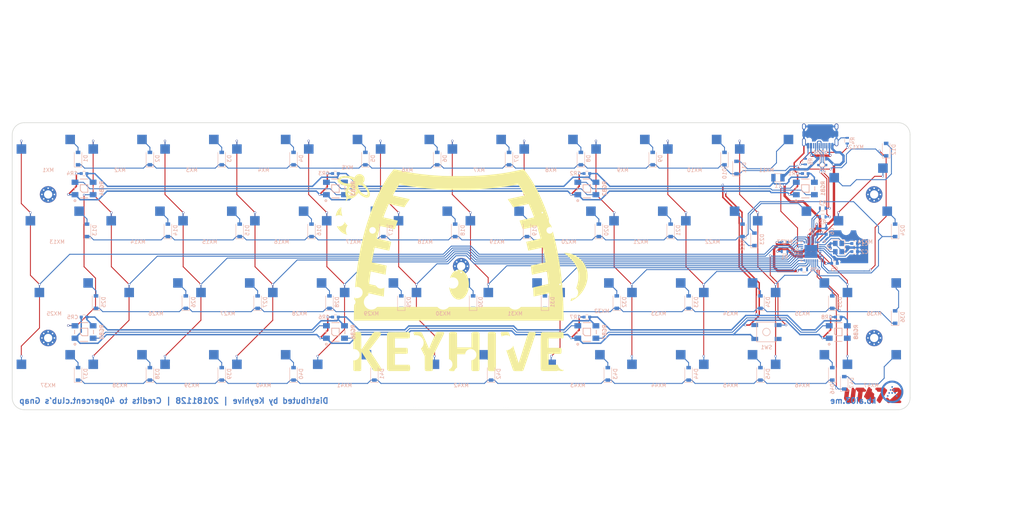
<source format=kicad_pcb>
(kicad_pcb (version 20171130) (host pcbnew "(5.0.0)")
  (layers (0 F.Cu signal) (31 B.Cu signal) (34 B.Paste user) (35 F.Paste user) (36 B.SilkS user) (37 F.SilkS user) (38 B.Mask user) (39 F.Mask user) (44 Edge.Cuts user))
  (net 0 "")
  (net 1 "Net-(C1-Pad1)")
  (net 2 GND)
  (net 3 "Net-(C2-Pad1)")
  (net 4 "Net-(C3-Pad1)")
  (net 5 +5V)
  (net 6 ROW0)
  (net 7 ROW1)
  (net 8 ROW2)
  (net 9 ROW3)
  (net 10 VCC)
  (net 11 COL5)
  (net 12 COL0)
  (net 13 COL1)
  (net 14 COL2)
  (net 15 COL3)
  (net 16 COL4)
  (net 17 COL6)
  (net 18 COL7)
  (net 19 "Net-(R1-Pad2)")
  (net 20 "Net-(R5-Pad2)")
  (net 21 "Net-(RGB1-Pad2)")
  (net 22 RGBLED)
  (net 23 "Net-(RGB2-Pad2)")
  (net 24 "Net-(RGB3-Pad2)")
  (net 25 "Net-(RGB4-Pad2)")
  (net 26 "Net-(RGB5-Pad2)")
  (net 27 "Net-(RGB6-Pad2)")
  (net 28 "Net-(RGB7-Pad2)")
  (net 29 "Net-(RGB8-Pad2)")
  (net 30 "Net-(D1-Pad2)")
  (net 31 "Net-(D2-Pad2)")
  (net 32 "Net-(D3-Pad2)")
  (net 33 "Net-(D4-Pad2)")
  (net 34 "Net-(D5-Pad2)")
  (net 35 "Net-(D6-Pad2)")
  (net 36 "Net-(D7-Pad2)")
  (net 37 "Net-(D8-Pad2)")
  (net 38 "Net-(D9-Pad2)")
  (net 39 "Net-(D10-Pad2)")
  (net 40 "Net-(D11-Pad2)")
  (net 41 "Net-(D12-Pad2)")
  (net 42 "Net-(D13-Pad2)")
  (net 43 "Net-(D14-Pad2)")
  (net 44 "Net-(D15-Pad2)")
  (net 45 "Net-(D16-Pad2)")
  (net 46 "Net-(D17-Pad2)")
  (net 47 "Net-(D18-Pad2)")
  (net 48 "Net-(D19-Pad2)")
  (net 49 "Net-(D20-Pad2)")
  (net 50 "Net-(D21-Pad2)")
  (net 51 "Net-(D22-Pad2)")
  (net 52 "Net-(D23-Pad2)")
  (net 53 "Net-(D24-Pad2)")
  (net 54 "Net-(D25-Pad2)")
  (net 55 "Net-(D26-Pad2)")
  (net 56 "Net-(D27-Pad2)")
  (net 57 "Net-(D28-Pad2)")
  (net 58 "Net-(D29-Pad2)")
  (net 59 "Net-(D30-Pad2)")
  (net 60 "Net-(D31-Pad2)")
  (net 61 "Net-(D32-Pad2)")
  (net 62 "Net-(D33-Pad2)")
  (net 63 "Net-(D34-Pad2)")
  (net 64 "Net-(D35-Pad2)")
  (net 65 "Net-(D36-Pad2)")
  (net 66 "Net-(D37-Pad2)")
  (net 67 "Net-(D38-Pad2)")
  (net 68 "Net-(D39-Pad2)")
  (net 69 "Net-(D40-Pad2)")
  (net 70 "Net-(D41-Pad2)")
  (net 71 "Net-(D42-Pad2)")
  (net 72 "Net-(D43-Pad2)")
  (net 73 "Net-(D44-Pad2)")
  (net 74 "Net-(D45-Pad2)")
  (net 75 "Net-(D46-Pad2)")
  (net 76 "Net-(D47-Pad2)")
  (net 77 COL8)
  (net 78 COL9)
  (net 79 COL10)
  (net 80 COL11)
  (net 81 D-)
  (net 82 "Net-(R2-Pad2)")
  (net 83 D+)
  (net 84 "Net-(R3-Pad1)")
  (net 85 "Net-(R4-Pad1)")
  (net 86 "Net-(R6-Pad1)")
  (net 87 "Net-(U1-Pad22)")
  (net 88 "Net-(U1-Pad6)")
  (net 89 "Net-(U1-Pad5)")
  (net 90 "Net-(USB1-Pad9)")
  (net 91 "Net-(USB1-Pad3)")
  (module Mounting_Holes:MountingHole_2.2mm_M2_Pad_Via (layer F.Cu) (at 150.8125 69.85)
    (fp_text reference REF**)
    (fp_text value MountingHole_2.2mm_M2_Pad_Via)
    (pad 1 thru_hole circle (at 0 0) (size 4.4 4.4) (drill 2.2) (layers *.Cu *.Mask))
    (pad 1 thru_hole circle (at 1.65 0) (size 0.7 0.7) (drill 0.4) (layers *.Cu *.Mask))
    (pad 1 thru_hole circle (at 1.166726 1.166726) (size 0.7 0.7) (drill 0.4) (layers *.Cu *.Mask))
    (pad 1 thru_hole circle (at 0 1.65) (size 0.7 0.7) (drill 0.4) (layers *.Cu *.Mask))
    (pad 1 thru_hole circle (at -1.166726 1.166726) (size 0.7 0.7) (drill 0.4) (layers *.Cu *.Mask))
    (pad 1 thru_hole circle (at -1.65 0) (size 0.7 0.7) (drill 0.4) (layers *.Cu *.Mask))
    (pad 1 thru_hole circle (at -1.166726 -1.166726) (size 0.7 0.7) (drill 0.4) (layers *.Cu *.Mask))
    (pad 1 thru_hole circle (at 0 -1.65) (size 0.7 0.7) (drill 0.4) (layers *.Cu *.Mask))
    (pad 1 thru_hole circle (at 1.166726 -1.166726) (size 0.7 0.7) (drill 0.4) (layers *.Cu *.Mask))
  )
  (module Mounting_Holes:MountingHole_2.2mm_M2_Pad_Via (layer F.Cu) (at 41.275 88.9)
    (fp_text reference REF**)
    (fp_text value MountingHole_2.2mm_M2_Pad_Via)
    (pad 1 thru_hole circle (at 0 0) (size 4.4 4.4) (drill 2.2) (layers *.Cu *.Mask))
    (pad 1 thru_hole circle (at 1.65 0) (size 0.7 0.7) (drill 0.4) (layers *.Cu *.Mask))
    (pad 1 thru_hole circle (at 1.166726 1.166726) (size 0.7 0.7) (drill 0.4) (layers *.Cu *.Mask))
    (pad 1 thru_hole circle (at 0 1.65) (size 0.7 0.7) (drill 0.4) (layers *.Cu *.Mask))
    (pad 1 thru_hole circle (at -1.166726 1.166726) (size 0.7 0.7) (drill 0.4) (layers *.Cu *.Mask))
    (pad 1 thru_hole circle (at -1.65 0) (size 0.7 0.7) (drill 0.4) (layers *.Cu *.Mask))
    (pad 1 thru_hole circle (at -1.166726 -1.166726) (size 0.7 0.7) (drill 0.4) (layers *.Cu *.Mask))
    (pad 1 thru_hole circle (at 0 -1.65) (size 0.7 0.7) (drill 0.4) (layers *.Cu *.Mask))
    (pad 1 thru_hole circle (at 1.166726 -1.166726) (size 0.7 0.7) (drill 0.4) (layers *.Cu *.Mask))
  )
  (module Mounting_Holes:MountingHole_2.2mm_M2_Pad_Via (layer F.Cu) (at 41.275 50.8)
    (fp_text reference REF**)
    (fp_text value MountingHole_2.2mm_M2_Pad_Via)
    (pad 1 thru_hole circle (at 1.166726 -1.166726) (size 0.7 0.7) (drill 0.4) (layers *.Cu *.Mask))
    (pad 1 thru_hole circle (at 0 -1.65) (size 0.7 0.7) (drill 0.4) (layers *.Cu *.Mask))
    (pad 1 thru_hole circle (at -1.166726 -1.166726) (size 0.7 0.7) (drill 0.4) (layers *.Cu *.Mask))
    (pad 1 thru_hole circle (at -1.65 0) (size 0.7 0.7) (drill 0.4) (layers *.Cu *.Mask))
    (pad 1 thru_hole circle (at -1.166726 1.166726) (size 0.7 0.7) (drill 0.4) (layers *.Cu *.Mask))
    (pad 1 thru_hole circle (at 0 1.65) (size 0.7 0.7) (drill 0.4) (layers *.Cu *.Mask))
    (pad 1 thru_hole circle (at 1.166726 1.166726) (size 0.7 0.7) (drill 0.4) (layers *.Cu *.Mask))
    (pad 1 thru_hole circle (at 1.65 0) (size 0.7 0.7) (drill 0.4) (layers *.Cu *.Mask))
    (pad 1 thru_hole circle (at 0 0) (size 4.4 4.4) (drill 2.2) (layers *.Cu *.Mask))
  )
  (module Mounting_Holes:MountingHole_2.2mm_M2_Pad_Via (layer F.Cu) (at 260.35 50.8)
    (fp_text reference REF**)
    (fp_text value MountingHole_2.2mm_M2_Pad_Via)
    (pad 1 thru_hole circle (at 1.166726 -1.166726) (size 0.7 0.7) (drill 0.4) (layers *.Cu *.Mask))
    (pad 1 thru_hole circle (at 0 -1.65) (size 0.7 0.7) (drill 0.4) (layers *.Cu *.Mask))
    (pad 1 thru_hole circle (at -1.166726 -1.166726) (size 0.7 0.7) (drill 0.4) (layers *.Cu *.Mask))
    (pad 1 thru_hole circle (at -1.65 0) (size 0.7 0.7) (drill 0.4) (layers *.Cu *.Mask))
    (pad 1 thru_hole circle (at -1.166726 1.166726) (size 0.7 0.7) (drill 0.4) (layers *.Cu *.Mask))
    (pad 1 thru_hole circle (at 0 1.65) (size 0.7 0.7) (drill 0.4) (layers *.Cu *.Mask))
    (pad 1 thru_hole circle (at 1.166726 1.166726) (size 0.7 0.7) (drill 0.4) (layers *.Cu *.Mask))
    (pad 1 thru_hole circle (at 1.65 0) (size 0.7 0.7) (drill 0.4) (layers *.Cu *.Mask))
    (pad 1 thru_hole circle (at 0 0) (size 4.4 4.4) (drill 2.2) (layers *.Cu *.Mask))
  )
  (module Mounting_Holes:MountingHole_2.2mm_M2_Pad_Via (layer F.Cu) (at 260.35 88.9)
    (fp_text reference REF**)
    (fp_text value MountingHole_2.2mm_M2_Pad_Via)
    (pad 1 thru_hole circle (at 1.166726 -1.166726) (size 0.7 0.7) (drill 0.4) (layers *.Cu *.Mask))
    (pad 1 thru_hole circle (at 0 -1.65) (size 0.7 0.7) (drill 0.4) (layers *.Cu *.Mask))
    (pad 1 thru_hole circle (at -1.166726 -1.166726) (size 0.7 0.7) (drill 0.4) (layers *.Cu *.Mask))
    (pad 1 thru_hole circle (at -1.65 0) (size 0.7 0.7) (drill 0.4) (layers *.Cu *.Mask))
    (pad 1 thru_hole circle (at -1.166726 1.166726) (size 0.7 0.7) (drill 0.4) (layers *.Cu *.Mask))
    (pad 1 thru_hole circle (at 0 1.65) (size 0.7 0.7) (drill 0.4) (layers *.Cu *.Mask))
    (pad 1 thru_hole circle (at 1.166726 1.166726) (size 0.7 0.7) (drill 0.4) (layers *.Cu *.Mask))
    (pad 1 thru_hole circle (at 1.65 0) (size 0.7 0.7) (drill 0.4) (layers *.Cu *.Mask))
    (pad 1 thru_hole circle (at 0 0) (size 4.4 4.4) (drill 2.2) (layers *.Cu *.Mask))
  )
  (module MX_Alps_Hybrid:MXOnly-2U-Hotswap-ReversedStabilizers (layer F.Cu) (at 150.8125 98.425)
    (fp_text reference MX42)
    (fp_text value MX-2U)
    (fp_text user %R (at 0 3.048) (layer B.SilkS) (effects (justify mirror)))
    (pad "" np_thru_hole circle (at 11.938 -8.255) (size 3.9878 3.9878) (drill 3.9878) (layers *.Cu *.Mask))
    (pad "" np_thru_hole circle (at -11.938 -8.255) (size 3.9878 3.9878) (drill 3.9878) (layers *.Cu *.Mask))
    (pad "" np_thru_hole circle (at 11.938 6.985) (size 3.048 3.048) (drill 3.048) (layers *.Cu *.Mask))
    (pad "" np_thru_hole circle (at -11.938 6.985) (size 3.048 3.048) (drill 3.048) (layers *.Cu *.Mask))
    (pad 2 smd rect (at 5.842 -5.08) (size 2.55 2.5) (layers B.Cu B.Paste B.Mask) (net 71 "Net-(D42-Pad2)"))
    (pad 1 smd rect (at -7.085 -2.54) (size 2.55 2.5) (layers B.Cu B.Paste B.Mask) (net 11 COL5))
    (pad "" np_thru_hole circle (at 5.08 0 48.0996) (size 1.75 1.75) (drill 1.75) (layers *.Cu *.Mask))
    (pad "" np_thru_hole circle (at -5.08 0 48.0996) (size 1.75 1.75) (drill 1.75) (layers *.Cu *.Mask))
    (pad "" np_thru_hole circle (at -3.81 -2.54) (size 3 3) (drill 3) (layers *.Cu *.Mask))
    (pad "" np_thru_hole circle (at 0 0) (size 3.9878 3.9878) (drill 3.9878) (layers *.Cu *.Mask))
    (pad "" np_thru_hole circle (at 2.54 -5.08) (size 3 3) (drill 3) (layers *.Cu *.Mask))
  )
  (module MX_Alps_Hybrid:MXOnly-1.5U-Hotswap (layer F.Cu) (at 255.5875 41.275 180)
    (fp_text reference MX12)
    (fp_text value MX-1.5U)
    (fp_text user %R (at 0 3.048 180) (layer B.SilkS) (effects (justify mirror)))
    (pad 2 smd rect (at 5.842 -5.08 180) (size 2.55 2.5) (layers B.Cu B.Paste B.Mask) (net 41 "Net-(D12-Pad2)"))
    (pad 1 smd rect (at -7.085 -2.54 180) (size 2.55 2.5) (layers B.Cu B.Paste B.Mask) (net 80 COL11))
    (pad "" np_thru_hole circle (at 5.08 0 228.0996) (size 1.75 1.75) (drill 1.75) (layers *.Cu *.Mask))
    (pad "" np_thru_hole circle (at -5.08 0 228.0996) (size 1.75 1.75) (drill 1.75) (layers *.Cu *.Mask))
    (pad "" np_thru_hole circle (at -3.81 -2.54 180) (size 3 3) (drill 3) (layers *.Cu *.Mask))
    (pad "" np_thru_hole circle (at 0 0 180) (size 3.9878 3.9878) (drill 3.9878) (layers *.Cu *.Mask))
    (pad "" np_thru_hole circle (at 2.54 -5.08 180) (size 3 3) (drill 3) (layers *.Cu *.Mask))
  )
  (module MX_Alps_Hybrid:MXOnly-1.5U-Hotswap (layer F.Cu) (at 46.0375 79.375)
    (fp_text reference MX25)
    (fp_text value MX-1.5U)
    (fp_text user %R (at -3.175 3.048) (layer B.SilkS) (effects (justify mirror)))
    (pad 2 smd rect (at 5.842 -5.08) (size 2.55 2.5) (layers B.Cu B.Paste B.Mask) (net 54 "Net-(D25-Pad2)"))
    (pad 1 smd rect (at -7.085 -2.54) (size 2.55 2.5) (layers B.Cu B.Paste B.Mask) (net 12 COL0))
    (pad "" np_thru_hole circle (at 5.08 0 48.0996) (size 1.75 1.75) (drill 1.75) (layers *.Cu *.Mask))
    (pad "" np_thru_hole circle (at -5.08 0 48.0996) (size 1.75 1.75) (drill 1.75) (layers *.Cu *.Mask))
    (pad "" np_thru_hole circle (at -3.81 -2.54) (size 3 3) (drill 3) (layers *.Cu *.Mask))
    (pad "" np_thru_hole circle (at 0 0) (size 3.9878 3.9878) (drill 3.9878) (layers *.Cu *.Mask))
    (pad "" np_thru_hole circle (at 2.54 -5.08) (size 3 3) (drill 3) (layers *.Cu *.Mask))
  )
  (module MX_Alps_Hybrid:MXOnly-1.25U-Hotswap (layer F.Cu) (at 43.65625 60.325)
    (fp_text reference MX13)
    (fp_text value MX-1.25U)
    (fp_text user %R (at 0 3.048) (layer B.SilkS) (effects (justify mirror)))
    (pad 2 smd rect (at 5.842 -5.08) (size 2.55 2.5) (layers B.Cu B.Paste B.Mask) (net 42 "Net-(D13-Pad2)"))
    (pad 1 smd rect (at -7.085 -2.54) (size 2.55 2.5) (layers B.Cu B.Paste B.Mask) (net 12 COL0))
    (pad "" np_thru_hole circle (at 5.08 0 48.0996) (size 1.75 1.75) (drill 1.75) (layers *.Cu *.Mask))
    (pad "" np_thru_hole circle (at -5.08 0 48.0996) (size 1.75 1.75) (drill 1.75) (layers *.Cu *.Mask))
    (pad "" np_thru_hole circle (at -3.81 -2.54) (size 3 3) (drill 3) (layers *.Cu *.Mask))
    (pad "" np_thru_hole circle (at 0 0) (size 3.9878 3.9878) (drill 3.9878) (layers *.Cu *.Mask))
    (pad "" np_thru_hole circle (at 2.54 -5.08) (size 3 3) (drill 3) (layers *.Cu *.Mask))
  )
  (module MX_Alps_Hybrid:MXOnly-1.25U-Hotswap (layer F.Cu) (at 257.96875 60.325)
    (fp_text reference MX24)
    (fp_text value MX-1.25U)
    (fp_text user %R (at 0 3.048) (layer B.SilkS) (effects (justify mirror)))
    (pad 2 smd rect (at 5.842 -5.08) (size 2.55 2.5) (layers B.Cu B.Paste B.Mask) (net 53 "Net-(D24-Pad2)"))
    (pad 1 smd rect (at -7.085 -2.54) (size 2.55 2.5) (layers B.Cu B.Paste B.Mask) (net 80 COL11))
    (pad "" np_thru_hole circle (at 5.08 0 48.0996) (size 1.75 1.75) (drill 1.75) (layers *.Cu *.Mask))
    (pad "" np_thru_hole circle (at -5.08 0 48.0996) (size 1.75 1.75) (drill 1.75) (layers *.Cu *.Mask))
    (pad "" np_thru_hole circle (at -3.81 -2.54) (size 3 3) (drill 3) (layers *.Cu *.Mask))
    (pad "" np_thru_hole circle (at 0 0) (size 3.9878 3.9878) (drill 3.9878) (layers *.Cu *.Mask))
    (pad "" np_thru_hole circle (at 2.54 -5.08) (size 3 3) (drill 3) (layers *.Cu *.Mask))
  )
  (module MX_Alps_Hybrid:MXOnly-1.25U-Hotswap (layer F.Cu) (at 119.85625 98.425)
    (fp_text reference MX41)
    (fp_text value MX-1.25U)
    (fp_text user %R (at 0 3.048) (layer B.SilkS) (effects (justify mirror)))
    (pad 2 smd rect (at 5.842 -5.08) (size 2.55 2.5) (layers B.Cu B.Paste B.Mask) (net 70 "Net-(D41-Pad2)"))
    (pad 1 smd rect (at -7.085 -2.54) (size 2.55 2.5) (layers B.Cu B.Paste B.Mask) (net 16 COL4))
    (pad "" np_thru_hole circle (at 5.08 0 48.0996) (size 1.75 1.75) (drill 1.75) (layers *.Cu *.Mask))
    (pad "" np_thru_hole circle (at -5.08 0 48.0996) (size 1.75 1.75) (drill 1.75) (layers *.Cu *.Mask))
    (pad "" np_thru_hole circle (at -3.81 -2.54) (size 3 3) (drill 3) (layers *.Cu *.Mask))
    (pad "" np_thru_hole circle (at 0 0) (size 3.9878 3.9878) (drill 3.9878) (layers *.Cu *.Mask))
    (pad "" np_thru_hole circle (at 2.54 -5.08) (size 3 3) (drill 3) (layers *.Cu *.Mask))
  )
  (module MX_Alps_Hybrid:MXOnly-1.25U-Hotswap (layer F.Cu) (at 181.76875 98.425)
    (fp_text reference MX43)
    (fp_text value MX-1.25U)
    (fp_text user %R (at 0 3.048) (layer B.SilkS) (effects (justify mirror)))
    (pad 2 smd rect (at 5.842 -5.08) (size 2.55 2.5) (layers B.Cu B.Paste B.Mask) (net 72 "Net-(D43-Pad2)"))
    (pad 1 smd rect (at -7.085 -2.54) (size 2.55 2.5) (layers B.Cu B.Paste B.Mask) (net 18 COL7))
    (pad "" np_thru_hole circle (at 5.08 0 48.0996) (size 1.75 1.75) (drill 1.75) (layers *.Cu *.Mask))
    (pad "" np_thru_hole circle (at -5.08 0 48.0996) (size 1.75 1.75) (drill 1.75) (layers *.Cu *.Mask))
    (pad "" np_thru_hole circle (at -3.81 -2.54) (size 3 3) (drill 3) (layers *.Cu *.Mask))
    (pad "" np_thru_hole circle (at 0 0) (size 3.9878 3.9878) (drill 3.9878) (layers *.Cu *.Mask))
    (pad "" np_thru_hole circle (at 2.54 -5.08) (size 3 3) (drill 3) (layers *.Cu *.Mask))
  )
  (module MX_Alps_Hybrid:MXOnly-1U-Hotswap (layer F.Cu) (at 41.275 41.275)
    (fp_text reference MX1)
    (fp_text value MX-1U)
    (fp_text user %R (at 0 3.048) (layer B.SilkS) (effects (justify mirror)))
    (pad 2 smd rect (at 5.842 -5.08) (size 2.55 2.5) (layers B.Cu B.Paste B.Mask) (net 30 "Net-(D1-Pad2)"))
    (pad 1 smd rect (at -7.085 -2.54) (size 2.55 2.5) (layers B.Cu B.Paste B.Mask) (net 12 COL0))
    (pad "" np_thru_hole circle (at 5.08 0 48.0996) (size 1.75 1.75) (drill 1.75) (layers *.Cu *.Mask))
    (pad "" np_thru_hole circle (at -5.08 0 48.0996) (size 1.75 1.75) (drill 1.75) (layers *.Cu *.Mask))
    (pad "" np_thru_hole circle (at -3.81 -2.54) (size 3 3) (drill 3) (layers *.Cu *.Mask))
    (pad "" np_thru_hole circle (at 0 0) (size 3.9878 3.9878) (drill 3.9878) (layers *.Cu *.Mask))
    (pad "" np_thru_hole circle (at 2.54 -5.08) (size 3 3) (drill 3) (layers *.Cu *.Mask))
  )
  (module MX_Alps_Hybrid:MXOnly-1U-Hotswap (layer F.Cu) (at 60.325 41.275)
    (fp_text reference MX2)
    (fp_text value MX-1U)
    (fp_text user %R (at 0 3.048) (layer B.SilkS) (effects (justify mirror)))
    (pad 2 smd rect (at 5.842 -5.08) (size 2.55 2.5) (layers B.Cu B.Paste B.Mask) (net 31 "Net-(D2-Pad2)"))
    (pad 1 smd rect (at -7.085 -2.54) (size 2.55 2.5) (layers B.Cu B.Paste B.Mask) (net 13 COL1))
    (pad "" np_thru_hole circle (at 5.08 0 48.0996) (size 1.75 1.75) (drill 1.75) (layers *.Cu *.Mask))
    (pad "" np_thru_hole circle (at -5.08 0 48.0996) (size 1.75 1.75) (drill 1.75) (layers *.Cu *.Mask))
    (pad "" np_thru_hole circle (at -3.81 -2.54) (size 3 3) (drill 3) (layers *.Cu *.Mask))
    (pad "" np_thru_hole circle (at 0 0) (size 3.9878 3.9878) (drill 3.9878) (layers *.Cu *.Mask))
    (pad "" np_thru_hole circle (at 2.54 -5.08) (size 3 3) (drill 3) (layers *.Cu *.Mask))
  )
  (module MX_Alps_Hybrid:MXOnly-1U-Hotswap (layer F.Cu) (at 79.375 41.275)
    (fp_text reference MX3)
    (fp_text value MX-1U)
    (fp_text user %R (at 0 3.048) (layer B.SilkS) (effects (justify mirror)))
    (pad 2 smd rect (at 5.842 -5.08) (size 2.55 2.5) (layers B.Cu B.Paste B.Mask) (net 32 "Net-(D3-Pad2)"))
    (pad 1 smd rect (at -7.085 -2.54) (size 2.55 2.5) (layers B.Cu B.Paste B.Mask) (net 14 COL2))
    (pad "" np_thru_hole circle (at 5.08 0 48.0996) (size 1.75 1.75) (drill 1.75) (layers *.Cu *.Mask))
    (pad "" np_thru_hole circle (at -5.08 0 48.0996) (size 1.75 1.75) (drill 1.75) (layers *.Cu *.Mask))
    (pad "" np_thru_hole circle (at -3.81 -2.54) (size 3 3) (drill 3) (layers *.Cu *.Mask))
    (pad "" np_thru_hole circle (at 0 0) (size 3.9878 3.9878) (drill 3.9878) (layers *.Cu *.Mask))
    (pad "" np_thru_hole circle (at 2.54 -5.08) (size 3 3) (drill 3) (layers *.Cu *.Mask))
  )
  (module MX_Alps_Hybrid:MXOnly-1U-Hotswap (layer F.Cu) (at 98.425 41.275)
    (fp_text reference MX4)
    (fp_text value MX-1U)
    (fp_text user %R (at 0 3.048) (layer B.SilkS) (effects (justify mirror)))
    (pad 2 smd rect (at 5.842 -5.08) (size 2.55 2.5) (layers B.Cu B.Paste B.Mask) (net 33 "Net-(D4-Pad2)"))
    (pad 1 smd rect (at -7.085 -2.54) (size 2.55 2.5) (layers B.Cu B.Paste B.Mask) (net 15 COL3))
    (pad "" np_thru_hole circle (at 5.08 0 48.0996) (size 1.75 1.75) (drill 1.75) (layers *.Cu *.Mask))
    (pad "" np_thru_hole circle (at -5.08 0 48.0996) (size 1.75 1.75) (drill 1.75) (layers *.Cu *.Mask))
    (pad "" np_thru_hole circle (at -3.81 -2.54) (size 3 3) (drill 3) (layers *.Cu *.Mask))
    (pad "" np_thru_hole circle (at 0 0) (size 3.9878 3.9878) (drill 3.9878) (layers *.Cu *.Mask))
    (pad "" np_thru_hole circle (at 2.54 -5.08) (size 3 3) (drill 3) (layers *.Cu *.Mask))
  )
  (module MX_Alps_Hybrid:MXOnly-1U-Hotswap (layer F.Cu) (at 117.475 41.275)
    (fp_text reference MX5)
    (fp_text value MX-1U)
    (fp_text user %R (at 3.175 2.38125) (layer B.SilkS) (effects (justify mirror)))
    (pad 2 smd rect (at 5.842 -5.08) (size 2.55 2.5) (layers B.Cu B.Paste B.Mask) (net 34 "Net-(D5-Pad2)"))
    (pad 1 smd rect (at -7.085 -2.54) (size 2.55 2.5) (layers B.Cu B.Paste B.Mask) (net 16 COL4))
    (pad "" np_thru_hole circle (at 5.08 0 48.0996) (size 1.75 1.75) (drill 1.75) (layers *.Cu *.Mask))
    (pad "" np_thru_hole circle (at -5.08 0 48.0996) (size 1.75 1.75) (drill 1.75) (layers *.Cu *.Mask))
    (pad "" np_thru_hole circle (at -3.81 -2.54) (size 3 3) (drill 3) (layers *.Cu *.Mask))
    (pad "" np_thru_hole circle (at 0 0) (size 3.9878 3.9878) (drill 3.9878) (layers *.Cu *.Mask))
    (pad "" np_thru_hole circle (at 2.54 -5.08) (size 3 3) (drill 3) (layers *.Cu *.Mask))
  )
  (module MX_Alps_Hybrid:MXOnly-1U-Hotswap (layer F.Cu) (at 136.525 41.275)
    (fp_text reference MX6)
    (fp_text value MX-1U)
    (fp_text user %R (at 0 3.048) (layer B.SilkS) (effects (justify mirror)))
    (pad 2 smd rect (at 5.842 -5.08) (size 2.55 2.5) (layers B.Cu B.Paste B.Mask) (net 35 "Net-(D6-Pad2)"))
    (pad 1 smd rect (at -7.085 -2.54) (size 2.55 2.5) (layers B.Cu B.Paste B.Mask) (net 11 COL5))
    (pad "" np_thru_hole circle (at 5.08 0 48.0996) (size 1.75 1.75) (drill 1.75) (layers *.Cu *.Mask))
    (pad "" np_thru_hole circle (at -5.08 0 48.0996) (size 1.75 1.75) (drill 1.75) (layers *.Cu *.Mask))
    (pad "" np_thru_hole circle (at -3.81 -2.54) (size 3 3) (drill 3) (layers *.Cu *.Mask))
    (pad "" np_thru_hole circle (at 0 0) (size 3.9878 3.9878) (drill 3.9878) (layers *.Cu *.Mask))
    (pad "" np_thru_hole circle (at 2.54 -5.08) (size 3 3) (drill 3) (layers *.Cu *.Mask))
  )
  (module MX_Alps_Hybrid:MXOnly-1U-Hotswap (layer F.Cu) (at 155.575 41.275)
    (fp_text reference MX7)
    (fp_text value MX-1U)
    (fp_text user %R (at 0 3.048) (layer B.SilkS) (effects (justify mirror)))
    (pad 2 smd rect (at 5.842 -5.08) (size 2.55 2.5) (layers B.Cu B.Paste B.Mask) (net 36 "Net-(D7-Pad2)"))
    (pad 1 smd rect (at -7.085 -2.54) (size 2.55 2.5) (layers B.Cu B.Paste B.Mask) (net 17 COL6))
    (pad "" np_thru_hole circle (at 5.08 0 48.0996) (size 1.75 1.75) (drill 1.75) (layers *.Cu *.Mask))
    (pad "" np_thru_hole circle (at -5.08 0 48.0996) (size 1.75 1.75) (drill 1.75) (layers *.Cu *.Mask))
    (pad "" np_thru_hole circle (at -3.81 -2.54) (size 3 3) (drill 3) (layers *.Cu *.Mask))
    (pad "" np_thru_hole circle (at 0 0) (size 3.9878 3.9878) (drill 3.9878) (layers *.Cu *.Mask))
    (pad "" np_thru_hole circle (at 2.54 -5.08) (size 3 3) (drill 3) (layers *.Cu *.Mask))
  )
  (module MX_Alps_Hybrid:MXOnly-1U-Hotswap (layer F.Cu) (at 174.625 41.275)
    (fp_text reference MX8)
    (fp_text value MX-1U)
    (fp_text user %R (at 0 3.048) (layer B.SilkS) (effects (justify mirror)))
    (pad 2 smd rect (at 5.842 -5.08) (size 2.55 2.5) (layers B.Cu B.Paste B.Mask) (net 37 "Net-(D8-Pad2)"))
    (pad 1 smd rect (at -7.085 -2.54) (size 2.55 2.5) (layers B.Cu B.Paste B.Mask) (net 18 COL7))
    (pad "" np_thru_hole circle (at 5.08 0 48.0996) (size 1.75 1.75) (drill 1.75) (layers *.Cu *.Mask))
    (pad "" np_thru_hole circle (at -5.08 0 48.0996) (size 1.75 1.75) (drill 1.75) (layers *.Cu *.Mask))
    (pad "" np_thru_hole circle (at -3.81 -2.54) (size 3 3) (drill 3) (layers *.Cu *.Mask))
    (pad "" np_thru_hole circle (at 0 0) (size 3.9878 3.9878) (drill 3.9878) (layers *.Cu *.Mask))
    (pad "" np_thru_hole circle (at 2.54 -5.08) (size 3 3) (drill 3) (layers *.Cu *.Mask))
  )
  (module MX_Alps_Hybrid:MXOnly-1U-Hotswap (layer F.Cu) (at 193.675 41.275)
    (fp_text reference MX9)
    (fp_text value MX-1U)
    (fp_text user %R (at 0 3.048) (layer B.SilkS) (effects (justify mirror)))
    (pad 2 smd rect (at 5.842 -5.08) (size 2.55 2.5) (layers B.Cu B.Paste B.Mask) (net 38 "Net-(D9-Pad2)"))
    (pad 1 smd rect (at -7.085 -2.54) (size 2.55 2.5) (layers B.Cu B.Paste B.Mask) (net 77 COL8))
    (pad "" np_thru_hole circle (at 5.08 0 48.0996) (size 1.75 1.75) (drill 1.75) (layers *.Cu *.Mask))
    (pad "" np_thru_hole circle (at -5.08 0 48.0996) (size 1.75 1.75) (drill 1.75) (layers *.Cu *.Mask))
    (pad "" np_thru_hole circle (at -3.81 -2.54) (size 3 3) (drill 3) (layers *.Cu *.Mask))
    (pad "" np_thru_hole circle (at 0 0) (size 3.9878 3.9878) (drill 3.9878) (layers *.Cu *.Mask))
    (pad "" np_thru_hole circle (at 2.54 -5.08) (size 3 3) (drill 3) (layers *.Cu *.Mask))
  )
  (module MX_Alps_Hybrid:MXOnly-1U-Hotswap (layer F.Cu) (at 212.725 41.275)
    (fp_text reference MX10)
    (fp_text value MX-1U)
    (fp_text user %R (at 0 3.048) (layer B.SilkS) (effects (justify mirror)))
    (pad 2 smd rect (at 5.842 -5.08) (size 2.55 2.5) (layers B.Cu B.Paste B.Mask) (net 39 "Net-(D10-Pad2)"))
    (pad 1 smd rect (at -7.085 -2.54) (size 2.55 2.5) (layers B.Cu B.Paste B.Mask) (net 78 COL9))
    (pad "" np_thru_hole circle (at 5.08 0 48.0996) (size 1.75 1.75) (drill 1.75) (layers *.Cu *.Mask))
    (pad "" np_thru_hole circle (at -5.08 0 48.0996) (size 1.75 1.75) (drill 1.75) (layers *.Cu *.Mask))
    (pad "" np_thru_hole circle (at -3.81 -2.54) (size 3 3) (drill 3) (layers *.Cu *.Mask))
    (pad "" np_thru_hole circle (at 0 0) (size 3.9878 3.9878) (drill 3.9878) (layers *.Cu *.Mask))
    (pad "" np_thru_hole circle (at 2.54 -5.08) (size 3 3) (drill 3) (layers *.Cu *.Mask))
  )
  (module MX_Alps_Hybrid:MXOnly-1U-Hotswap (layer F.Cu) (at 231.775 41.275)
    (fp_text reference MX11)
    (fp_text value MX-1U)
    (fp_text user %R (at 0 3.048) (layer B.SilkS) (effects (justify mirror)))
    (pad 2 smd rect (at 5.842 -5.08) (size 2.55 2.5) (layers B.Cu B.Paste B.Mask) (net 40 "Net-(D11-Pad2)"))
    (pad 1 smd rect (at -7.085 -2.54) (size 2.55 2.5) (layers B.Cu B.Paste B.Mask) (net 79 COL10))
    (pad "" np_thru_hole circle (at 5.08 0 48.0996) (size 1.75 1.75) (drill 1.75) (layers *.Cu *.Mask))
    (pad "" np_thru_hole circle (at -5.08 0 48.0996) (size 1.75 1.75) (drill 1.75) (layers *.Cu *.Mask))
    (pad "" np_thru_hole circle (at -3.81 -2.54) (size 3 3) (drill 3) (layers *.Cu *.Mask))
    (pad "" np_thru_hole circle (at 0 0) (size 3.9878 3.9878) (drill 3.9878) (layers *.Cu *.Mask))
    (pad "" np_thru_hole circle (at 2.54 -5.08) (size 3 3) (drill 3) (layers *.Cu *.Mask))
  )
  (module MX_Alps_Hybrid:MXOnly-1U-Hotswap (layer F.Cu) (at 65.0875 60.325)
    (fp_text reference MX14)
    (fp_text value MX-1U)
    (fp_text user %R (at 0 3.048) (layer B.SilkS) (effects (justify mirror)))
    (pad 2 smd rect (at 5.842 -5.08) (size 2.55 2.5) (layers B.Cu B.Paste B.Mask) (net 43 "Net-(D14-Pad2)"))
    (pad 1 smd rect (at -7.085 -2.54) (size 2.55 2.5) (layers B.Cu B.Paste B.Mask) (net 13 COL1))
    (pad "" np_thru_hole circle (at 5.08 0 48.0996) (size 1.75 1.75) (drill 1.75) (layers *.Cu *.Mask))
    (pad "" np_thru_hole circle (at -5.08 0 48.0996) (size 1.75 1.75) (drill 1.75) (layers *.Cu *.Mask))
    (pad "" np_thru_hole circle (at -3.81 -2.54) (size 3 3) (drill 3) (layers *.Cu *.Mask))
    (pad "" np_thru_hole circle (at 0 0) (size 3.9878 3.9878) (drill 3.9878) (layers *.Cu *.Mask))
    (pad "" np_thru_hole circle (at 2.54 -5.08) (size 3 3) (drill 3) (layers *.Cu *.Mask))
  )
  (module MX_Alps_Hybrid:MXOnly-1U-Hotswap (layer F.Cu) (at 84.1375 60.325)
    (fp_text reference MX15)
    (fp_text value MX-1U)
    (fp_text user %R (at 0 3.048) (layer B.SilkS) (effects (justify mirror)))
    (pad 2 smd rect (at 5.842 -5.08) (size 2.55 2.5) (layers B.Cu B.Paste B.Mask) (net 44 "Net-(D15-Pad2)"))
    (pad 1 smd rect (at -7.085 -2.54) (size 2.55 2.5) (layers B.Cu B.Paste B.Mask) (net 14 COL2))
    (pad "" np_thru_hole circle (at 5.08 0 48.0996) (size 1.75 1.75) (drill 1.75) (layers *.Cu *.Mask))
    (pad "" np_thru_hole circle (at -5.08 0 48.0996) (size 1.75 1.75) (drill 1.75) (layers *.Cu *.Mask))
    (pad "" np_thru_hole circle (at -3.81 -2.54) (size 3 3) (drill 3) (layers *.Cu *.Mask))
    (pad "" np_thru_hole circle (at 0 0) (size 3.9878 3.9878) (drill 3.9878) (layers *.Cu *.Mask))
    (pad "" np_thru_hole circle (at 2.54 -5.08) (size 3 3) (drill 3) (layers *.Cu *.Mask))
  )
  (module MX_Alps_Hybrid:MXOnly-1U-Hotswap (layer F.Cu) (at 103.1875 60.325)
    (fp_text reference MX16)
    (fp_text value MX-1U)
    (fp_text user %R (at 0 3.048) (layer B.SilkS) (effects (justify mirror)))
    (pad 2 smd rect (at 5.842 -5.08) (size 2.55 2.5) (layers B.Cu B.Paste B.Mask) (net 45 "Net-(D16-Pad2)"))
    (pad 1 smd rect (at -7.085 -2.54) (size 2.55 2.5) (layers B.Cu B.Paste B.Mask) (net 15 COL3))
    (pad "" np_thru_hole circle (at 5.08 0 48.0996) (size 1.75 1.75) (drill 1.75) (layers *.Cu *.Mask))
    (pad "" np_thru_hole circle (at -5.08 0 48.0996) (size 1.75 1.75) (drill 1.75) (layers *.Cu *.Mask))
    (pad "" np_thru_hole circle (at -3.81 -2.54) (size 3 3) (drill 3) (layers *.Cu *.Mask))
    (pad "" np_thru_hole circle (at 0 0) (size 3.9878 3.9878) (drill 3.9878) (layers *.Cu *.Mask))
    (pad "" np_thru_hole circle (at 2.54 -5.08) (size 3 3) (drill 3) (layers *.Cu *.Mask))
  )
  (module MX_Alps_Hybrid:MXOnly-1U-Hotswap (layer F.Cu) (at 122.2375 60.325)
    (fp_text reference MX17)
    (fp_text value MX-1U)
    (fp_text user %R (at 0 3.048) (layer B.SilkS) (effects (justify mirror)))
    (pad 2 smd rect (at 5.842 -5.08) (size 2.55 2.5) (layers B.Cu B.Paste B.Mask) (net 46 "Net-(D17-Pad2)"))
    (pad 1 smd rect (at -7.085 -2.54) (size 2.55 2.5) (layers B.Cu B.Paste B.Mask) (net 16 COL4))
    (pad "" np_thru_hole circle (at 5.08 0 48.0996) (size 1.75 1.75) (drill 1.75) (layers *.Cu *.Mask))
    (pad "" np_thru_hole circle (at -5.08 0 48.0996) (size 1.75 1.75) (drill 1.75) (layers *.Cu *.Mask))
    (pad "" np_thru_hole circle (at -3.81 -2.54) (size 3 3) (drill 3) (layers *.Cu *.Mask))
    (pad "" np_thru_hole circle (at 0 0) (size 3.9878 3.9878) (drill 3.9878) (layers *.Cu *.Mask))
    (pad "" np_thru_hole circle (at 2.54 -5.08) (size 3 3) (drill 3) (layers *.Cu *.Mask))
  )
  (module MX_Alps_Hybrid:MXOnly-1U-Hotswap (layer F.Cu) (at 141.2875 60.325)
    (fp_text reference MX18)
    (fp_text value MX-1U)
    (fp_text user %R (at 0 3.048) (layer B.SilkS) (effects (justify mirror)))
    (pad 2 smd rect (at 5.842 -5.08) (size 2.55 2.5) (layers B.Cu B.Paste B.Mask) (net 47 "Net-(D18-Pad2)"))
    (pad 1 smd rect (at -7.085 -2.54) (size 2.55 2.5) (layers B.Cu B.Paste B.Mask) (net 11 COL5))
    (pad "" np_thru_hole circle (at 5.08 0 48.0996) (size 1.75 1.75) (drill 1.75) (layers *.Cu *.Mask))
    (pad "" np_thru_hole circle (at -5.08 0 48.0996) (size 1.75 1.75) (drill 1.75) (layers *.Cu *.Mask))
    (pad "" np_thru_hole circle (at -3.81 -2.54) (size 3 3) (drill 3) (layers *.Cu *.Mask))
    (pad "" np_thru_hole circle (at 0 0) (size 3.9878 3.9878) (drill 3.9878) (layers *.Cu *.Mask))
    (pad "" np_thru_hole circle (at 2.54 -5.08) (size 3 3) (drill 3) (layers *.Cu *.Mask))
  )
  (module MX_Alps_Hybrid:MXOnly-1U-Hotswap (layer F.Cu) (at 160.3375 60.325)
    (fp_text reference MX19)
    (fp_text value MX-1U)
    (fp_text user %R (at 0 3.048) (layer B.SilkS) (effects (justify mirror)))
    (pad 2 smd rect (at 5.842 -5.08) (size 2.55 2.5) (layers B.Cu B.Paste B.Mask) (net 48 "Net-(D19-Pad2)"))
    (pad 1 smd rect (at -7.085 -2.54) (size 2.55 2.5) (layers B.Cu B.Paste B.Mask) (net 17 COL6))
    (pad "" np_thru_hole circle (at 5.08 0 48.0996) (size 1.75 1.75) (drill 1.75) (layers *.Cu *.Mask))
    (pad "" np_thru_hole circle (at -5.08 0 48.0996) (size 1.75 1.75) (drill 1.75) (layers *.Cu *.Mask))
    (pad "" np_thru_hole circle (at -3.81 -2.54) (size 3 3) (drill 3) (layers *.Cu *.Mask))
    (pad "" np_thru_hole circle (at 0 0) (size 3.9878 3.9878) (drill 3.9878) (layers *.Cu *.Mask))
    (pad "" np_thru_hole circle (at 2.54 -5.08) (size 3 3) (drill 3) (layers *.Cu *.Mask))
  )
  (module MX_Alps_Hybrid:MXOnly-1U-Hotswap (layer F.Cu) (at 179.3875 60.325)
    (fp_text reference MX20)
    (fp_text value MX-1U)
    (fp_text user %R (at 0 3.048) (layer B.SilkS) (effects (justify mirror)))
    (pad 2 smd rect (at 5.842 -5.08) (size 2.55 2.5) (layers B.Cu B.Paste B.Mask) (net 49 "Net-(D20-Pad2)"))
    (pad 1 smd rect (at -7.085 -2.54) (size 2.55 2.5) (layers B.Cu B.Paste B.Mask) (net 18 COL7))
    (pad "" np_thru_hole circle (at 5.08 0 48.0996) (size 1.75 1.75) (drill 1.75) (layers *.Cu *.Mask))
    (pad "" np_thru_hole circle (at -5.08 0 48.0996) (size 1.75 1.75) (drill 1.75) (layers *.Cu *.Mask))
    (pad "" np_thru_hole circle (at -3.81 -2.54) (size 3 3) (drill 3) (layers *.Cu *.Mask))
    (pad "" np_thru_hole circle (at 0 0) (size 3.9878 3.9878) (drill 3.9878) (layers *.Cu *.Mask))
    (pad "" np_thru_hole circle (at 2.54 -5.08) (size 3 3) (drill 3) (layers *.Cu *.Mask))
  )
  (module MX_Alps_Hybrid:MXOnly-1U-Hotswap (layer F.Cu) (at 198.4375 60.325)
    (fp_text reference MX21)
    (fp_text value MX-1U)
    (fp_text user %R (at 0 3.048) (layer B.SilkS) (effects (justify mirror)))
    (pad 2 smd rect (at 5.842 -5.08) (size 2.55 2.5) (layers B.Cu B.Paste B.Mask) (net 50 "Net-(D21-Pad2)"))
    (pad 1 smd rect (at -7.085 -2.54) (size 2.55 2.5) (layers B.Cu B.Paste B.Mask) (net 77 COL8))
    (pad "" np_thru_hole circle (at 5.08 0 48.0996) (size 1.75 1.75) (drill 1.75) (layers *.Cu *.Mask))
    (pad "" np_thru_hole circle (at -5.08 0 48.0996) (size 1.75 1.75) (drill 1.75) (layers *.Cu *.Mask))
    (pad "" np_thru_hole circle (at -3.81 -2.54) (size 3 3) (drill 3) (layers *.Cu *.Mask))
    (pad "" np_thru_hole circle (at 0 0) (size 3.9878 3.9878) (drill 3.9878) (layers *.Cu *.Mask))
    (pad "" np_thru_hole circle (at 2.54 -5.08) (size 3 3) (drill 3) (layers *.Cu *.Mask))
  )
  (module MX_Alps_Hybrid:MXOnly-1U-Hotswap (layer F.Cu) (at 217.4875 60.325)
    (fp_text reference MX22)
    (fp_text value MX-1U)
    (fp_text user %R (at 0 3.048) (layer B.SilkS) (effects (justify mirror)))
    (pad 2 smd rect (at 5.842 -5.08) (size 2.55 2.5) (layers B.Cu B.Paste B.Mask) (net 51 "Net-(D22-Pad2)"))
    (pad 1 smd rect (at -7.085 -2.54) (size 2.55 2.5) (layers B.Cu B.Paste B.Mask) (net 78 COL9))
    (pad "" np_thru_hole circle (at 5.08 0 48.0996) (size 1.75 1.75) (drill 1.75) (layers *.Cu *.Mask))
    (pad "" np_thru_hole circle (at -5.08 0 48.0996) (size 1.75 1.75) (drill 1.75) (layers *.Cu *.Mask))
    (pad "" np_thru_hole circle (at -3.81 -2.54) (size 3 3) (drill 3) (layers *.Cu *.Mask))
    (pad "" np_thru_hole circle (at 0 0) (size 3.9878 3.9878) (drill 3.9878) (layers *.Cu *.Mask))
    (pad "" np_thru_hole circle (at 2.54 -5.08) (size 3 3) (drill 3) (layers *.Cu *.Mask))
  )
  (module MX_Alps_Hybrid:MXOnly-1U-Hotswap (layer F.Cu) (at 236.5375 60.325)
    (fp_text reference MX23)
    (fp_text value MX-1U)
    (fp_text user %R (at 0 3.048) (layer B.SilkS) (effects (justify mirror)))
    (pad 2 smd rect (at 5.842 -5.08) (size 2.55 2.5) (layers B.Cu B.Paste B.Mask) (net 52 "Net-(D23-Pad2)"))
    (pad 1 smd rect (at -7.085 -2.54) (size 2.55 2.5) (layers B.Cu B.Paste B.Mask) (net 79 COL10))
    (pad "" np_thru_hole circle (at 5.08 0 48.0996) (size 1.75 1.75) (drill 1.75) (layers *.Cu *.Mask))
    (pad "" np_thru_hole circle (at -5.08 0 48.0996) (size 1.75 1.75) (drill 1.75) (layers *.Cu *.Mask))
    (pad "" np_thru_hole circle (at -3.81 -2.54) (size 3 3) (drill 3) (layers *.Cu *.Mask))
    (pad "" np_thru_hole circle (at 0 0) (size 3.9878 3.9878) (drill 3.9878) (layers *.Cu *.Mask))
    (pad "" np_thru_hole circle (at 2.54 -5.08) (size 3 3) (drill 3) (layers *.Cu *.Mask))
  )
  (module MX_Alps_Hybrid:MXOnly-1U-Hotswap (layer F.Cu) (at 69.85 79.375)
    (fp_text reference MX26)
    (fp_text value MX-1U)
    (fp_text user %R (at 0 3.048) (layer B.SilkS) (effects (justify mirror)))
    (pad 2 smd rect (at 5.842 -5.08) (size 2.55 2.5) (layers B.Cu B.Paste B.Mask) (net 55 "Net-(D26-Pad2)"))
    (pad 1 smd rect (at -7.085 -2.54) (size 2.55 2.5) (layers B.Cu B.Paste B.Mask) (net 13 COL1))
    (pad "" np_thru_hole circle (at 5.08 0 48.0996) (size 1.75 1.75) (drill 1.75) (layers *.Cu *.Mask))
    (pad "" np_thru_hole circle (at -5.08 0 48.0996) (size 1.75 1.75) (drill 1.75) (layers *.Cu *.Mask))
    (pad "" np_thru_hole circle (at -3.81 -2.54) (size 3 3) (drill 3) (layers *.Cu *.Mask))
    (pad "" np_thru_hole circle (at 0 0) (size 3.9878 3.9878) (drill 3.9878) (layers *.Cu *.Mask))
    (pad "" np_thru_hole circle (at 2.54 -5.08) (size 3 3) (drill 3) (layers *.Cu *.Mask))
  )
  (module MX_Alps_Hybrid:MXOnly-1U-Hotswap (layer F.Cu) (at 88.9 79.375)
    (fp_text reference MX27)
    (fp_text value MX-1U)
    (fp_text user %R (at 0 3.048) (layer B.SilkS) (effects (justify mirror)))
    (pad 2 smd rect (at 5.842 -5.08) (size 2.55 2.5) (layers B.Cu B.Paste B.Mask) (net 56 "Net-(D27-Pad2)"))
    (pad 1 smd rect (at -7.085 -2.54) (size 2.55 2.5) (layers B.Cu B.Paste B.Mask) (net 14 COL2))
    (pad "" np_thru_hole circle (at 5.08 0 48.0996) (size 1.75 1.75) (drill 1.75) (layers *.Cu *.Mask))
    (pad "" np_thru_hole circle (at -5.08 0 48.0996) (size 1.75 1.75) (drill 1.75) (layers *.Cu *.Mask))
    (pad "" np_thru_hole circle (at -3.81 -2.54) (size 3 3) (drill 3) (layers *.Cu *.Mask))
    (pad "" np_thru_hole circle (at 0 0) (size 3.9878 3.9878) (drill 3.9878) (layers *.Cu *.Mask))
    (pad "" np_thru_hole circle (at 2.54 -5.08) (size 3 3) (drill 3) (layers *.Cu *.Mask))
  )
  (module MX_Alps_Hybrid:MXOnly-1U-Hotswap (layer F.Cu) (at 107.95 79.375)
    (fp_text reference MX28)
    (fp_text value MX-1U)
    (fp_text user %R (at 0 3.048) (layer B.SilkS) (effects (justify mirror)))
    (pad 2 smd rect (at 5.842 -5.08) (size 2.55 2.5) (layers B.Cu B.Paste B.Mask) (net 57 "Net-(D28-Pad2)"))
    (pad 1 smd rect (at -7.085 -2.54) (size 2.55 2.5) (layers B.Cu B.Paste B.Mask) (net 15 COL3))
    (pad "" np_thru_hole circle (at 5.08 0 48.0996) (size 1.75 1.75) (drill 1.75) (layers *.Cu *.Mask))
    (pad "" np_thru_hole circle (at -5.08 0 48.0996) (size 1.75 1.75) (drill 1.75) (layers *.Cu *.Mask))
    (pad "" np_thru_hole circle (at -3.81 -2.54) (size 3 3) (drill 3) (layers *.Cu *.Mask))
    (pad "" np_thru_hole circle (at 0 0) (size 3.9878 3.9878) (drill 3.9878) (layers *.Cu *.Mask))
    (pad "" np_thru_hole circle (at 2.54 -5.08) (size 3 3) (drill 3) (layers *.Cu *.Mask))
  )
  (module MX_Alps_Hybrid:MXOnly-1U-Hotswap (layer F.Cu) (at 127 79.375)
    (fp_text reference MX29)
    (fp_text value MX-1U)
    (fp_text user %R (at 0 3.048) (layer B.SilkS) (effects (justify mirror)))
    (pad 2 smd rect (at 5.842 -5.08) (size 2.55 2.5) (layers B.Cu B.Paste B.Mask) (net 58 "Net-(D29-Pad2)"))
    (pad 1 smd rect (at -7.085 -2.54) (size 2.55 2.5) (layers B.Cu B.Paste B.Mask) (net 16 COL4))
    (pad "" np_thru_hole circle (at 5.08 0 48.0996) (size 1.75 1.75) (drill 1.75) (layers *.Cu *.Mask))
    (pad "" np_thru_hole circle (at -5.08 0 48.0996) (size 1.75 1.75) (drill 1.75) (layers *.Cu *.Mask))
    (pad "" np_thru_hole circle (at -3.81 -2.54) (size 3 3) (drill 3) (layers *.Cu *.Mask))
    (pad "" np_thru_hole circle (at 0 0) (size 3.9878 3.9878) (drill 3.9878) (layers *.Cu *.Mask))
    (pad "" np_thru_hole circle (at 2.54 -5.08) (size 3 3) (drill 3) (layers *.Cu *.Mask))
  )
  (module MX_Alps_Hybrid:MXOnly-1U-Hotswap (layer F.Cu) (at 146.05 79.375)
    (fp_text reference MX30)
    (fp_text value MX-1U)
    (fp_text user %R (at 0 3.048) (layer B.SilkS) (effects (justify mirror)))
    (pad 2 smd rect (at 5.842 -5.08) (size 2.55 2.5) (layers B.Cu B.Paste B.Mask) (net 59 "Net-(D30-Pad2)"))
    (pad 1 smd rect (at -7.085 -2.54) (size 2.55 2.5) (layers B.Cu B.Paste B.Mask) (net 11 COL5))
    (pad "" np_thru_hole circle (at 5.08 0 48.0996) (size 1.75 1.75) (drill 1.75) (layers *.Cu *.Mask))
    (pad "" np_thru_hole circle (at -5.08 0 48.0996) (size 1.75 1.75) (drill 1.75) (layers *.Cu *.Mask))
    (pad "" np_thru_hole circle (at -3.81 -2.54) (size 3 3) (drill 3) (layers *.Cu *.Mask))
    (pad "" np_thru_hole circle (at 0 0) (size 3.9878 3.9878) (drill 3.9878) (layers *.Cu *.Mask))
    (pad "" np_thru_hole circle (at 2.54 -5.08) (size 3 3) (drill 3) (layers *.Cu *.Mask))
  )
  (module MX_Alps_Hybrid:MXOnly-1U-Hotswap (layer F.Cu) (at 165.1 79.375)
    (fp_text reference MX31)
    (fp_text value MX-1U)
    (fp_text user %R (at 0 3.048) (layer B.SilkS) (effects (justify mirror)))
    (pad 2 smd rect (at 5.842 -5.08) (size 2.55 2.5) (layers B.Cu B.Paste B.Mask) (net 60 "Net-(D31-Pad2)"))
    (pad 1 smd rect (at -7.085 -2.54) (size 2.55 2.5) (layers B.Cu B.Paste B.Mask) (net 17 COL6))
    (pad "" np_thru_hole circle (at 5.08 0 48.0996) (size 1.75 1.75) (drill 1.75) (layers *.Cu *.Mask))
    (pad "" np_thru_hole circle (at -5.08 0 48.0996) (size 1.75 1.75) (drill 1.75) (layers *.Cu *.Mask))
    (pad "" np_thru_hole circle (at -3.81 -2.54) (size 3 3) (drill 3) (layers *.Cu *.Mask))
    (pad "" np_thru_hole circle (at 0 0) (size 3.9878 3.9878) (drill 3.9878) (layers *.Cu *.Mask))
    (pad "" np_thru_hole circle (at 2.54 -5.08) (size 3 3) (drill 3) (layers *.Cu *.Mask))
  )
  (module MX_Alps_Hybrid:MXOnly-1U-Hotswap (layer F.Cu) (at 184.15 79.375)
    (fp_text reference MX32)
    (fp_text value MX-1U)
    (fp_text user %R (at 3.96875 2.38125) (layer B.SilkS) (effects (justify mirror)))
    (pad 2 smd rect (at 5.842 -5.08) (size 2.55 2.5) (layers B.Cu B.Paste B.Mask) (net 61 "Net-(D32-Pad2)"))
    (pad 1 smd rect (at -7.085 -2.54) (size 2.55 2.5) (layers B.Cu B.Paste B.Mask) (net 18 COL7))
    (pad "" np_thru_hole circle (at 5.08 0 48.0996) (size 1.75 1.75) (drill 1.75) (layers *.Cu *.Mask))
    (pad "" np_thru_hole circle (at -5.08 0 48.0996) (size 1.75 1.75) (drill 1.75) (layers *.Cu *.Mask))
    (pad "" np_thru_hole circle (at -3.81 -2.54) (size 3 3) (drill 3) (layers *.Cu *.Mask))
    (pad "" np_thru_hole circle (at 0 0) (size 3.9878 3.9878) (drill 3.9878) (layers *.Cu *.Mask))
    (pad "" np_thru_hole circle (at 2.54 -5.08) (size 3 3) (drill 3) (layers *.Cu *.Mask))
  )
  (module MX_Alps_Hybrid:MXOnly-1U-Hotswap (layer F.Cu) (at 203.2 79.375)
    (fp_text reference MX33)
    (fp_text value MX-1U)
    (fp_text user %R (at 0 3.048) (layer B.SilkS) (effects (justify mirror)))
    (pad 2 smd rect (at 5.842 -5.08) (size 2.55 2.5) (layers B.Cu B.Paste B.Mask) (net 62 "Net-(D33-Pad2)"))
    (pad 1 smd rect (at -7.085 -2.54) (size 2.55 2.5) (layers B.Cu B.Paste B.Mask) (net 77 COL8))
    (pad "" np_thru_hole circle (at 5.08 0 48.0996) (size 1.75 1.75) (drill 1.75) (layers *.Cu *.Mask))
    (pad "" np_thru_hole circle (at -5.08 0 48.0996) (size 1.75 1.75) (drill 1.75) (layers *.Cu *.Mask))
    (pad "" np_thru_hole circle (at -3.81 -2.54) (size 3 3) (drill 3) (layers *.Cu *.Mask))
    (pad "" np_thru_hole circle (at 0 0) (size 3.9878 3.9878) (drill 3.9878) (layers *.Cu *.Mask))
    (pad "" np_thru_hole circle (at 2.54 -5.08) (size 3 3) (drill 3) (layers *.Cu *.Mask))
  )
  (module MX_Alps_Hybrid:MXOnly-1U-Hotswap (layer F.Cu) (at 222.25 79.375)
    (fp_text reference MX34)
    (fp_text value MX-1U)
    (fp_text user %R (at 0 3.048) (layer B.SilkS) (effects (justify mirror)))
    (pad 2 smd rect (at 5.842 -5.08) (size 2.55 2.5) (layers B.Cu B.Paste B.Mask) (net 63 "Net-(D34-Pad2)"))
    (pad 1 smd rect (at -7.085 -2.54) (size 2.55 2.5) (layers B.Cu B.Paste B.Mask) (net 78 COL9))
    (pad "" np_thru_hole circle (at 5.08 0 48.0996) (size 1.75 1.75) (drill 1.75) (layers *.Cu *.Mask))
    (pad "" np_thru_hole circle (at -5.08 0 48.0996) (size 1.75 1.75) (drill 1.75) (layers *.Cu *.Mask))
    (pad "" np_thru_hole circle (at -3.81 -2.54) (size 3 3) (drill 3) (layers *.Cu *.Mask))
    (pad "" np_thru_hole circle (at 0 0) (size 3.9878 3.9878) (drill 3.9878) (layers *.Cu *.Mask))
    (pad "" np_thru_hole circle (at 2.54 -5.08) (size 3 3) (drill 3) (layers *.Cu *.Mask))
  )
  (module MX_Alps_Hybrid:MXOnly-1U-Hotswap (layer F.Cu) (at 241.3 79.375)
    (fp_text reference MX35)
    (fp_text value MX-1U)
    (fp_text user %R (at 0 3.048) (layer B.SilkS) (effects (justify mirror)))
    (pad 2 smd rect (at 5.842 -5.08) (size 2.55 2.5) (layers B.Cu B.Paste B.Mask) (net 64 "Net-(D35-Pad2)"))
    (pad 1 smd rect (at -7.085 -2.54) (size 2.55 2.5) (layers B.Cu B.Paste B.Mask) (net 79 COL10))
    (pad "" np_thru_hole circle (at 5.08 0 48.0996) (size 1.75 1.75) (drill 1.75) (layers *.Cu *.Mask))
    (pad "" np_thru_hole circle (at -5.08 0 48.0996) (size 1.75 1.75) (drill 1.75) (layers *.Cu *.Mask))
    (pad "" np_thru_hole circle (at -3.81 -2.54) (size 3 3) (drill 3) (layers *.Cu *.Mask))
    (pad "" np_thru_hole circle (at 0 0) (size 3.9878 3.9878) (drill 3.9878) (layers *.Cu *.Mask))
    (pad "" np_thru_hole circle (at 2.54 -5.08) (size 3 3) (drill 3) (layers *.Cu *.Mask))
  )
  (module MX_Alps_Hybrid:MXOnly-1U-Hotswap (layer F.Cu) (at 260.35 79.375)
    (fp_text reference MX36)
    (fp_text value MX-1U)
    (fp_text user %R (at 0 3.048) (layer B.SilkS) (effects (justify mirror)))
    (pad 2 smd rect (at 5.842 -5.08) (size 2.55 2.5) (layers B.Cu B.Paste B.Mask) (net 65 "Net-(D36-Pad2)"))
    (pad 1 smd rect (at -7.085 -2.54) (size 2.55 2.5) (layers B.Cu B.Paste B.Mask) (net 80 COL11))
    (pad "" np_thru_hole circle (at 5.08 0 48.0996) (size 1.75 1.75) (drill 1.75) (layers *.Cu *.Mask))
    (pad "" np_thru_hole circle (at -5.08 0 48.0996) (size 1.75 1.75) (drill 1.75) (layers *.Cu *.Mask))
    (pad "" np_thru_hole circle (at -3.81 -2.54) (size 3 3) (drill 3) (layers *.Cu *.Mask))
    (pad "" np_thru_hole circle (at 0 0) (size 3.9878 3.9878) (drill 3.9878) (layers *.Cu *.Mask))
    (pad "" np_thru_hole circle (at 2.54 -5.08) (size 3 3) (drill 3) (layers *.Cu *.Mask))
  )
  (module MX_Alps_Hybrid:MXOnly-1U-Hotswap (layer F.Cu) (at 41.275 98.425)
    (fp_text reference MX37)
    (fp_text value MX-1U)
    (fp_text user %R (at 0 3.048) (layer B.SilkS) (effects (justify mirror)))
    (pad 2 smd rect (at 5.842 -5.08) (size 2.55 2.5) (layers B.Cu B.Paste B.Mask) (net 66 "Net-(D37-Pad2)"))
    (pad 1 smd rect (at -7.085 -2.54) (size 2.55 2.5) (layers B.Cu B.Paste B.Mask) (net 12 COL0))
    (pad "" np_thru_hole circle (at 5.08 0 48.0996) (size 1.75 1.75) (drill 1.75) (layers *.Cu *.Mask))
    (pad "" np_thru_hole circle (at -5.08 0 48.0996) (size 1.75 1.75) (drill 1.75) (layers *.Cu *.Mask))
    (pad "" np_thru_hole circle (at -3.81 -2.54) (size 3 3) (drill 3) (layers *.Cu *.Mask))
    (pad "" np_thru_hole circle (at 0 0) (size 3.9878 3.9878) (drill 3.9878) (layers *.Cu *.Mask))
    (pad "" np_thru_hole circle (at 2.54 -5.08) (size 3 3) (drill 3) (layers *.Cu *.Mask))
  )
  (module MX_Alps_Hybrid:MXOnly-1U-Hotswap (layer F.Cu) (at 60.325 98.425)
    (fp_text reference MX38)
    (fp_text value MX-1U)
    (fp_text user %R (at 0 3.048) (layer B.SilkS) (effects (justify mirror)))
    (pad 2 smd rect (at 5.842 -5.08) (size 2.55 2.5) (layers B.Cu B.Paste B.Mask) (net 67 "Net-(D38-Pad2)"))
    (pad 1 smd rect (at -7.085 -2.54) (size 2.55 2.5) (layers B.Cu B.Paste B.Mask) (net 13 COL1))
    (pad "" np_thru_hole circle (at 5.08 0 48.0996) (size 1.75 1.75) (drill 1.75) (layers *.Cu *.Mask))
    (pad "" np_thru_hole circle (at -5.08 0 48.0996) (size 1.75 1.75) (drill 1.75) (layers *.Cu *.Mask))
    (pad "" np_thru_hole circle (at -3.81 -2.54) (size 3 3) (drill 3) (layers *.Cu *.Mask))
    (pad "" np_thru_hole circle (at 0 0) (size 3.9878 3.9878) (drill 3.9878) (layers *.Cu *.Mask))
    (pad "" np_thru_hole circle (at 2.54 -5.08) (size 3 3) (drill 3) (layers *.Cu *.Mask))
  )
  (module MX_Alps_Hybrid:MXOnly-1U-Hotswap (layer F.Cu) (at 79.375 98.425)
    (fp_text reference MX39)
    (fp_text value MX-1U)
    (fp_text user %R (at 0 3.048) (layer B.SilkS) (effects (justify mirror)))
    (pad 2 smd rect (at 5.842 -5.08) (size 2.55 2.5) (layers B.Cu B.Paste B.Mask) (net 68 "Net-(D39-Pad2)"))
    (pad 1 smd rect (at -7.085 -2.54) (size 2.55 2.5) (layers B.Cu B.Paste B.Mask) (net 14 COL2))
    (pad "" np_thru_hole circle (at 5.08 0 48.0996) (size 1.75 1.75) (drill 1.75) (layers *.Cu *.Mask))
    (pad "" np_thru_hole circle (at -5.08 0 48.0996) (size 1.75 1.75) (drill 1.75) (layers *.Cu *.Mask))
    (pad "" np_thru_hole circle (at -3.81 -2.54) (size 3 3) (drill 3) (layers *.Cu *.Mask))
    (pad "" np_thru_hole circle (at 0 0) (size 3.9878 3.9878) (drill 3.9878) (layers *.Cu *.Mask))
    (pad "" np_thru_hole circle (at 2.54 -5.08) (size 3 3) (drill 3) (layers *.Cu *.Mask))
  )
  (module MX_Alps_Hybrid:MXOnly-1U-Hotswap (layer F.Cu) (at 98.425 98.425)
    (fp_text reference MX40)
    (fp_text value MX-1U)
    (fp_text user %R (at 0 3.048) (layer B.SilkS) (effects (justify mirror)))
    (pad 2 smd rect (at 5.842 -5.08) (size 2.55 2.5) (layers B.Cu B.Paste B.Mask) (net 69 "Net-(D40-Pad2)"))
    (pad 1 smd rect (at -7.085 -2.54) (size 2.55 2.5) (layers B.Cu B.Paste B.Mask) (net 15 COL3))
    (pad "" np_thru_hole circle (at 5.08 0 48.0996) (size 1.75 1.75) (drill 1.75) (layers *.Cu *.Mask))
    (pad "" np_thru_hole circle (at -5.08 0 48.0996) (size 1.75 1.75) (drill 1.75) (layers *.Cu *.Mask))
    (pad "" np_thru_hole circle (at -3.81 -2.54) (size 3 3) (drill 3) (layers *.Cu *.Mask))
    (pad "" np_thru_hole circle (at 0 0) (size 3.9878 3.9878) (drill 3.9878) (layers *.Cu *.Mask))
    (pad "" np_thru_hole circle (at 2.54 -5.08) (size 3 3) (drill 3) (layers *.Cu *.Mask))
  )
  (module MX_Alps_Hybrid:MXOnly-1U-Hotswap (layer F.Cu) (at 203.2 98.425)
    (fp_text reference MX44)
    (fp_text value MX-1U)
    (fp_text user %R (at 0 3.048) (layer B.SilkS) (effects (justify mirror)))
    (pad 2 smd rect (at 5.842 -5.08) (size 2.55 2.5) (layers B.Cu B.Paste B.Mask) (net 73 "Net-(D44-Pad2)"))
    (pad 1 smd rect (at -7.085 -2.54) (size 2.55 2.5) (layers B.Cu B.Paste B.Mask) (net 77 COL8))
    (pad "" np_thru_hole circle (at 5.08 0 48.0996) (size 1.75 1.75) (drill 1.75) (layers *.Cu *.Mask))
    (pad "" np_thru_hole circle (at -5.08 0 48.0996) (size 1.75 1.75) (drill 1.75) (layers *.Cu *.Mask))
    (pad "" np_thru_hole circle (at -3.81 -2.54) (size 3 3) (drill 3) (layers *.Cu *.Mask))
    (pad "" np_thru_hole circle (at 0 0) (size 3.9878 3.9878) (drill 3.9878) (layers *.Cu *.Mask))
    (pad "" np_thru_hole circle (at 2.54 -5.08) (size 3 3) (drill 3) (layers *.Cu *.Mask))
  )
  (module MX_Alps_Hybrid:MXOnly-1U-Hotswap (layer F.Cu) (at 222.25 98.425)
    (fp_text reference MX45)
    (fp_text value MX-1U)
    (fp_text user %R (at 0 3.048) (layer B.SilkS) (effects (justify mirror)))
    (pad 2 smd rect (at 5.842 -5.08) (size 2.55 2.5) (layers B.Cu B.Paste B.Mask) (net 74 "Net-(D45-Pad2)"))
    (pad 1 smd rect (at -7.085 -2.54) (size 2.55 2.5) (layers B.Cu B.Paste B.Mask) (net 78 COL9))
    (pad "" np_thru_hole circle (at 5.08 0 48.0996) (size 1.75 1.75) (drill 1.75) (layers *.Cu *.Mask))
    (pad "" np_thru_hole circle (at -5.08 0 48.0996) (size 1.75 1.75) (drill 1.75) (layers *.Cu *.Mask))
    (pad "" np_thru_hole circle (at -3.81 -2.54) (size 3 3) (drill 3) (layers *.Cu *.Mask))
    (pad "" np_thru_hole circle (at 0 0) (size 3.9878 3.9878) (drill 3.9878) (layers *.Cu *.Mask))
    (pad "" np_thru_hole circle (at 2.54 -5.08) (size 3 3) (drill 3) (layers *.Cu *.Mask))
  )
  (module MX_Alps_Hybrid:MXOnly-1U-Hotswap (layer F.Cu) (at 241.3 98.425)
    (fp_text reference MX46)
    (fp_text value MX-1U)
    (fp_text user %R (at 0 3.048) (layer B.SilkS) (effects (justify mirror)))
    (pad 2 smd rect (at 5.842 -5.08) (size 2.55 2.5) (layers B.Cu B.Paste B.Mask) (net 75 "Net-(D46-Pad2)"))
    (pad 1 smd rect (at -7.085 -2.54) (size 2.55 2.5) (layers B.Cu B.Paste B.Mask) (net 79 COL10))
    (pad "" np_thru_hole circle (at 5.08 0 48.0996) (size 1.75 1.75) (drill 1.75) (layers *.Cu *.Mask))
    (pad "" np_thru_hole circle (at -5.08 0 48.0996) (size 1.75 1.75) (drill 1.75) (layers *.Cu *.Mask))
    (pad "" np_thru_hole circle (at -3.81 -2.54) (size 3 3) (drill 3) (layers *.Cu *.Mask))
    (pad "" np_thru_hole circle (at 0 0) (size 3.9878 3.9878) (drill 3.9878) (layers *.Cu *.Mask))
    (pad "" np_thru_hole circle (at 2.54 -5.08) (size 3 3) (drill 3) (layers *.Cu *.Mask))
  )
  (module MX_Alps_Hybrid:MXOnly-1U-Hotswap (layer F.Cu) (at 260.35 98.425)
    (fp_text reference MX47)
    (fp_text value MX-1U)
    (fp_text user %R (at -0.79375 3.048) (layer B.SilkS) (effects (justify mirror)))
    (pad 2 smd rect (at 5.842 -5.08) (size 2.55 2.5) (layers B.Cu B.Paste B.Mask) (net 76 "Net-(D47-Pad2)"))
    (pad 1 smd rect (at -7.085 -2.54) (size 2.55 2.5) (layers B.Cu B.Paste B.Mask) (net 80 COL11))
    (pad "" np_thru_hole circle (at 5.08 0 48.0996) (size 1.75 1.75) (drill 1.75) (layers *.Cu *.Mask))
    (pad "" np_thru_hole circle (at -5.08 0 48.0996) (size 1.75 1.75) (drill 1.75) (layers *.Cu *.Mask))
    (pad "" np_thru_hole circle (at -3.81 -2.54) (size 3 3) (drill 3) (layers *.Cu *.Mask))
    (pad "" np_thru_hole circle (at 0 0) (size 3.9878 3.9878) (drill 3.9878) (layers *.Cu *.Mask))
    (pad "" np_thru_hole circle (at 2.54 -5.08) (size 3 3) (drill 3) (layers *.Cu *.Mask))
  )
  (module Diodes_SMD:D_SOD-123 (layer B.Cu) (at 49.2125 41.275 90)
    (fp_text reference D1 (at 0 2 90) (layer B.SilkS) (effects (justify mirror)))
    (fp_text value SOD-123)
    (pad 1 smd rect (at -1.65 0 90) (size 0.9 1.2) (layers B.Cu B.Paste B.Mask) (net 6 ROW0))
    (pad 2 smd rect (at 1.65 0 90) (size 0.9 1.2) (layers B.Cu B.Paste B.Mask) (net 30 "Net-(D1-Pad2)"))
  )
  (module Diodes_SMD:D_SOD-123 (layer B.Cu) (at 68.2625 41.275 90)
    (fp_text reference D2 (at 0 2 90) (layer B.SilkS) (effects (justify mirror)))
    (fp_text value SOD-123)
    (pad 1 smd rect (at -1.65 0 90) (size 0.9 1.2) (layers B.Cu B.Paste B.Mask) (net 6 ROW0))
    (pad 2 smd rect (at 1.65 0 90) (size 0.9 1.2) (layers B.Cu B.Paste B.Mask) (net 31 "Net-(D2-Pad2)"))
  )
  (module Diodes_SMD:D_SOD-123 (layer B.Cu) (at 87.3125 41.275 90)
    (fp_text reference D3 (at 0 2 90) (layer B.SilkS) (effects (justify mirror)))
    (fp_text value SOD-123)
    (pad 1 smd rect (at -1.65 0 90) (size 0.9 1.2) (layers B.Cu B.Paste B.Mask) (net 6 ROW0))
    (pad 2 smd rect (at 1.65 0 90) (size 0.9 1.2) (layers B.Cu B.Paste B.Mask) (net 32 "Net-(D3-Pad2)"))
  )
  (module Diodes_SMD:D_SOD-123 (layer B.Cu) (at 106.3625 41.275 90)
    (fp_text reference D4 (at 0 2 90) (layer B.SilkS) (effects (justify mirror)))
    (fp_text value SOD-123)
    (pad 1 smd rect (at -1.65 0 90) (size 0.9 1.2) (layers B.Cu B.Paste B.Mask) (net 6 ROW0))
    (pad 2 smd rect (at 1.65 0 90) (size 0.9 1.2) (layers B.Cu B.Paste B.Mask) (net 33 "Net-(D4-Pad2)"))
  )
  (module Diodes_SMD:D_SOD-123 (layer B.Cu) (at 125.4125 41.275 90)
    (fp_text reference D5 (at 0 2 90) (layer B.SilkS) (effects (justify mirror)))
    (fp_text value SOD-123)
    (pad 1 smd rect (at -1.65 0 90) (size 0.9 1.2) (layers B.Cu B.Paste B.Mask) (net 6 ROW0))
    (pad 2 smd rect (at 1.65 0 90) (size 0.9 1.2) (layers B.Cu B.Paste B.Mask) (net 34 "Net-(D5-Pad2)"))
  )
  (module Diodes_SMD:D_SOD-123 (layer B.Cu) (at 144.4625 41.275 90)
    (fp_text reference D6 (at 0 2 90) (layer B.SilkS) (effects (justify mirror)))
    (fp_text value SOD-123)
    (pad 1 smd rect (at -1.65 0 90) (size 0.9 1.2) (layers B.Cu B.Paste B.Mask) (net 6 ROW0))
    (pad 2 smd rect (at 1.65 0 90) (size 0.9 1.2) (layers B.Cu B.Paste B.Mask) (net 35 "Net-(D6-Pad2)"))
  )
  (module Diodes_SMD:D_SOD-123 (layer B.Cu) (at 163.5125 41.275 90)
    (fp_text reference D7 (at 0 2 90) (layer B.SilkS) (effects (justify mirror)))
    (fp_text value SOD-123)
    (pad 1 smd rect (at -1.65 0 90) (size 0.9 1.2) (layers B.Cu B.Paste B.Mask) (net 6 ROW0))
    (pad 2 smd rect (at 1.65 0 90) (size 0.9 1.2) (layers B.Cu B.Paste B.Mask) (net 36 "Net-(D7-Pad2)"))
  )
  (module Diodes_SMD:D_SOD-123 (layer B.Cu) (at 182.5625 41.275 90)
    (fp_text reference D8 (at 0 2 90) (layer B.SilkS) (effects (justify mirror)))
    (fp_text value SOD-123)
    (pad 1 smd rect (at -1.65 0 90) (size 0.9 1.2) (layers B.Cu B.Paste B.Mask) (net 6 ROW0))
    (pad 2 smd rect (at 1.65 0 90) (size 0.9 1.2) (layers B.Cu B.Paste B.Mask) (net 37 "Net-(D8-Pad2)"))
  )
  (module Diodes_SMD:D_SOD-123 (layer B.Cu) (at 201.6125 41.275 90)
    (fp_text reference D9 (at 0 2 90) (layer B.SilkS) (effects (justify mirror)))
    (fp_text value SOD-123)
    (pad 1 smd rect (at -1.65 0 90) (size 0.9 1.2) (layers B.Cu B.Paste B.Mask) (net 6 ROW0))
    (pad 2 smd rect (at 1.65 0 90) (size 0.9 1.2) (layers B.Cu B.Paste B.Mask) (net 38 "Net-(D9-Pad2)"))
  )
  (module Diodes_SMD:D_SOD-123 (layer B.Cu) (at 220.6625 41.275 90)
    (fp_text reference D10 (at -3.96875 0 90) (layer B.SilkS) (effects (justify mirror)))
    (fp_text value SOD-123)
    (pad 1 smd rect (at -1.65 0 90) (size 0.9 1.2) (layers B.Cu B.Paste B.Mask) (net 6 ROW0))
    (pad 2 smd rect (at 1.65 0 90) (size 0.9 1.2) (layers B.Cu B.Paste B.Mask) (net 39 "Net-(D10-Pad2)"))
  )
  (module Diodes_SMD:D_SOD-123 (layer B.Cu) (at 223.8375 43.65625 90)
    (fp_text reference D11 (at 0 2 90) (layer B.SilkS) (effects (justify mirror)))
    (fp_text value SOD-123)
    (pad 1 smd rect (at -1.65 0 90) (size 0.9 1.2) (layers B.Cu B.Paste B.Mask) (net 6 ROW0))
    (pad 2 smd rect (at 1.65 0 90) (size 0.9 1.2) (layers B.Cu B.Paste B.Mask) (net 40 "Net-(D11-Pad2)"))
  )
  (module Diodes_SMD:D_SOD-123 (layer B.Cu) (at 263.525 38.89375 90)
    (fp_text reference D12 (at 0 2 90) (layer B.SilkS) (effects (justify mirror)))
    (fp_text value SOD-123)
    (pad 1 smd rect (at -1.65 0 90) (size 0.9 1.2) (layers B.Cu B.Paste B.Mask) (net 6 ROW0))
    (pad 2 smd rect (at 1.65 0 90) (size 0.9 1.2) (layers B.Cu B.Paste B.Mask) (net 41 "Net-(D12-Pad2)"))
  )
  (module Diodes_SMD:D_SOD-123 (layer B.Cu) (at 51.59375 60.325 90)
    (fp_text reference D13 (at 0 2 90) (layer B.SilkS) (effects (justify mirror)))
    (fp_text value SOD-123)
    (pad 1 smd rect (at -1.65 0 90) (size 0.9 1.2) (layers B.Cu B.Paste B.Mask) (net 7 ROW1))
    (pad 2 smd rect (at 1.65 0 90) (size 0.9 1.2) (layers B.Cu B.Paste B.Mask) (net 42 "Net-(D13-Pad2)"))
  )
  (module Diodes_SMD:D_SOD-123 (layer B.Cu) (at 73.025 60.325 90)
    (fp_text reference D14 (at 0 2 90) (layer B.SilkS) (effects (justify mirror)))
    (fp_text value SOD-123)
    (pad 1 smd rect (at -1.65 0 90) (size 0.9 1.2) (layers B.Cu B.Paste B.Mask) (net 7 ROW1))
    (pad 2 smd rect (at 1.65 0 90) (size 0.9 1.2) (layers B.Cu B.Paste B.Mask) (net 43 "Net-(D14-Pad2)"))
  )
  (module Diodes_SMD:D_SOD-123 (layer B.Cu) (at 92.075 60.325 90)
    (fp_text reference D15 (at 0 2 90) (layer B.SilkS) (effects (justify mirror)))
    (fp_text value SOD-123)
    (pad 1 smd rect (at -1.65 0 90) (size 0.9 1.2) (layers B.Cu B.Paste B.Mask) (net 7 ROW1))
    (pad 2 smd rect (at 1.65 0 90) (size 0.9 1.2) (layers B.Cu B.Paste B.Mask) (net 44 "Net-(D15-Pad2)"))
  )
  (module Diodes_SMD:D_SOD-123 (layer B.Cu) (at 111.125 60.325 90)
    (fp_text reference D16 (at 0 2 90) (layer B.SilkS) (effects (justify mirror)))
    (fp_text value SOD-123)
    (pad 1 smd rect (at -1.65 0 90) (size 0.9 1.2) (layers B.Cu B.Paste B.Mask) (net 7 ROW1))
    (pad 2 smd rect (at 1.65 0 90) (size 0.9 1.2) (layers B.Cu B.Paste B.Mask) (net 45 "Net-(D16-Pad2)"))
  )
  (module Diodes_SMD:D_SOD-123 (layer B.Cu) (at 130.175 60.325 90)
    (fp_text reference D17 (at 0 2 90) (layer B.SilkS) (effects (justify mirror)))
    (fp_text value SOD-123)
    (pad 1 smd rect (at -1.65 0 90) (size 0.9 1.2) (layers B.Cu B.Paste B.Mask) (net 7 ROW1))
    (pad 2 smd rect (at 1.65 0 90) (size 0.9 1.2) (layers B.Cu B.Paste B.Mask) (net 46 "Net-(D17-Pad2)"))
  )
  (module Diodes_SMD:D_SOD-123 (layer B.Cu) (at 149.225 60.325 90)
    (fp_text reference D18 (at 0 2 90) (layer B.SilkS) (effects (justify mirror)))
    (fp_text value SOD-123)
    (pad 1 smd rect (at -1.65 0 90) (size 0.9 1.2) (layers B.Cu B.Paste B.Mask) (net 7 ROW1))
    (pad 2 smd rect (at 1.65 0 90) (size 0.9 1.2) (layers B.Cu B.Paste B.Mask) (net 47 "Net-(D18-Pad2)"))
  )
  (module Diodes_SMD:D_SOD-123 (layer B.Cu) (at 168.275 60.325 90)
    (fp_text reference D19 (at 0 2 90) (layer B.SilkS) (effects (justify mirror)))
    (fp_text value SOD-123)
    (pad 1 smd rect (at -1.65 0 90) (size 0.9 1.2) (layers B.Cu B.Paste B.Mask) (net 7 ROW1))
    (pad 2 smd rect (at 1.65 0 90) (size 0.9 1.2) (layers B.Cu B.Paste B.Mask) (net 48 "Net-(D19-Pad2)"))
  )
  (module Diodes_SMD:D_SOD-123 (layer B.Cu) (at 187.325 60.325 90)
    (fp_text reference D20 (at 0 2 90) (layer B.SilkS) (effects (justify mirror)))
    (fp_text value SOD-123)
    (pad 1 smd rect (at -1.65 0 90) (size 0.9 1.2) (layers B.Cu B.Paste B.Mask) (net 7 ROW1))
    (pad 2 smd rect (at 1.65 0 90) (size 0.9 1.2) (layers B.Cu B.Paste B.Mask) (net 49 "Net-(D20-Pad2)"))
  )
  (module Diodes_SMD:D_SOD-123 (layer B.Cu) (at 206.375 60.325 90)
    (fp_text reference D21 (at 0 2 90) (layer B.SilkS) (effects (justify mirror)))
    (fp_text value SOD-123)
    (pad 1 smd rect (at -1.65 0 90) (size 0.9 1.2) (layers B.Cu B.Paste B.Mask) (net 7 ROW1))
    (pad 2 smd rect (at 1.65 0 90) (size 0.9 1.2) (layers B.Cu B.Paste B.Mask) (net 50 "Net-(D21-Pad2)"))
  )
  (module Diodes_SMD:D_SOD-123 (layer B.Cu) (at 225.425 60.325 90)
    (fp_text reference D22 (at -3.96875 0 90) (layer B.SilkS) (effects (justify mirror)))
    (fp_text value SOD-123)
    (pad 1 smd rect (at -1.65 0 90) (size 0.9 1.2) (layers B.Cu B.Paste B.Mask) (net 7 ROW1))
    (pad 2 smd rect (at 1.65 0 90) (size 0.9 1.2) (layers B.Cu B.Paste B.Mask) (net 51 "Net-(D22-Pad2)"))
  )
  (module Diodes_SMD:D_SOD-123 (layer B.Cu) (at 228.6 62.70625 90)
    (fp_text reference D23 (at 0 2 90) (layer B.SilkS) (effects (justify mirror)))
    (fp_text value SOD-123)
    (pad 1 smd rect (at -1.65 0 90) (size 0.9 1.2) (layers B.Cu B.Paste B.Mask) (net 7 ROW1))
    (pad 2 smd rect (at 1.65 0 90) (size 0.9 1.2) (layers B.Cu B.Paste B.Mask) (net 52 "Net-(D23-Pad2)"))
  )
  (module Diodes_SMD:D_SOD-123 (layer B.Cu) (at 265.90625 60.325 90)
    (fp_text reference D24 (at 0 2 90) (layer B.SilkS) (effects (justify mirror)))
    (fp_text value SOD-123)
    (pad 1 smd rect (at -1.65 0 90) (size 0.9 1.2) (layers B.Cu B.Paste B.Mask) (net 7 ROW1))
    (pad 2 smd rect (at 1.65 0 90) (size 0.9 1.2) (layers B.Cu B.Paste B.Mask) (net 53 "Net-(D24-Pad2)"))
  )
  (module Diodes_SMD:D_SOD-123 (layer B.Cu) (at 53.975 79.375 90)
    (fp_text reference D25 (at 0 2 90) (layer B.SilkS) (effects (justify mirror)))
    (fp_text value SOD-123)
    (pad 1 smd rect (at -1.65 0 90) (size 0.9 1.2) (layers B.Cu B.Paste B.Mask) (net 8 ROW2))
    (pad 2 smd rect (at 1.65 0 90) (size 0.9 1.2) (layers B.Cu B.Paste B.Mask) (net 54 "Net-(D25-Pad2)"))
  )
  (module Diodes_SMD:D_SOD-123 (layer B.Cu) (at 77.7875 79.375 90)
    (fp_text reference D26 (at 0 2 90) (layer B.SilkS) (effects (justify mirror)))
    (fp_text value SOD-123)
    (pad 1 smd rect (at -1.65 0 90) (size 0.9 1.2) (layers B.Cu B.Paste B.Mask) (net 8 ROW2))
    (pad 2 smd rect (at 1.65 0 90) (size 0.9 1.2) (layers B.Cu B.Paste B.Mask) (net 55 "Net-(D26-Pad2)"))
  )
  (module Diodes_SMD:D_SOD-123 (layer B.Cu) (at 96.8375 79.375 90)
    (fp_text reference D27 (at 0 2 90) (layer B.SilkS) (effects (justify mirror)))
    (fp_text value SOD-123)
    (pad 1 smd rect (at -1.65 0 90) (size 0.9 1.2) (layers B.Cu B.Paste B.Mask) (net 8 ROW2))
    (pad 2 smd rect (at 1.65 0 90) (size 0.9 1.2) (layers B.Cu B.Paste B.Mask) (net 56 "Net-(D27-Pad2)"))
  )
  (module Diodes_SMD:D_SOD-123 (layer B.Cu) (at 115.8875 79.375 90)
    (fp_text reference D28 (at 0 2 90) (layer B.SilkS) (effects (justify mirror)))
    (fp_text value SOD-123)
    (pad 1 smd rect (at -1.65 0 90) (size 0.9 1.2) (layers B.Cu B.Paste B.Mask) (net 8 ROW2))
    (pad 2 smd rect (at 1.65 0 90) (size 0.9 1.2) (layers B.Cu B.Paste B.Mask) (net 57 "Net-(D28-Pad2)"))
  )
  (module Diodes_SMD:D_SOD-123 (layer B.Cu) (at 134.9375 79.375 90)
    (fp_text reference D29 (at 0 2 90) (layer B.SilkS) (effects (justify mirror)))
    (fp_text value SOD-123)
    (pad 1 smd rect (at -1.65 0 90) (size 0.9 1.2) (layers B.Cu B.Paste B.Mask) (net 8 ROW2))
    (pad 2 smd rect (at 1.65 0 90) (size 0.9 1.2) (layers B.Cu B.Paste B.Mask) (net 58 "Net-(D29-Pad2)"))
  )
  (module Diodes_SMD:D_SOD-123 (layer B.Cu) (at 153.9875 79.375 90)
    (fp_text reference D30 (at 0 2 90) (layer B.SilkS) (effects (justify mirror)))
    (fp_text value SOD-123)
    (pad 1 smd rect (at -1.65 0 90) (size 0.9 1.2) (layers B.Cu B.Paste B.Mask) (net 8 ROW2))
    (pad 2 smd rect (at 1.65 0 90) (size 0.9 1.2) (layers B.Cu B.Paste B.Mask) (net 59 "Net-(D30-Pad2)"))
  )
  (module Diodes_SMD:D_SOD-123 (layer B.Cu) (at 173.0375 79.375 90)
    (fp_text reference D31 (at 0 2 90) (layer B.SilkS) (effects (justify mirror)))
    (fp_text value SOD-123)
    (pad 1 smd rect (at -1.65 0 90) (size 0.9 1.2) (layers B.Cu B.Paste B.Mask) (net 8 ROW2))
    (pad 2 smd rect (at 1.65 0 90) (size 0.9 1.2) (layers B.Cu B.Paste B.Mask) (net 60 "Net-(D31-Pad2)"))
  )
  (module Diodes_SMD:D_SOD-123 (layer B.Cu) (at 192.0875 79.375 90)
    (fp_text reference D32 (at 0 2 90) (layer B.SilkS) (effects (justify mirror)))
    (fp_text value SOD-123)
    (pad 1 smd rect (at -1.65 0 90) (size 0.9 1.2) (layers B.Cu B.Paste B.Mask) (net 8 ROW2))
    (pad 2 smd rect (at 1.65 0 90) (size 0.9 1.2) (layers B.Cu B.Paste B.Mask) (net 61 "Net-(D32-Pad2)"))
  )
  (module Diodes_SMD:D_SOD-123 (layer B.Cu) (at 211.1375 79.375 90)
    (fp_text reference D33 (at 0 2 90) (layer B.SilkS) (effects (justify mirror)))
    (fp_text value SOD-123)
    (pad 1 smd rect (at -1.65 0 90) (size 0.9 1.2) (layers B.Cu B.Paste B.Mask) (net 8 ROW2))
    (pad 2 smd rect (at 1.65 0 90) (size 0.9 1.2) (layers B.Cu B.Paste B.Mask) (net 62 "Net-(D33-Pad2)"))
  )
  (module Diodes_SMD:D_SOD-123 (layer B.Cu) (at 230.1875 79.375 90)
    (fp_text reference D34 (at 0 2 90) (layer B.SilkS) (effects (justify mirror)))
    (fp_text value SOD-123)
    (pad 1 smd rect (at -1.65 0 90) (size 0.9 1.2) (layers B.Cu B.Paste B.Mask) (net 8 ROW2))
    (pad 2 smd rect (at 1.65 0 90) (size 0.9 1.2) (layers B.Cu B.Paste B.Mask) (net 63 "Net-(D34-Pad2)"))
  )
  (module Diodes_SMD:D_SOD-123 (layer B.Cu) (at 249.2375 79.375 90)
    (fp_text reference D35 (at 0 2 90) (layer B.SilkS) (effects (justify mirror)))
    (fp_text value SOD-123)
    (pad 1 smd rect (at -1.65 0 90) (size 0.9 1.2) (layers B.Cu B.Paste B.Mask) (net 8 ROW2))
    (pad 2 smd rect (at 1.65 0 90) (size 0.9 1.2) (layers B.Cu B.Paste B.Mask) (net 64 "Net-(D35-Pad2)"))
  )
  (module Diodes_SMD:D_SOD-123 (layer B.Cu) (at 265.90625 83.34375 90)
    (fp_text reference D36 (at 0 2 90) (layer B.SilkS) (effects (justify mirror)))
    (fp_text value SOD-123)
    (pad 2 smd rect (at 1.65 0 90) (size 0.9 1.2) (layers B.Cu B.Paste B.Mask) (net 65 "Net-(D36-Pad2)"))
    (pad 1 smd rect (at -1.65 0 90) (size 0.9 1.2) (layers B.Cu B.Paste B.Mask) (net 8 ROW2))
  )
  (module Diodes_SMD:D_SOD-123 (layer B.Cu) (at 49.2125 98.425 90)
    (fp_text reference D37 (at 0 2 90) (layer B.SilkS) (effects (justify mirror)))
    (fp_text value SOD-123)
    (pad 1 smd rect (at -1.65 0 90) (size 0.9 1.2) (layers B.Cu B.Paste B.Mask) (net 9 ROW3))
    (pad 2 smd rect (at 1.65 0 90) (size 0.9 1.2) (layers B.Cu B.Paste B.Mask) (net 66 "Net-(D37-Pad2)"))
  )
  (module Diodes_SMD:D_SOD-123 (layer B.Cu) (at 68.2625 98.425 90)
    (fp_text reference D38 (at 0 2 90) (layer B.SilkS) (effects (justify mirror)))
    (fp_text value SOD-123)
    (pad 1 smd rect (at -1.65 0 90) (size 0.9 1.2) (layers B.Cu B.Paste B.Mask) (net 9 ROW3))
    (pad 2 smd rect (at 1.65 0 90) (size 0.9 1.2) (layers B.Cu B.Paste B.Mask) (net 67 "Net-(D38-Pad2)"))
  )
  (module Diodes_SMD:D_SOD-123 (layer B.Cu) (at 87.3125 98.425 90)
    (fp_text reference D39 (at 0 2 90) (layer B.SilkS) (effects (justify mirror)))
    (fp_text value SOD-123)
    (pad 1 smd rect (at -1.65 0 90) (size 0.9 1.2) (layers B.Cu B.Paste B.Mask) (net 9 ROW3))
    (pad 2 smd rect (at 1.65 0 90) (size 0.9 1.2) (layers B.Cu B.Paste B.Mask) (net 68 "Net-(D39-Pad2)"))
  )
  (module Diodes_SMD:D_SOD-123 (layer B.Cu) (at 106.3625 98.425 90)
    (fp_text reference D40 (at 0 2 90) (layer B.SilkS) (effects (justify mirror)))
    (fp_text value SOD-123)
    (pad 1 smd rect (at -1.65 0 90) (size 0.9 1.2) (layers B.Cu B.Paste B.Mask) (net 9 ROW3))
    (pad 2 smd rect (at 1.65 0 90) (size 0.9 1.2) (layers B.Cu B.Paste B.Mask) (net 69 "Net-(D40-Pad2)"))
  )
  (module Diodes_SMD:D_SOD-123 (layer B.Cu) (at 127.79375 98.425 90)
    (fp_text reference D41 (at 0 2 90) (layer B.SilkS) (effects (justify mirror)))
    (fp_text value SOD-123)
    (pad 1 smd rect (at -1.65 0 90) (size 0.9 1.2) (layers B.Cu B.Paste B.Mask) (net 9 ROW3))
    (pad 2 smd rect (at 1.65 0 90) (size 0.9 1.2) (layers B.Cu B.Paste B.Mask) (net 70 "Net-(D41-Pad2)"))
  )
  (module Diodes_SMD:D_SOD-123 (layer B.Cu) (at 158.75 98.425 90)
    (fp_text reference D42 (at 0 2 90) (layer B.SilkS) (effects (justify mirror)))
    (fp_text value SOD-123)
    (pad 1 smd rect (at -1.65 0 90) (size 0.9 1.2) (layers B.Cu B.Paste B.Mask) (net 9 ROW3))
    (pad 2 smd rect (at 1.65 0 90) (size 0.9 1.2) (layers B.Cu B.Paste B.Mask) (net 71 "Net-(D42-Pad2)"))
  )
  (module Diodes_SMD:D_SOD-123 (layer B.Cu) (at 189.70625 98.425 90)
    (fp_text reference D43 (at 0 2 90) (layer B.SilkS) (effects (justify mirror)))
    (fp_text value SOD-123)
    (pad 1 smd rect (at -1.65 0 90) (size 0.9 1.2) (layers B.Cu B.Paste B.Mask) (net 9 ROW3))
    (pad 2 smd rect (at 1.65 0 90) (size 0.9 1.2) (layers B.Cu B.Paste B.Mask) (net 72 "Net-(D43-Pad2)"))
  )
  (module Diodes_SMD:D_SOD-123 (layer B.Cu) (at 211.1375 98.425 90)
    (fp_text reference D44 (at 0 2 90) (layer B.SilkS) (effects (justify mirror)))
    (fp_text value SOD-123)
    (pad 1 smd rect (at -1.65 0 90) (size 0.9 1.2) (layers B.Cu B.Paste B.Mask) (net 9 ROW3))
    (pad 2 smd rect (at 1.65 0 90) (size 0.9 1.2) (layers B.Cu B.Paste B.Mask) (net 73 "Net-(D44-Pad2)"))
  )
  (module Diodes_SMD:D_SOD-123 (layer B.Cu) (at 230.1875 98.425 90)
    (fp_text reference D45 (at 0 2 90) (layer B.SilkS) (effects (justify mirror)))
    (fp_text value SOD-123)
    (pad 1 smd rect (at -1.65 0 90) (size 0.9 1.2) (layers B.Cu B.Paste B.Mask) (net 9 ROW3))
    (pad 2 smd rect (at 1.65 0 90) (size 0.9 1.2) (layers B.Cu B.Paste B.Mask) (net 74 "Net-(D45-Pad2)"))
  )
  (module Diodes_SMD:D_SOD-123 (layer B.Cu) (at 249.2375 98.425 90)
    (fp_text reference D46 (at -3.96875 0 90) (layer B.SilkS) (effects (justify mirror)))
    (fp_text value SOD-123)
    (pad 1 smd rect (at -1.65 0 90) (size 0.9 1.2) (layers B.Cu B.Paste B.Mask) (net 9 ROW3))
    (pad 2 smd rect (at 1.65 0 90) (size 0.9 1.2) (layers B.Cu B.Paste B.Mask) (net 75 "Net-(D46-Pad2)"))
  )
  (module Diodes_SMD:D_SOD-123 (layer B.Cu) (at 252.4125 100.80625 90)
    (fp_text reference D47 (at 0 2 90) (layer B.SilkS) (effects (justify mirror)))
    (fp_text value SOD-123)
    (pad 1 smd rect (at -1.65 0 90) (size 0.9 1.2) (layers B.Cu B.Paste B.Mask) (net 9 ROW3))
    (pad 2 smd rect (at 1.65 0 90) (size 0.9 1.2) (layers B.Cu B.Paste B.Mask) (net 76 "Net-(D47-Pad2)"))
  )
  (module WS2812B:WS2812B (layer B.Cu) (at 242.09375 49.2125 90)
    (fp_text reference RGB1 (at 0 4.7 90) (layer B.SilkS) (effects (font (thickness 0.2)) (justify mirror)))
    (fp_text value VAL** hide)
    (pad 4 smd rect (at 1.65 -2.4 90) (size 1.4 1.8) (layers B.Cu B.Paste B.Mask) (net 22 RGBLED))
    (pad 3 smd rect (at -1.65 -2.4 90) (size 1.4 1.8) (layers B.Cu B.Paste B.Mask) (net 2 GND))
    (pad 2 smd rect (at -1.65 2.4 90) (size 1.4 1.8) (layers B.Cu B.Paste B.Mask) (net 21 "Net-(RGB1-Pad2)"))
    (pad 1 smd rect (at 1.65 2.4 90) (size 1.4 1.8) (layers B.Cu B.Paste B.Mask) (net 5 +5V))
  )
  (module WS2812B:WS2812B (layer B.Cu) (at 184.15 49.2125 90)
    (fp_text reference RGB2 (at 0 4.7 90) (layer B.SilkS) (effects (font (thickness 0.2)) (justify mirror)))
    (fp_text value VAL** hide)
    (pad 4 smd rect (at 1.65 -2.4 90) (size 1.4 1.8) (layers B.Cu B.Paste B.Mask) (net 21 "Net-(RGB1-Pad2)"))
    (pad 3 smd rect (at -1.65 -2.4 90) (size 1.4 1.8) (layers B.Cu B.Paste B.Mask) (net 2 GND))
    (pad 2 smd rect (at -1.65 2.4 90) (size 1.4 1.8) (layers B.Cu B.Paste B.Mask) (net 23 "Net-(RGB2-Pad2)"))
    (pad 1 smd rect (at 1.65 2.4 90) (size 1.4 1.8) (layers B.Cu B.Paste B.Mask) (net 5 +5V))
  )
  (module WS2812B:WS2812B (layer B.Cu) (at 117.475 49.2125 90)
    (fp_text reference RGB3 (at 0 4.7 90) (layer B.SilkS) (effects (font (thickness 0.2)) (justify mirror)))
    (fp_text value VAL** hide)
    (pad 4 smd rect (at 1.65 -2.4 90) (size 1.4 1.8) (layers B.Cu B.Paste B.Mask) (net 23 "Net-(RGB2-Pad2)"))
    (pad 3 smd rect (at -1.65 -2.4 90) (size 1.4 1.8) (layers B.Cu B.Paste B.Mask) (net 2 GND))
    (pad 2 smd rect (at -1.65 2.4 90) (size 1.4 1.8) (layers B.Cu B.Paste B.Mask) (net 24 "Net-(RGB3-Pad2)"))
    (pad 1 smd rect (at 1.65 2.4 90) (size 1.4 1.8) (layers B.Cu B.Paste B.Mask) (net 5 +5V))
  )
  (module WS2812B:WS2812B (layer B.Cu) (at 50.8 49.2125 90)
    (fp_text reference RGB4 (at 0 4.7 90) (layer B.SilkS) (effects (font (thickness 0.2)) (justify mirror)))
    (fp_text value VAL** hide)
    (pad 4 smd rect (at 1.65 -2.4 90) (size 1.4 1.8) (layers B.Cu B.Paste B.Mask) (net 24 "Net-(RGB3-Pad2)"))
    (pad 3 smd rect (at -1.65 -2.4 90) (size 1.4 1.8) (layers B.Cu B.Paste B.Mask) (net 2 GND))
    (pad 2 smd rect (at -1.65 2.4 90) (size 1.4 1.8) (layers B.Cu B.Paste B.Mask) (net 25 "Net-(RGB4-Pad2)"))
    (pad 1 smd rect (at 1.65 2.4 90) (size 1.4 1.8) (layers B.Cu B.Paste B.Mask) (net 5 +5V))
  )
  (module WS2812B:WS2812B (layer B.Cu) (at 50.8 87.3125 90)
    (fp_text reference RGB5 (at 0 4.7 90) (layer B.SilkS) (effects (font (thickness 0.2)) (justify mirror)))
    (fp_text value VAL** hide)
    (pad 4 smd rect (at 1.65 -2.4 90) (size 1.4 1.8) (layers B.Cu B.Paste B.Mask) (net 25 "Net-(RGB4-Pad2)"))
    (pad 3 smd rect (at -1.65 -2.4 90) (size 1.4 1.8) (layers B.Cu B.Paste B.Mask) (net 2 GND))
    (pad 2 smd rect (at -1.65 2.4 90) (size 1.4 1.8) (layers B.Cu B.Paste B.Mask) (net 26 "Net-(RGB5-Pad2)"))
    (pad 1 smd rect (at 1.65 2.4 90) (size 1.4 1.8) (layers B.Cu B.Paste B.Mask) (net 5 +5V))
  )
  (module WS2812B:WS2812B (layer B.Cu) (at 117.475 87.3125 90)
    (fp_text reference RGB6 (at 0 4.7 90) (layer B.SilkS) (effects (font (thickness 0.2)) (justify mirror)))
    (fp_text value VAL** hide)
    (pad 4 smd rect (at 1.65 -2.4 90) (size 1.4 1.8) (layers B.Cu B.Paste B.Mask) (net 26 "Net-(RGB5-Pad2)"))
    (pad 3 smd rect (at -1.65 -2.4 90) (size 1.4 1.8) (layers B.Cu B.Paste B.Mask) (net 2 GND))
    (pad 2 smd rect (at -1.65 2.4 90) (size 1.4 1.8) (layers B.Cu B.Paste B.Mask) (net 27 "Net-(RGB6-Pad2)"))
    (pad 1 smd rect (at 1.65 2.4 90) (size 1.4 1.8) (layers B.Cu B.Paste B.Mask) (net 5 +5V))
  )
  (module WS2812B:WS2812B (layer B.Cu) (at 184.15 87.3125 90)
    (fp_text reference RGB7 (at 0 4.7 90) (layer B.SilkS) (effects (font (thickness 0.2)) (justify mirror)))
    (fp_text value VAL** hide)
    (pad 4 smd rect (at 1.65 -2.4 90) (size 1.4 1.8) (layers B.Cu B.Paste B.Mask) (net 27 "Net-(RGB6-Pad2)"))
    (pad 3 smd rect (at -1.65 -2.4 90) (size 1.4 1.8) (layers B.Cu B.Paste B.Mask) (net 2 GND))
    (pad 2 smd rect (at -1.65 2.4 90) (size 1.4 1.8) (layers B.Cu B.Paste B.Mask) (net 28 "Net-(RGB7-Pad2)"))
    (pad 1 smd rect (at 1.65 2.4 90) (size 1.4 1.8) (layers B.Cu B.Paste B.Mask) (net 5 +5V))
  )
  (module WS2812B:WS2812B (layer B.Cu) (at 250.825 87.3125 90)
    (fp_text reference RGB8 (at 0 4.7 90) (layer B.SilkS) (effects (font (thickness 0.2)) (justify mirror)))
    (fp_text value VAL** hide)
    (pad 4 smd rect (at 1.65 -2.4 90) (size 1.4 1.8) (layers B.Cu B.Paste B.Mask) (net 28 "Net-(RGB7-Pad2)"))
    (pad 3 smd rect (at -1.65 -2.4 90) (size 1.4 1.8) (layers B.Cu B.Paste B.Mask) (net 2 GND))
    (pad 2 smd rect (at -1.65 2.4 90) (size 1.4 1.8) (layers B.Cu B.Paste B.Mask) (net 29 "Net-(RGB8-Pad2)"))
    (pad 1 smd rect (at 1.65 2.4 90) (size 1.4 1.8) (layers B.Cu B.Paste B.Mask) (net 5 +5V))
  )
  (module Molex-0548190589:SKQG-1155865 (layer B.Cu) (at 231.775 87.3125 180)
    (fp_text reference SW1 (at 0 -4.064 180) (layer B.SilkS) (effects (justify mirror)))
    (fp_text value SW_PUSH)
    (pad 4 smd rect (at -3.1 -1.85 180) (size 1.8 1.1) (layers B.Cu B.Paste B.Mask))
    (pad 3 smd rect (at 3.1 1.85 180) (size 1.8 1.1) (layers B.Cu B.Paste B.Mask))
    (pad 2 smd rect (at -3.1 1.85 180) (size 1.8 1.1) (layers B.Cu B.Paste B.Mask) (net 19 "Net-(R1-Pad2)"))
    (pad 1 smd rect (at 3.1 -1.85 180) (size 1.8 1.1) (layers B.Cu B.Paste B.Mask) (net 2 GND))
  )
  (module locallib:SOT143B (layer B.Cu) (at 246.5705 42.037 270)
    (fp_text reference U2 (at 2.54 -0.0635 180) (layer B.SilkS) (effects (justify mirror)))
    (fp_text value PRTR5V0U2X)
    (pad 1 smd rect (at -0.75 -1 270) (size 1 0.7) (layers B.Cu B.Paste B.Mask) (net 2 GND))
    (pad 4 smd rect (at -0.95 1 270) (size 0.6 0.7) (layers B.Cu B.Paste B.Mask) (net 10 VCC))
    (pad 2 smd rect (at 0.95 -1 270) (size 0.6 0.7) (layers B.Cu B.Paste B.Mask) (net 84 "Net-(R3-Pad1)"))
    (pad 3 smd rect (at 0.95 1 270) (size 0.6 0.7) (layers B.Cu B.Paste B.Mask) (net 82 "Net-(R2-Pad2)"))
  )
  (module Type-C:HRO-TYPE-C-31-M-12-Assembly (layer B.Cu) (at 246.03075 30.1625)
    (fp_text reference USB1 (at 0 9.4615) (layer B.SilkS) (effects (justify mirror)))
    (fp_text value HRO-TYPE-C-31-M-12)
    (pad 12 smd rect (at 3.225 7.695) (size 0.6 1.45) (layers B.Cu B.Paste B.Mask) (net 2 GND))
    (pad 1 smd rect (at -3.225 7.695) (size 0.6 1.45) (layers B.Cu B.Paste B.Mask) (net 2 GND))
    (pad 11 smd rect (at 2.45 7.695) (size 0.6 1.45) (layers B.Cu B.Paste B.Mask) (net 10 VCC))
    (pad 2 smd rect (at -2.45 7.695) (size 0.6 1.45) (layers B.Cu B.Paste B.Mask) (net 10 VCC))
    (pad 3 smd rect (at -1.75 7.695) (size 0.3 1.45) (layers B.Cu B.Paste B.Mask) (net 91 "Net-(USB1-Pad3)"))
    (pad 10 smd rect (at 1.75 7.695) (size 0.3 1.45) (layers B.Cu B.Paste B.Mask) (net 85 "Net-(R4-Pad1)"))
    (pad 4 smd rect (at -1.25 7.695) (size 0.3 1.45) (layers B.Cu B.Paste B.Mask) (net 86 "Net-(R6-Pad1)"))
    (pad 9 smd rect (at 1.25 7.695) (size 0.3 1.45) (layers B.Cu B.Paste B.Mask) (net 90 "Net-(USB1-Pad9)"))
    (pad 5 smd rect (at -0.75 7.695) (size 0.3 1.45) (layers B.Cu B.Paste B.Mask) (net 82 "Net-(R2-Pad2)"))
    (pad 8 smd rect (at 0.75 7.695) (size 0.3 1.45) (layers B.Cu B.Paste B.Mask) (net 84 "Net-(R3-Pad1)"))
    (pad 7 smd rect (at 0.25 7.695) (size 0.3 1.45) (layers B.Cu B.Paste B.Mask) (net 82 "Net-(R2-Pad2)"))
    (pad 6 smd rect (at -0.25 7.695) (size 0.3 1.45) (layers B.Cu B.Paste B.Mask) (net 84 "Net-(R3-Pad1)"))
    (pad "" np_thru_hole circle (at 2.89 6.25) (size 0.65 0.65) (drill 0.65) (layers *.Cu *.Mask))
    (pad "" np_thru_hole circle (at -2.89 6.25) (size 0.65 0.65) (drill 0.65) (layers *.Cu *.Mask))
    (pad 13 thru_hole oval (at -4.32 6.78) (size 1 2.1) (drill oval 0.6 1.7) (layers *.Cu *.Mask) (net 2 GND))
    (pad 13 thru_hole oval (at 4.32 6.78) (size 1 2.1) (drill oval 0.6 1.7) (layers *.Cu *.Mask) (net 2 GND))
    (pad 13 thru_hole oval (at -4.32 2.6) (size 1 1.6) (drill oval 0.6 1.2) (layers *.Cu *.Mask) (net 2 GND))
    (pad 13 thru_hole oval (at 4.32 2.6) (size 1 1.6) (drill oval 0.6 1.2) (layers *.Cu *.Mask) (net 2 GND))
  )
  (module Crystals:Crystal_SMD_3225-4pin_3.2x2.5mm (layer B.Cu) (at 250.8885 64.897 270)
    (fp_text reference Y1 (at 0 2.6035 270) (layer B.SilkS) (effects (justify mirror)))
    (fp_text value 16MHz)
    (pad 1 smd rect (at -1.1 -0.85 270) (size 1.4 1.2) (layers B.Cu B.Paste B.Mask) (net 1 "Net-(C1-Pad1)"))
    (pad 2 smd rect (at 1.1 -0.85 270) (size 1.4 1.2) (layers B.Cu B.Paste B.Mask) (net 2 GND))
    (pad 3 smd rect (at 1.1 0.85 270) (size 1.4 1.2) (layers B.Cu B.Paste B.Mask) (net 3 "Net-(C2-Pad1)"))
    (pad 4 smd rect (at -1.1 0.85 270) (size 1.4 1.2) (layers B.Cu B.Paste B.Mask) (net 2 GND))
  )
  (module Capacitors_SMD:C_0603 (layer B.Cu) (at 255.17475 63.8175)
    (fp_text reference C1 (at 2.63525 0.07125) (layer B.SilkS) (effects (justify mirror)))
    (fp_text value 22p)
    (pad 2 smd rect (at 0.75 0) (size 0.8 0.75) (layers B.Cu B.Paste B.Mask) (net 2 GND))
    (pad 1 smd rect (at -0.75 0) (size 0.8 0.75) (layers B.Cu B.Paste B.Mask) (net 1 "Net-(C1-Pad1)"))
  )
  (module Capacitors_SMD:C_0603 (layer B.Cu) (at 255.17475 65.9765)
    (fp_text reference C2 (at 2.63525 0.07125) (layer B.SilkS) (effects (justify mirror)))
    (fp_text value 22p)
    (pad 2 smd rect (at 0.75 0) (size 0.8 0.75) (layers B.Cu B.Paste B.Mask) (net 2 GND))
    (pad 1 smd rect (at -0.75 0) (size 0.8 0.75) (layers B.Cu B.Paste B.Mask) (net 3 "Net-(C2-Pad1)"))
  )
  (module Capacitors_SMD:C_0603 (layer B.Cu) (at 236.601 63.5 180)
    (fp_text reference C3 (at -2.54 0.0635 180) (layer B.SilkS) (effects (justify mirror)))
    (fp_text value 1uF)
    (pad 2 smd rect (at 0.75 0 180) (size 0.8 0.75) (layers B.Cu B.Paste B.Mask) (net 2 GND))
    (pad 1 smd rect (at -0.75 0 180) (size 0.8 0.75) (layers B.Cu B.Paste B.Mask) (net 4 "Net-(C3-Pad1)"))
  )
  (module Capacitors_SMD:C_0603 (layer B.Cu) (at 245.237 60.579 90)
    (fp_text reference C4 (at 0 -1.397 90) (layer B.SilkS) (effects (justify mirror)))
    (fp_text value 0.1u)
    (pad 2 smd rect (at 0.75 0 90) (size 0.8 0.75) (layers B.Cu B.Paste B.Mask) (net 2 GND))
    (pad 1 smd rect (at -0.75 0 90) (size 0.8 0.75) (layers B.Cu B.Paste B.Mask) (net 5 +5V))
  )
  (module Capacitors_SMD:C_0603 (layer B.Cu) (at 249.809 69.088)
    (fp_text reference C5 (at 0 1.5) (layer B.SilkS) (effects (justify mirror)))
    (fp_text value 0.1u)
    (pad 2 smd rect (at 0.75 0) (size 0.8 0.75) (layers B.Cu B.Paste B.Mask) (net 2 GND))
    (pad 1 smd rect (at -0.75 0) (size 0.8 0.75) (layers B.Cu B.Paste B.Mask) (net 5 +5V))
  )
  (module Capacitors_SMD:C_0603 (layer B.Cu) (at 247.65 60.579 90)
    (fp_text reference C6 (at 0 1.5 90) (layer B.SilkS) (effects (justify mirror)))
    (fp_text value 4.7u)
    (pad 2 smd rect (at 0.75 0 90) (size 0.8 0.75) (layers B.Cu B.Paste B.Mask) (net 2 GND))
    (pad 1 smd rect (at -0.75 0 90) (size 0.8 0.75) (layers B.Cu B.Paste B.Mask) (net 5 +5V))
  )
  (module Capacitors_SMD:C_0603 (layer B.Cu) (at 242.09375 45.24375 180)
    (fp_text reference CR1 (at 3.07975 0.03175 180) (layer B.SilkS) (effects (justify mirror)))
    (fp_text value 0.1u)
    (pad 2 smd rect (at 0.75 0 180) (size 0.8 0.75) (layers B.Cu B.Paste B.Mask) (net 2 GND))
    (pad 1 smd rect (at -0.75 0 180) (size 0.8 0.75) (layers B.Cu B.Paste B.Mask) (net 5 +5V))
  )
  (module Capacitors_SMD:C_0603 (layer B.Cu) (at 184.15 45.24375 180)
    (fp_text reference CR2 (at 3.048 0.03175 180) (layer B.SilkS) (effects (justify mirror)))
    (fp_text value 0.1u)
    (pad 2 smd rect (at 0.75 0 180) (size 0.8 0.75) (layers B.Cu B.Paste B.Mask) (net 2 GND))
    (pad 1 smd rect (at -0.75 0 180) (size 0.8 0.75) (layers B.Cu B.Paste B.Mask) (net 5 +5V))
  )
  (module Capacitors_SMD:C_0603 (layer B.Cu) (at 117.475 45.24375 180)
    (fp_text reference CR3 (at 3.048 0.03175 180) (layer B.SilkS) (effects (justify mirror)))
    (fp_text value 0.1u)
    (pad 2 smd rect (at 0.75 0 180) (size 0.8 0.75) (layers B.Cu B.Paste B.Mask) (net 2 GND))
    (pad 1 smd rect (at -0.75 0 180) (size 0.8 0.75) (layers B.Cu B.Paste B.Mask) (net 5 +5V))
  )
  (module Capacitors_SMD:C_0603 (layer B.Cu) (at 50.8 45.24375 180)
    (fp_text reference CR4 (at 3.175 0.03175 180) (layer B.SilkS) (effects (justify mirror)))
    (fp_text value 0.1u)
    (pad 2 smd rect (at 0.75 0 180) (size 0.8 0.75) (layers B.Cu B.Paste B.Mask) (net 2 GND))
    (pad 1 smd rect (at -0.75 0 180) (size 0.8 0.75) (layers B.Cu B.Paste B.Mask) (net 5 +5V))
  )
  (module Capacitors_SMD:C_0603 (layer B.Cu) (at 50.8 83.34375 180)
    (fp_text reference CR5 (at 3.048 -0.024 180) (layer B.SilkS) (effects (justify mirror)))
    (fp_text value 0.1u)
    (pad 2 smd rect (at 0.75 0 180) (size 0.8 0.75) (layers B.Cu B.Paste B.Mask) (net 2 GND))
    (pad 1 smd rect (at -0.75 0 180) (size 0.8 0.75) (layers B.Cu B.Paste B.Mask) (net 5 +5V))
  )
  (module Capacitors_SMD:C_0603 (layer B.Cu) (at 117.475 83.34375 180)
    (fp_text reference CR6 (at 3.048 -0.024 180) (layer B.SilkS) (effects (justify mirror)))
    (fp_text value 0.1u)
    (pad 2 smd rect (at 0.75 0 180) (size 0.8 0.75) (layers B.Cu B.Paste B.Mask) (net 2 GND))
    (pad 1 smd rect (at -0.75 0 180) (size 0.8 0.75) (layers B.Cu B.Paste B.Mask) (net 5 +5V))
  )
  (module Capacitors_SMD:C_0603 (layer B.Cu) (at 184.15 83.34375 180)
    (fp_text reference CR7 (at 3.048 -0.024 180) (layer B.SilkS) (effects (justify mirror)))
    (fp_text value 0.1u)
    (pad 2 smd rect (at 0.75 0 180) (size 0.8 0.75) (layers B.Cu B.Paste B.Mask) (net 2 GND))
    (pad 1 smd rect (at -0.75 0 180) (size 0.8 0.75) (layers B.Cu B.Paste B.Mask) (net 5 +5V))
  )
  (module Capacitors_SMD:C_0603 (layer B.Cu) (at 250.825 83.34375 180)
    (fp_text reference CR8 (at 3.048 -0.024 180) (layer B.SilkS) (effects (justify mirror)))
    (fp_text value 0.1u)
    (pad 2 smd rect (at 0.75 0 180) (size 0.8 0.75) (layers B.Cu B.Paste B.Mask) (net 2 GND))
    (pad 1 smd rect (at -0.75 0 180) (size 0.8 0.75) (layers B.Cu B.Paste B.Mask) (net 5 +5V))
  )
  (module Resistors_SMD:R_0603 (layer B.Cu) (at 236.601 65.913)
    (fp_text reference R1 (at 0 1.524) (layer B.SilkS) (effects (justify mirror)))
    (fp_text value 10k)
    (pad 1 smd rect (at -0.75 0) (size 0.5 0.9) (layers B.Cu B.Paste B.Mask) (net 5 +5V))
    (pad 2 smd rect (at 0.75 0) (size 0.5 0.9) (layers B.Cu B.Paste B.Mask) (net 19 "Net-(R1-Pad2)"))
  )
  (module Resistors_SMD:R_0603 (layer B.Cu) (at 246.6975 56.73725)
    (fp_text reference R2 (at 0 1.45) (layer B.SilkS) (effects (justify mirror)))
    (fp_text value 22)
    (pad 1 smd rect (at -0.75 0) (size 0.5 0.9) (layers B.Cu B.Paste B.Mask) (net 81 D-))
    (pad 2 smd rect (at 0.75 0) (size 0.5 0.9) (layers B.Cu B.Paste B.Mask) (net 82 "Net-(R2-Pad2)"))
  )
  (module Resistors_SMD:R_0603 (layer B.Cu) (at 246.6975 54.45125 180)
    (fp_text reference R3 (at 0 1.45 180) (layer B.SilkS) (effects (justify mirror)))
    (fp_text value 22)
    (pad 1 smd rect (at -0.75 0 180) (size 0.5 0.9) (layers B.Cu B.Paste B.Mask) (net 84 "Net-(R3-Pad1)"))
    (pad 2 smd rect (at 0.75 0 180) (size 0.5 0.9) (layers B.Cu B.Paste B.Mask) (net 83 D+))
  )
  (module Resistors_SMD:R_0603 (layer B.Cu) (at 253.20625 36.5125 90)
    (fp_text reference R4 (at 0 1.45 90) (layer B.SilkS) (effects (justify mirror)))
    (fp_text value 5.1k)
    (pad 1 smd rect (at -0.75 0 90) (size 0.5 0.9) (layers B.Cu B.Paste B.Mask) (net 85 "Net-(R4-Pad1)"))
    (pad 2 smd rect (at 0.75 0 90) (size 0.5 0.9) (layers B.Cu B.Paste B.Mask) (net 2 GND))
  )
  (module Resistors_SMD:R_0603 (layer B.Cu) (at 241.808 70.739)
    (fp_text reference R5 (at 2.413 0) (layer B.SilkS) (effects (justify mirror)))
    (fp_text value 10k)
    (pad 1 smd rect (at -0.75 0) (size 0.5 0.9) (layers B.Cu B.Paste B.Mask) (net 2 GND))
    (pad 2 smd rect (at 0.75 0) (size 0.5 0.9) (layers B.Cu B.Paste B.Mask) (net 20 "Net-(R5-Pad2)"))
  )
  (module Resistors_SMD:R_0603 (layer B.Cu) (at 242.09375 42.06875 90)
    (fp_text reference R6 (at 0 1.45 90) (layer B.SilkS) (effects (justify mirror)))
    (fp_text value 5.1k)
    (pad 1 smd rect (at -0.75 0 90) (size 0.5 0.9) (layers B.Cu B.Paste B.Mask) (net 86 "Net-(R6-Pad1)"))
    (pad 2 smd rect (at 0.75 0 90) (size 0.5 0.9) (layers B.Cu B.Paste B.Mask) (net 2 GND))
  )
  (module Housings_DFN_QFN:QFN-32-1EP_5x5mm_Pitch0.5mm (layer B.Cu) (at 243.586 65.913 180)
    (fp_text reference U1 (at 3.81 0 270) (layer B.SilkS) (effects (justify mirror)))
    (fp_text value ATMEGA32U2-AU)
    (pad 1 smd rect (at -2.4 1.75 180) (size 0.7 0.25) (layers B.Cu B.Paste B.Mask) (net 1 "Net-(C1-Pad1)"))
    (pad 2 smd rect (at -2.4 1.25 180) (size 0.7 0.25) (layers B.Cu B.Paste B.Mask) (net 3 "Net-(C2-Pad1)"))
    (pad 3 smd rect (at -2.4 0.75 180) (size 0.7 0.25) (layers B.Cu B.Paste B.Mask) (net 2 GND))
    (pad 4 smd rect (at -2.4 0.25 180) (size 0.7 0.25) (layers B.Cu B.Paste B.Mask) (net 5 +5V))
    (pad 5 smd rect (at -2.4 -0.25 180) (size 0.7 0.25) (layers B.Cu B.Paste B.Mask) (net 89 "Net-(U1-Pad5)"))
    (pad 6 smd rect (at -2.4 -0.75 180) (size 0.7 0.25) (layers B.Cu B.Paste B.Mask) (net 88 "Net-(U1-Pad6)"))
    (pad 7 smd rect (at -2.4 -1.25 180) (size 0.7 0.25) (layers B.Cu B.Paste B.Mask) (net 6 ROW0))
    (pad 8 smd rect (at -2.4 -1.75 180) (size 0.7 0.25) (layers B.Cu B.Paste B.Mask) (net 7 ROW1))
    (pad 9 smd rect (at -1.75 -2.4 90) (size 0.7 0.25) (layers B.Cu B.Paste B.Mask) (net 8 ROW2))
    (pad 10 smd rect (at -1.25 -2.4 90) (size 0.7 0.25) (layers B.Cu B.Paste B.Mask) (net 9 ROW3))
    (pad 11 smd rect (at -0.75 -2.4 90) (size 0.7 0.25) (layers B.Cu B.Paste B.Mask) (net 80 COL11))
    (pad 12 smd rect (at -0.25 -2.4 90) (size 0.7 0.25) (layers B.Cu B.Paste B.Mask) (net 79 COL10))
    (pad 13 smd rect (at 0.25 -2.4 90) (size 0.7 0.25) (layers B.Cu B.Paste B.Mask) (net 20 "Net-(R5-Pad2)"))
    (pad 14 smd rect (at 0.75 -2.4 90) (size 0.7 0.25) (layers B.Cu B.Paste B.Mask) (net 78 COL9))
    (pad 15 smd rect (at 1.25 -2.4 90) (size 0.7 0.25) (layers B.Cu B.Paste B.Mask) (net 77 COL8))
    (pad 16 smd rect (at 1.75 -2.4 90) (size 0.7 0.25) (layers B.Cu B.Paste B.Mask) (net 18 COL7))
    (pad 17 smd rect (at 2.4 -1.75 180) (size 0.7 0.25) (layers B.Cu B.Paste B.Mask) (net 17 COL6))
    (pad 18 smd rect (at 2.4 -1.25 180) (size 0.7 0.25) (layers B.Cu B.Paste B.Mask) (net 11 COL5))
    (pad 19 smd rect (at 2.4 -0.75 180) (size 0.7 0.25) (layers B.Cu B.Paste B.Mask) (net 16 COL4))
    (pad 20 smd rect (at 2.4 -0.25 180) (size 0.7 0.25) (layers B.Cu B.Paste B.Mask) (net 15 COL3))
    (pad 21 smd rect (at 2.4 0.25 180) (size 0.7 0.25) (layers B.Cu B.Paste B.Mask) (net 14 COL2))
    (pad 22 smd rect (at 2.4 0.75 180) (size 0.7 0.25) (layers B.Cu B.Paste B.Mask) (net 87 "Net-(U1-Pad22)"))
    (pad 23 smd rect (at 2.4 1.25 180) (size 0.7 0.25) (layers B.Cu B.Paste B.Mask) (net 22 RGBLED))
    (pad 24 smd rect (at 2.4 1.75 180) (size 0.7 0.25) (layers B.Cu B.Paste B.Mask) (net 19 "Net-(R1-Pad2)"))
    (pad 25 smd rect (at 1.75 2.4 90) (size 0.7 0.25) (layers B.Cu B.Paste B.Mask) (net 13 COL1))
    (pad 26 smd rect (at 1.25 2.4 90) (size 0.7 0.25) (layers B.Cu B.Paste B.Mask) (net 12 COL0))
    (pad 27 smd rect (at 0.75 2.4 90) (size 0.7 0.25) (layers B.Cu B.Paste B.Mask) (net 4 "Net-(C3-Pad1)"))
    (pad 28 smd rect (at 0.25 2.4 90) (size 0.7 0.25) (layers B.Cu B.Paste B.Mask) (net 2 GND))
    (pad 29 smd rect (at -0.25 2.4 90) (size 0.7 0.25) (layers B.Cu B.Paste B.Mask) (net 83 D+))
    (pad 30 smd rect (at -0.75 2.4 90) (size 0.7 0.25) (layers B.Cu B.Paste B.Mask) (net 81 D-))
    (pad 31 smd rect (at -1.25 2.4 90) (size 0.7 0.25) (layers B.Cu B.Paste B.Mask) (net 5 +5V))
    (pad 32 smd rect (at -1.75 2.4 90) (size 0.7 0.25) (layers B.Cu B.Paste B.Mask) (net 5 +5V))
    (pad 33 smd rect (at 0.8625 -0.8625 180) (size 1.725 1.725) (layers B.Cu B.Paste B.Mask))
    (pad 33 smd rect (at 0.8625 0.8625 180) (size 1.725 1.725) (layers B.Cu B.Paste B.Mask))
    (pad 33 smd rect (at -0.8625 -0.8625 180) (size 1.725 1.725) (layers B.Cu B.Paste B.Mask))
    (pad 33 smd rect (at -0.8625 0.8625 180) (size 1.725 1.725) (layers B.Cu B.Paste B.Mask))
  )
  (module Fuse_Holders_and_Fuses:Fuse_SMD1206_Reflow (layer B.Cu) (at 234.823 46.355)
    (fp_text reference F1 (at 0 2.159) (layer B.SilkS) (effects (justify mirror)))
    (fp_text value 500mA)
    (pad 1 smd rect (at -1.2 0 270) (size 2.03 1.14) (layers B.Cu B.Paste B.Mask) (net 5 +5V))
    (pad 2 smd rect (at 1.2 0 270) (size 2.03 1.14) (layers B.Cu B.Paste B.Mask) (net 10 VCC))
  )
  (module locallib:ai-ring-6mm-FancyAss (layer B.Cu) (at 265.1125 103.1875 180)
    (fp_text reference G*** hide)
    (fp_text value LOGO hide)
    (fp_poly (pts (xy 0.1905 1.0795) (xy -0.214312 1.0795) (xy -0.214312 1.484312) (xy 0.1905 1.484312) (xy 0.1905 1.0795)) (layer B.Cu) (width 0.01))
    (fp_poly (pts (xy 0.595313 0.293687) (xy 0.1905 0.293687) (xy 0.1905 0.674687) (xy 0.595313 0.674687) (xy 0.595313 0.293687)) (layer B.Cu) (width 0.01))
    (fp_poly (pts (xy -0.214312 0.293687) (xy -0.595312 0.293687) (xy -0.595312 0.674687) (xy -0.214312 0.674687) (xy -0.214312 0.293687)) (layer B.Cu) (width 0.01))
    (fp_poly (pts (xy 0.976313 -0.515938) (xy 0.595313 -0.515938) (xy 0.595313 -0.111125) (xy 0.976313 -0.111125) (xy 0.976313 -0.515938)) (layer B.Cu) (width 0.01))
    (fp_poly (pts (xy 0.1905 -0.515938) (xy -0.214312 -0.515938) (xy -0.214312 -0.111125) (xy 0.1905 -0.111125) (xy 0.1905 -0.515938)) (layer B.Cu) (width 0.01))
    (fp_poly (pts (xy -0.595312 -0.515938) (xy -1.000125 -0.515938) (xy -1.000125 -0.111125) (xy -0.595312 -0.111125) (xy -0.595312 -0.515938)) (layer B.Cu) (width 0.01))
    (fp_poly (pts (xy 1.381125 -1.30175) (xy 0.976313 -1.30175) (xy 0.976313 -0.896938) (xy 1.381125 -0.896938) (xy 1.381125 -1.30175)) (layer B.Cu) (width 0.01))
    (fp_poly (pts (xy -1.000125 -1.30175) (xy -1.404937 -1.30175) (xy -1.404937 -0.896938) (xy -1.000125 -0.896938) (xy -1.000125 -1.30175)) (layer B.Cu) (width 0.01))
    (fp_poly (pts (xy 0.003969 2.971955) (xy 0.128087 2.970585) (xy 0.239799 2.966428) (xy 0.342392 2.959081) (xy 0.439156 2.94814) (xy 0.533378 2.933202) (xy 0.628347 2.913863) (xy 0.727351 2.889719) (xy 0.77263 2.877582) (xy 0.981177 2.812344) (xy 1.183265 2.733008) (xy 1.378128 2.639972) (xy 1.564999 2.533632) (xy 1.743114 2.414384) (xy 1.89526 2.296383) (xy 2.052928 2.155658) (xy 2.200265 2.004213) (xy 2.336586 1.843115) (xy 2.461208 1.673433) (xy 2.573447 1.496234) (xy 2.67262 1.312584) (xy 2.758042 1.123553) (xy 2.82903 0.930207) (xy 2.877784 0.762197) (xy 2.910855 0.622211) (xy 2.936215 0.490275) (xy 2.954607 0.361003) (xy 2.966775 0.229007) (xy 2.973461 0.0889) (xy 2.974114 0.0635) (xy 2.971395 -0.154797) (xy 2.9532 -0.36958) (xy 2.919535 -0.580821) (xy 2.870406 -0.788489) (xy 2.805819 -0.992555) (xy 2.741622 -1.156487) (xy 2.713539 -1.221752) (xy 2.689477 -1.27591) (xy 2.667608 -1.322613) (xy 2.646107 -1.365513) (xy 2.623146 -1.408263) (xy 2.5969 -1.454515) (xy 2.567775 -1.504156) (xy 2.448556 -1.690427) (xy 2.318452 -1.865153) (xy 2.177329 -2.028465) (xy 2.025055 -2.180496) (xy 1.861497 -2.32138) (xy 1.686524 -2.451248) (xy 1.504156 -2.567775) (xy 1.451327 -2.598744) (xy 1.405414 -2.624721) (xy 1.362765 -2.647531) (xy 1.319728 -2.669001) (xy 1.272651 -2.690957) (xy 1.217881 -2.715225) (xy 1.156487 -2.741622) (xy 1.060254 -2.781169) (xy 0.971536 -2.814208) (xy 0.884422 -2.842695) (xy 0.792998 -2.868589) (xy 0.710406 -2.889322) (xy 0.54589 -2.924876) (xy 0.388795 -2.950553) (xy 0.234567 -2.966893) (xy 0.078649 -2.974436) (xy -0.011906 -2.975013) (xy -0.063125 -2.974498) (xy -0.111246 -2.973793) (xy -0.153126 -2.97296) (xy -0.185622 -2.972063) (xy -0.20559 -2.971165) (xy -0.206375 -2.971109) (xy -0.422549 -2.947157) (xy -0.635306 -2.90817) (xy -0.843787 -2.854467) (xy -1.047132 -2.786363) (xy -1.244484 -2.704176) (xy -1.434982 -2.608225) (xy -1.617768 -2.498826) (xy -1.768724 -2.393796) (xy -1.941651 -2.255449) (xy -2.102335 -2.107088) (xy -2.250549 -1.949039) (xy -2.386071 -1.781632) (xy -2.508676 -1.605194) (xy -2.618139 -1.420052) (xy -2.714237 -1.226535) (xy -2.796744 -1.024971) (xy -2.865437 -0.815688) (xy -2.877582 -0.77263) (xy -2.903948 -0.670835) (xy -2.925333 -0.574511) (xy -2.942141 -0.480367) (xy -2.954775 -0.385117) (xy -2.96364 -0.28547) (xy -2.969138 -0.17814) (xy -2.971674 -0.059836) (xy -2.971955 -0.003969) (xy -2.97128 0.051392) (xy -2.439206 0.051392) (xy -2.439103 -0.028746) (xy -2.437437 -0.10841) (xy -2.434241 -0.183537) (xy -2.429544 -0.25006) (xy -2.425824 -0.28575) (xy -2.39395 -0.483048) (xy -2.347299 -0.674663) (xy -2.286049 -0.860222) (xy -2.210381 -1.039349) (xy -2.120473 -1.211669) (xy -2.016506 -1.376809) (xy -1.898659 -1.534393) (xy -1.767112 -1.684047) (xy -1.744776 -1.70726) (xy -1.610542 -1.834334) (xy -1.46484 -1.95227) (xy -1.310369 -2.05909) (xy -1.149831 -2.152816) (xy -1.104042 -2.176504) (xy -1.029634 -2.213153) (xy -0.964393 -2.243372) (xy -0.903896 -2.26894) (xy -0.843722 -2.291634) (xy -0.779449 -2.313233) (xy -0.714375 -2.333227) (xy -0.525162 -2.38264) (xy -0.339411 -2.417091) (xy -0.155673 -2.436714) (xy 0.027503 -2.441642) (xy 0.211564 -2.432011) (xy 0.278106 -2.425031) (xy 0.465438 -2.396087) (xy 0.645019 -2.354278) (xy 0.819357 -2.298854) (xy 0.990959 -2.229064) (xy 1.087916 -2.182866) (xy 1.258548 -2.089447) (xy 1.417964 -1.985712) (xy 1.566922 -1.870974) (xy 1.706179 -1.74455) (xy 1.836494 -1.605754) (xy 1.958624 -1.453903) (xy 2.066892 -1.298259) (xy 2.092018 -1.257068) (xy 2.121341 -1.20494) (xy 2.153041 -1.145496) (xy 2.185299 -1.082356) (xy 2.216293 -1.01914) (xy 2.244206 -0.959467) (xy 2.267215 -0.906957) (xy 2.280653 -0.873125) (xy 2.34352 -0.681584) (xy 2.390916 -0.488845) (xy 2.4228 -0.29545) (xy 2.43913 -0.10194) (xy 2.439868 0.091143) (xy 2.424972 0.283258) (xy 2.394402 0.473864) (xy 2.384599 0.519906) (xy 2.35095 0.656199) (xy 2.312642 0.782382) (xy 2.267704 0.903993) (xy 2.214163 1.026568) (xy 2.176504 1.104042) (xy 2.082799 1.27289) (xy 1.975974 1.433327) (xy 1.856798 1.584632) (xy 1.726037 1.726086) (xy 1.58446 1.856969) (xy 1.432834 1.97656) (xy 1.271927 2.08414) (xy 1.102507 2.178989) (xy 0.958325 2.24652) (xy 0.786697 2.312915) (xy 0.614143 2.364913) (xy 0.438656 2.402922) (xy 0.258226 2.427349) (xy 0.070845 2.438603) (xy 0.007938 2.439493) (xy -0.190157 2.433123) (xy -0.381785 2.412478) (xy -0.567719 2.377327) (xy -0.748735 2.327433) (xy -0.925606 2.262565) (xy -1.099106 2.182487) (xy -1.270009 2.086965) (xy -1.370706 2.022756) (xy -1.510139 1.921228) (xy -1.644337 1.806722) (xy -1.771659 1.681161) (xy -1.890465 1.546469) (xy -1.999114 1.404569) (xy -2.095965 1.257385) (xy -2.179378 1.106839) (xy -2.214174 1.03392) (xy -2.275577 0.889061) (xy -2.325808 0.749822) (xy -2.366065 0.611874) (xy -2.397544 0.470886) (xy -2.421444 0.322529) (xy -2.429845 0.254) (xy -2.434608 0.19683) (xy -2.437718 0.127939) (xy -2.439206 0.051392) (xy -2.97128 0.051392) (xy -2.97021 0.139027) (xy -2.964336 0.269894) (xy -2.953762 0.391975) (xy -2.937915 0.508615) (xy -2.916223 0.623156) (xy -2.888113 0.738941) (xy -2.853014 0.859313) (xy -2.810353 0.987616) (xy -2.794659 1.031875) (xy -2.716274 1.226594) (xy -2.623434 1.414928) (xy -2.516328 1.596615) (xy -2.395148 1.771392) (xy -2.260083 1.938997) (xy -2.111326 2.099167) (xy -1.949067 2.25164) (xy -1.842229 2.341821) (xy -1.7564 2.407314) (xy -1.658861 2.47464) (xy -1.553252 2.541588) (xy -1.443214 2.605945) (xy -1.332387 2.6655) (xy -1.224411 2.718042) (xy -1.218406 2.720785) (xy -1.148446 2.750658) (xy -1.067265 2.782044) (xy -0.979233 2.813464) (xy -0.888721 2.843438) (xy -0.800099 2.870489) (xy -0.717736 2.893136) (xy -0.68585 2.901029) (xy -0.592625 2.921797) (xy -0.503651 2.938457) (xy -0.415647 2.951348) (xy -0.325331 2.960805) (xy -0.229422 2.967168) (xy -0.12464 2.970772) (xy -0.007705 2.971956) (xy 0.003969 2.971955)) (layer B.Cu) (width 0.01))
  )
  (module locallib:ai-ring-6mm-FancyAss-Mask (layer B.Cu) (at 265.1125 103.1875 180)
    (fp_text reference G*** hide)
    (fp_text value LOGO hide)
  )
  (module locallib:Keyhive-Silk (layer F.Cu) (at 150.8125 69.85)
    (fp_text reference G*** hide)
    (fp_text value LOGO hide)
  )
  (gr_circle (center 48.387 90.551) (end 48.641 90.551) (layer B.SilkS) (width 0.2))
  (gr_circle (center 115.062 90.551) (end 115.316 90.551) (layer B.SilkS) (width 0.2))
  (gr_circle (center 181.737 90.551) (end 181.991 90.551) (layer B.SilkS) (width 0.2))
  (gr_circle (center 248.412 90.551) (end 248.666 90.551) (layer B.SilkS) (width 0.2))
  (gr_circle (center 48.387 52.451) (end 48.641 52.451) (layer B.SilkS) (width 0.2))
  (gr_circle (center 114.935 52.451) (end 115.189 52.451) (layer B.SilkS) (width 0.2))
  (gr_circle (center 181.737 52.451) (end 181.991 52.451) (layer B.SilkS) (width 0.2))
  (gr_circle (center 239.649 52.451) (end 239.903 52.451) (layer B.SilkS) (width 0.2))
  (gr_text kb.ai03.me (at 254.79375 105.56875) (layer B.Cu) (effects (font (size 1.5 1.5) (thickness 0.3)) (justify mirror)))
  (gr_text UT47.2 (at 259.6515 104.0765) (layer F.Cu) (effects (font (size 3 3) (thickness 0.7) italic)))
  (gr_circle (center 247.269 63.246) (end 247.269 62.992) (layer B.SilkS) (width 0.2))
  (gr_text UT47.2 (at 260.06425 104.48925) (layer F.Cu) (effects (font (size 3 3) (thickness 0.7) italic)))
  (gr_text "Distributed by Keyhive | 20181128 | Credits to 40percent.club's Gnap" (at 74.6125 105.56875) (layer B.Cu) (effects (font (size 1.5 1.5) (thickness 0.3)) (justify mirror)))
  (gr_arc (start 266.7 34.925) (end 269.875 34.925) (angle -90) (layer Edge.Cuts) (width 0.15))
  (gr_arc (start 266.7 104.775) (end 266.7 107.95) (angle -90) (layer Edge.Cuts) (width 0.15))
  (gr_arc (start 34.925 104.775) (end 31.75 104.775) (angle -90) (layer Edge.Cuts) (width 0.15))
  (gr_arc (start 34.925 34.925) (end 34.925 31.75) (angle -90) (layer Edge.Cuts) (width 0.15))
  (gr_line (start 31.75 104.775) (end 31.75 34.925) (layer Edge.Cuts) (width 0.15))
  (gr_line (start 266.7 107.95) (end 34.925 107.95) (layer Edge.Cuts) (width 0.15))
  (gr_line (start 269.875 34.925) (end 269.875 104.775) (layer Edge.Cuts) (width 0.15))
  (gr_line (start 34.925 31.75) (end 266.7 31.75) (layer Edge.Cuts) (width 0.15))
  (segment (start 251.759 63.8175) (end 251.7385 63.797) (width 0.25) (layer B.Cu) (net 1))
  (segment (start 254.42475 63.8175) (end 251.759 63.8175) (width 0.25) (layer B.Cu) (net 1))
  (segment (start 247.269 64.163) (end 245.986 64.163) (width 0.25) (layer B.Cu) (net 1))
  (segment (start 248.948 62.484) (end 247.269 64.163) (width 0.25) (layer B.Cu) (net 1))
  (segment (start 250.952 62.484) (end 248.948 62.484) (width 0.25) (layer B.Cu) (net 1))
  (segment (start 251.7385 63.2705) (end 250.952 62.484) (width 0.25) (layer B.Cu) (net 1))
  (segment (start 251.7385 63.797) (end 251.7385 63.2705) (width 0.25) (layer B.Cu) (net 1))
  (segment (start 249.43575 37.8575) (end 250.35075 36.9425) (width 0.25) (layer B.Cu) (net 2))
  (segment (start 249.25575 37.8575) (end 249.43575 37.8575) (width 0.25) (layer B.Cu) (net 2))
  (segment (start 250.35075 36.9425) (end 250.35075 32.7625) (width 0.381) (layer B.Cu) (net 2))
  (segment (start 250.35075 32.7625) (end 241.71075 32.7625) (width 0.381) (layer B.Cu) (net 2))
  (segment (start 241.71075 32.7625) (end 241.71075 36.9425) (width 0.381) (layer B.Cu) (net 2))
  (segment (start 242.62575 37.8575) (end 241.71075 36.9425) (width 0.381) (layer B.Cu) (net 2))
  (segment (start 242.80575 37.8575) (end 242.62575 37.8575) (width 0.381) (layer B.Cu) (net 2))
  (segment (start 250.0385 63.797) (end 250.0385 64.047) (width 0.381) (layer B.Cu) (net 2))
  (segment (start 251.7385 65.747) (end 251.7385 65.997) (width 0.381) (layer B.Cu) (net 2))
  (segment (start 250.0385 64.047) (end 251.7385 65.747) (width 0.2032) (layer B.Cu) (net 2))
  (segment (start 251.7385 65.997) (end 252.646 65.997) (width 0.381) (layer B.Cu) (net 2))
  (segment (start 253.746 64.897) (end 255.92475 64.897) (width 0.381) (layer B.Cu) (net 2))
  (segment (start 252.646 65.997) (end 253.746 64.897) (width 0.381) (layer B.Cu) (net 2))
  (segment (start 255.92475 65.9765) (end 255.92475 64.897) (width 0.381) (layer B.Cu) (net 2))
  (segment (start 255.92475 64.897) (end 255.92475 63.8175) (width 0.381) (layer B.Cu) (net 2))
  (segment (start 255.92475 65.9765) (end 255.92475 66.65525) (width 0.381) (layer B.Cu) (net 2))
  (segment (start 255.92475 66.65525) (end 254.762 67.818) (width 0.381) (layer B.Cu) (net 2))
  (segment (start 254.762 67.818) (end 250.063 67.818) (width 0.381) (layer B.Cu) (net 2))
  (segment (start 249.682 67.818) (end 250.063 67.818) (width 0.254) (layer B.Cu) (net 2))
  (segment (start 247.027 65.163) (end 249.682 67.818) (width 0.254) (layer B.Cu) (net 2))
  (segment (start 245.986 65.163) (end 247.027 65.163) (width 0.254) (layer B.Cu) (net 2))
  (segment (start 250.559 68.695) (end 249.682 67.818) (width 0.254) (layer B.Cu) (net 2))
  (segment (start 250.559 69.088) (end 250.559 68.695) (width 0.254) (layer B.Cu) (net 2))
  (segment (start 246.38 59.829) (end 245.237 59.829) (width 0.381) (layer B.Cu) (net 2))
  (segment (start 247.65 59.829) (end 246.38 59.829) (width 0.381) (layer B.Cu) (net 2))
  (via (at 242.951 61.722) (size 0.6) (drill 0.4) (layers F.Cu B.Cu) (net 2))
  (segment (start 243.336 64.438) (end 242.7235 65.0505) (width 0.254) (layer B.Cu) (net 2))
  (segment (start 243.336 63.513) (end 243.336 64.438) (width 0.254) (layer B.Cu) (net 2))
  (segment (start 242.7235 65.0505) (end 244.4485 65.0505) (width 0.254) (layer B.Cu) (net 2))
  (segment (start 244.561 65.163) (end 244.4485 65.0505) (width 0.254) (layer B.Cu) (net 2))
  (segment (start 245.986 65.163) (end 244.561 65.163) (width 0.254) (layer B.Cu) (net 2))
  (segment (start 244.4485 65.0505) (end 244.4485 66.7755) (width 0.254) (layer B.Cu) (net 2))
  (segment (start 244.4485 66.7755) (end 242.7235 66.7755) (width 0.254) (layer B.Cu) (net 2))
  (segment (start 242.7235 65.0505) (end 242.7235 66.7755) (width 0.254) (layer B.Cu) (net 2))
  (via (at 240.03 71.12) (size 0.6) (drill 0.4) (layers F.Cu B.Cu) (net 2))
  (segment (start 243.336 62.107) (end 242.951 61.722) (width 0.254) (layer B.Cu) (net 2))
  (segment (start 243.336 63.513) (end 243.336 62.107) (width 0.254) (layer B.Cu) (net 2))
  (segment (start 251.53075 35.7625) (end 250.35075 36.9425) (width 0.254) (layer B.Cu) (net 2))
  (segment (start 253.20625 35.7625) (end 251.53075 35.7625) (width 0.254) (layer B.Cu) (net 2))
  (segment (start 242.09375 40.844) (end 242.80575 40.132) (width 0.254) (layer B.Cu) (net 2))
  (segment (start 242.09375 41.31875) (end 242.09375 40.844) (width 0.254) (layer B.Cu) (net 2))
  (segment (start 242.80575 37.8575) (end 242.80575 40.132) (width 0.254) (layer B.Cu) (net 2))
  (via (at 234.569 63.5) (size 0.6) (drill 0.4) (layers F.Cu B.Cu) (net 2))
  (segment (start 235.851 63.5) (end 234.569 63.5) (width 0.381) (layer B.Cu) (net 2))
  (via (at 245.11 58.674) (size 0.6) (drill 0.4) (layers F.Cu B.Cu) (net 2))
  (segment (start 245.237 59.829) (end 245.237 58.801) (width 0.381) (layer B.Cu) (net 2))
  (segment (start 245.237 58.801) (end 245.11 58.674) (width 0.381) (layer B.Cu) (net 2))
  (via (at 240.03 45.212) (size 0.6) (drill 0.4) (layers F.Cu B.Cu) (net 2))
  (segment (start 240.06175 45.24375) (end 241.34375 45.24375) (width 0.381) (layer B.Cu) (net 2))
  (segment (start 240.03 45.212) (end 240.06175 45.24375) (width 0.381) (layer B.Cu) (net 2))
  (via (at 249.555 42.799) (size 0.6) (drill 0.4) (layers F.Cu B.Cu) (net 2))
  (segment (start 241.71075 39.84825) (end 241.71075 36.9425) (width 0.381) (layer F.Cu) (net 2))
  (segment (start 239.141 42.418) (end 241.71075 39.84825) (width 0.381) (layer F.Cu) (net 2))
  (segment (start 240.03 45.212) (end 239.141 44.323) (width 0.381) (layer F.Cu) (net 2))
  (segment (start 239.141 44.323) (end 239.141 42.418) (width 0.381) (layer F.Cu) (net 2))
  (segment (start 50.05 87.3125) (end 48.4 88.9625) (width 0.381) (layer B.Cu) (net 2))
  (segment (start 50.05 83.34375) (end 50.05 87.3125) (width 0.381) (layer B.Cu) (net 2))
  (via (at 115.443 83.312) (size 0.6) (drill 0.4) (layers F.Cu B.Cu) (net 2))
  (segment (start 116.725 83.34375) (end 115.47475 83.34375) (width 0.381) (layer B.Cu) (net 2))
  (segment (start 115.47475 83.34375) (end 115.443 83.312) (width 0.381) (layer B.Cu) (net 2))
  (segment (start 115.443 83.312) (end 115.443 85.09) (width 0.381) (layer F.Cu) (net 2))
  (via (at 113.411 88.9) (size 0.6) (drill 0.4) (layers F.Cu B.Cu) (net 2))
  (segment (start 115.443 85.09) (end 115.443 86.868) (width 0.381) (layer F.Cu) (net 2))
  (segment (start 115.443 86.868) (end 113.411 88.9) (width 0.381) (layer F.Cu) (net 2))
  (segment (start 113.4735 88.9625) (end 115.075 88.9625) (width 0.381) (layer B.Cu) (net 2))
  (segment (start 113.411 88.9) (end 113.4735 88.9625) (width 0.381) (layer B.Cu) (net 2))
  (via (at 182.118 83.312) (size 0.6) (drill 0.4) (layers F.Cu B.Cu) (net 2))
  (segment (start 183.4 83.34375) (end 182.14975 83.34375) (width 0.381) (layer B.Cu) (net 2))
  (segment (start 182.14975 83.34375) (end 182.118 83.312) (width 0.381) (layer B.Cu) (net 2))
  (segment (start 182.118 83.312) (end 182.118 86.868) (width 0.381) (layer F.Cu) (net 2))
  (via (at 179.959 88.9) (size 0.6) (drill 0.4) (layers F.Cu B.Cu) (net 2))
  (segment (start 182.118 86.868) (end 181.991 86.868) (width 0.381) (layer F.Cu) (net 2))
  (segment (start 181.991 86.868) (end 179.959 88.9) (width 0.381) (layer F.Cu) (net 2))
  (segment (start 180.0215 88.9625) (end 181.75 88.9625) (width 0.381) (layer B.Cu) (net 2))
  (segment (start 179.959 88.9) (end 180.0215 88.9625) (width 0.381) (layer B.Cu) (net 2))
  (via (at 248.793 83.312) (size 0.6) (drill 0.4) (layers F.Cu B.Cu) (net 2))
  (segment (start 250.075 83.34375) (end 248.82475 83.34375) (width 0.381) (layer B.Cu) (net 2))
  (segment (start 248.82475 83.34375) (end 248.793 83.312) (width 0.381) (layer B.Cu) (net 2))
  (segment (start 248.793 83.312) (end 248.793 85.471) (width 0.381) (layer F.Cu) (net 2))
  (via (at 246.634 88.9) (size 0.6) (drill 0.4) (layers F.Cu B.Cu) (net 2))
  (segment (start 248.793 85.471) (end 248.793 86.741) (width 0.381) (layer F.Cu) (net 2))
  (segment (start 248.793 86.741) (end 246.634 88.9) (width 0.381) (layer F.Cu) (net 2))
  (segment (start 246.6965 88.9625) (end 248.425 88.9625) (width 0.381) (layer B.Cu) (net 2))
  (segment (start 246.634 88.9) (end 246.6965 88.9625) (width 0.381) (layer B.Cu) (net 2))
  (via (at 115.316 45.212) (size 0.6) (drill 0.4) (layers F.Cu B.Cu) (net 2))
  (segment (start 116.725 45.24375) (end 115.34775 45.24375) (width 0.381) (layer B.Cu) (net 2))
  (segment (start 115.34775 45.24375) (end 115.316 45.212) (width 0.381) (layer B.Cu) (net 2))
  (segment (start 115.316 45.212) (end 115.316 45.72) (width 0.381) (layer F.Cu) (net 2))
  (via (at 113.284 50.8) (size 0.6) (drill 0.4) (layers F.Cu B.Cu) (net 2))
  (segment (start 115.316 45.72) (end 115.316 48.768) (width 0.381) (layer F.Cu) (net 2))
  (segment (start 115.316 48.768) (end 113.284 50.8) (width 0.381) (layer F.Cu) (net 2))
  (segment (start 113.3465 50.8625) (end 115.075 50.8625) (width 0.381) (layer B.Cu) (net 2))
  (segment (start 113.284 50.8) (end 113.3465 50.8625) (width 0.381) (layer B.Cu) (net 2))
  (via (at 48.768 45.212) (size 0.6) (drill 0.4) (layers F.Cu B.Cu) (net 2))
  (segment (start 50.05 45.24375) (end 48.79975 45.24375) (width 0.381) (layer B.Cu) (net 2))
  (segment (start 48.79975 45.24375) (end 48.768 45.212) (width 0.381) (layer B.Cu) (net 2))
  (segment (start 48.768 45.212) (end 48.768 45.72) (width 0.381) (layer F.Cu) (net 2))
  (via (at 46.609 50.8) (size 0.6) (drill 0.4) (layers F.Cu B.Cu) (net 2))
  (segment (start 48.768 45.72) (end 48.768 48.641) (width 0.381) (layer F.Cu) (net 2))
  (segment (start 48.768 48.641) (end 46.609 50.8) (width 0.381) (layer F.Cu) (net 2))
  (segment (start 46.6715 50.8625) (end 48.4 50.8625) (width 0.381) (layer B.Cu) (net 2))
  (segment (start 46.609 50.8) (end 46.6715 50.8625) (width 0.381) (layer B.Cu) (net 2))
  (via (at 182.118 45.212) (size 0.6) (drill 0.4) (layers F.Cu B.Cu) (net 2))
  (segment (start 183.4 45.24375) (end 182.14975 45.24375) (width 0.381) (layer B.Cu) (net 2))
  (segment (start 182.14975 45.24375) (end 182.118 45.212) (width 0.381) (layer B.Cu) (net 2))
  (segment (start 182.118 45.212) (end 182.118 45.72) (width 0.381) (layer F.Cu) (net 2))
  (via (at 179.959 50.8) (size 0.6) (drill 0.4) (layers F.Cu B.Cu) (net 2))
  (segment (start 182.118 45.72) (end 182.118 48.641) (width 0.381) (layer F.Cu) (net 2))
  (segment (start 182.118 48.641) (end 179.959 50.8) (width 0.381) (layer F.Cu) (net 2))
  (segment (start 180.0215 50.8625) (end 181.75 50.8625) (width 0.381) (layer B.Cu) (net 2))
  (segment (start 179.959 50.8) (end 180.0215 50.8625) (width 0.381) (layer B.Cu) (net 2))
  (via (at 237.871 50.8) (size 0.6) (drill 0.4) (layers F.Cu B.Cu) (net 2))
  (segment (start 239.69375 50.8625) (end 237.9335 50.8625) (width 0.381) (layer B.Cu) (net 2))
  (segment (start 237.9335 50.8625) (end 237.871 50.8) (width 0.381) (layer B.Cu) (net 2))
  (segment (start 240.03 48.641) (end 240.03 45.212) (width 0.381) (layer F.Cu) (net 2))
  (segment (start 237.871 50.8) (end 240.03 48.641) (width 0.381) (layer F.Cu) (net 2))
  (segment (start 183.0845 90.297) (end 181.75 88.9625) (width 0.381) (layer B.Cu) (net 2))
  (segment (start 190.119 88.011) (end 187.833 90.297) (width 0.381) (layer B.Cu) (net 2))
  (segment (start 187.833 90.297) (end 183.0845 90.297) (width 0.381) (layer B.Cu) (net 2))
  (segment (start 223.012 88.011) (end 190.119 88.011) (width 0.381) (layer B.Cu) (net 2))
  (segment (start 245.745 88.011) (end 246.634 88.9) (width 0.381) (layer B.Cu) (net 2))
  (segment (start 240.665 88.011) (end 245.745 88.011) (width 0.381) (layer B.Cu) (net 2))
  (segment (start 236.855 84.201) (end 240.665 88.011) (width 0.381) (layer B.Cu) (net 2))
  (segment (start 226.822 84.201) (end 236.855 84.201) (width 0.381) (layer B.Cu) (net 2))
  (segment (start 227.5235 88.011) (end 228.675 89.1625) (width 0.381) (layer B.Cu) (net 2))
  (segment (start 223.012 88.011) (end 227.5235 88.011) (width 0.381) (layer B.Cu) (net 2))
  (segment (start 49.7345 90.297) (end 48.4 88.9625) (width 0.381) (layer B.Cu) (net 2))
  (segment (start 54.483 90.297) (end 49.7345 90.297) (width 0.381) (layer B.Cu) (net 2))
  (segment (start 56.769 88.011) (end 54.483 90.297) (width 0.381) (layer B.Cu) (net 2))
  (segment (start 113.411 88.9) (end 112.522 88.011) (width 0.381) (layer B.Cu) (net 2))
  (segment (start 112.522 88.011) (end 56.769 88.011) (width 0.381) (layer B.Cu) (net 2))
  (segment (start 48.4 50.8625) (end 48.4495 50.8625) (width 0.381) (layer B.Cu) (net 2))
  (segment (start 48.4495 50.8625) (end 49.784 52.197) (width 0.381) (layer B.Cu) (net 2))
  (segment (start 49.784 52.197) (end 54.61 52.197) (width 0.381) (layer B.Cu) (net 2))
  (segment (start 54.61 52.197) (end 56.896 49.911) (width 0.381) (layer B.Cu) (net 2))
  (segment (start 112.395 49.911) (end 113.284 50.8) (width 0.381) (layer B.Cu) (net 2))
  (segment (start 56.896 49.911) (end 112.395 49.911) (width 0.381) (layer B.Cu) (net 2))
  (segment (start 181.75 50.8625) (end 181.7995 50.8625) (width 0.381) (layer B.Cu) (net 2))
  (segment (start 181.7995 50.8625) (end 183.134 52.197) (width 0.381) (layer B.Cu) (net 2))
  (segment (start 183.134 52.197) (end 187.833 52.197) (width 0.381) (layer B.Cu) (net 2))
  (segment (start 187.833 52.197) (end 190.119 49.911) (width 0.381) (layer B.Cu) (net 2))
  (via (at 220.98 50.292) (size 0.6) (drill 0.4) (layers F.Cu B.Cu) (net 2))
  (segment (start 220.98 49.911) (end 220.98 50.292) (width 0.381) (layer B.Cu) (net 2))
  (segment (start 190.119 49.911) (end 220.98 49.911) (width 0.381) (layer B.Cu) (net 2))
  (via (at 226.187 85.471) (size 0.6) (drill 0.4) (layers F.Cu B.Cu) (net 2))
  (segment (start 226.187 85.471) (end 225.552 85.471) (width 0.381) (layer B.Cu) (net 2))
  (segment (start 223.012 88.011) (end 225.552 85.471) (width 0.381) (layer B.Cu) (net 2))
  (segment (start 225.552 85.471) (end 226.822 84.201) (width 0.381) (layer B.Cu) (net 2))
  (segment (start 220.98 51.20641) (end 220.98 50.292) (width 0.381) (layer F.Cu) (net 2))
  (segment (start 229.87 82.931) (end 229.87 74.295) (width 0.381) (layer F.Cu) (net 2))
  (segment (start 229.87 74.295) (end 225.298 69.723) (width 0.381) (layer F.Cu) (net 2))
  (segment (start 227.33 85.471) (end 229.87 82.931) (width 0.381) (layer F.Cu) (net 2))
  (segment (start 226.187 85.471) (end 227.33 85.471) (width 0.381) (layer F.Cu) (net 2))
  (segment (start 225.298 69.723) (end 225.298 55.52441) (width 0.381) (layer F.Cu) (net 2))
  (segment (start 225.298 55.52441) (end 220.98 51.20641) (width 0.381) (layer F.Cu) (net 2))
  (via (at 247.65 58.547) (size 0.6) (drill 0.4) (layers F.Cu B.Cu) (net 2))
  (segment (start 247.65 59.829) (end 247.65 58.547) (width 0.381) (layer B.Cu) (net 2))
  (segment (start 249.682 42.926) (end 249.555 42.799) (width 0.635) (layer F.Cu) (net 2))
  (segment (start 249.682 57.15) (end 249.682 42.926) (width 0.635) (layer F.Cu) (net 2))
  (segment (start 248.285 58.547) (end 249.682 57.15) (width 0.635) (layer F.Cu) (net 2))
  (segment (start 247.65 58.547) (end 248.285 58.547) (width 0.635) (layer F.Cu) (net 2))
  (segment (start 245.11 59.563) (end 242.951 61.722) (width 0.635) (layer F.Cu) (net 2))
  (segment (start 245.11 58.674) (end 245.11 59.563) (width 0.635) (layer F.Cu) (net 2))
  (segment (start 240.411 70.739) (end 240.03 71.12) (width 0.381) (layer B.Cu) (net 2))
  (segment (start 241.058 70.739) (end 240.411 70.739) (width 0.381) (layer B.Cu) (net 2))
  (segment (start 249.682 42.926) (end 249.555 42.799) (width 0.635) (layer B.Cu) (net 2))
  (segment (start 249.25575 38.68975) (end 250.19 39.624) (width 0.635) (layer B.Cu) (net 2))
  (segment (start 249.25575 37.8575) (end 249.25575 38.68975) (width 0.635) (layer B.Cu) (net 2))
  (segment (start 250.19 39.624) (end 251.333 39.624) (width 0.635) (layer B.Cu) (net 2))
  (segment (start 251.333 42.926) (end 249.682 42.926) (width 0.635) (layer B.Cu) (net 2))
  (segment (start 251.333 39.624) (end 252.222 40.513) (width 0.635) (layer B.Cu) (net 2))
  (segment (start 252.222 40.513) (end 252.222 42.037) (width 0.635) (layer B.Cu) (net 2))
  (segment (start 252.222 42.037) (end 251.333 42.926) (width 0.635) (layer B.Cu) (net 2))
  (segment (start 248.043 41.287) (end 249.555 42.799) (width 0.635) (layer B.Cu) (net 2))
  (segment (start 247.5705 41.287) (end 248.043 41.287) (width 0.635) (layer B.Cu) (net 2))
  (segment (start 220.98 49.911) (end 232.664 49.911) (width 0.381) (layer B.Cu) (net 2))
  (segment (start 237.363 50.292) (end 237.871 50.8) (width 0.381) (layer B.Cu) (net 2))
  (segment (start 233.045 50.292) (end 237.363 50.292) (width 0.381) (layer B.Cu) (net 2))
  (segment (start 233.045 50.292) (end 232.664 49.911) (width 0.381) (layer B.Cu) (net 2))
  (segment (start 234.569 63.881) (end 234.823 64.135) (width 0.635) (layer F.Cu) (net 2))
  (segment (start 234.569 63.5) (end 234.569 63.881) (width 0.635) (layer F.Cu) (net 2))
  (segment (start 234.315 64.643) (end 234.823 64.135) (width 0.635) (layer F.Cu) (net 2))
  (segment (start 233.807 65.151) (end 234.315 64.643) (width 0.635) (layer F.Cu) (net 2))
  (segment (start 233.807 70.104) (end 233.807 65.151) (width 0.635) (layer F.Cu) (net 2))
  (segment (start 234.823 71.12) (end 233.807 70.104) (width 0.635) (layer F.Cu) (net 2))
  (segment (start 240.03 71.12) (end 234.823 71.12) (width 0.635) (layer F.Cu) (net 2))
  (segment (start 242.951 64.516) (end 242.951 61.722) (width 0.635) (layer F.Cu) (net 2))
  (segment (start 241.3 66.167) (end 242.951 64.516) (width 0.635) (layer F.Cu) (net 2))
  (segment (start 239.649 66.167) (end 241.3 66.167) (width 0.635) (layer F.Cu) (net 2))
  (segment (start 237.617 64.135) (end 239.649 66.167) (width 0.635) (layer F.Cu) (net 2))
  (segment (start 234.823 64.135) (end 237.617 64.135) (width 0.635) (layer F.Cu) (net 2))
  (segment (start 136.398 88.011) (end 137.414 86.995) (width 0.381) (layer B.Cu) (net 2))
  (segment (start 123.571 88.011) (end 136.398 88.011) (width 0.381) (layer B.Cu) (net 2))
  (segment (start 121.285 90.297) (end 123.571 88.011) (width 0.381) (layer B.Cu) (net 2))
  (segment (start 116.4095 90.297) (end 121.285 90.297) (width 0.381) (layer B.Cu) (net 2))
  (segment (start 137.414 86.995) (end 164.211 86.995) (width 0.381) (layer B.Cu) (net 2))
  (segment (start 115.075 88.9625) (end 116.4095 90.297) (width 0.381) (layer B.Cu) (net 2))
  (segment (start 164.211 86.995) (end 165.227 88.011) (width 0.381) (layer B.Cu) (net 2))
  (segment (start 165.227 88.011) (end 179.07 88.011) (width 0.381) (layer B.Cu) (net 2))
  (segment (start 179.07 88.011) (end 179.959 88.9) (width 0.381) (layer B.Cu) (net 2))
  (segment (start 116.459 52.197) (end 121.158 52.197) (width 0.381) (layer B.Cu) (net 2))
  (segment (start 121.158 52.197) (end 123.444 49.911) (width 0.381) (layer B.Cu) (net 2))
  (segment (start 115.1245 50.8625) (end 116.459 52.197) (width 0.381) (layer B.Cu) (net 2))
  (segment (start 115.075 50.8625) (end 115.1245 50.8625) (width 0.381) (layer B.Cu) (net 2))
  (segment (start 179.07 49.911) (end 179.959 50.8) (width 0.381) (layer B.Cu) (net 2))
  (segment (start 123.444 49.911) (end 179.07 49.911) (width 0.381) (layer B.Cu) (net 2))
  (segment (start 254.42475 65.9765) (end 253.9365 65.9765) (width 0.25) (layer B.Cu) (net 3))
  (segment (start 253.9365 65.9765) (end 252.73 67.183) (width 0.25) (layer B.Cu) (net 3))
  (segment (start 252.73 67.183) (end 250.698 67.183) (width 0.25) (layer B.Cu) (net 3))
  (segment (start 250.0385 66.5235) (end 250.0385 65.997) (width 0.25) (layer B.Cu) (net 3))
  (segment (start 250.698 67.183) (end 250.0385 66.5235) (width 0.25) (layer B.Cu) (net 3))
  (segment (start 247.269 64.663) (end 245.986 64.663) (width 0.25) (layer B.Cu) (net 3))
  (segment (start 248.603 65.997) (end 247.269 64.663) (width 0.25) (layer B.Cu) (net 3))
  (segment (start 250.0385 65.997) (end 248.603 65.997) (width 0.25) (layer B.Cu) (net 3))
  (segment (start 242.316 62.103) (end 239.649 62.103) (width 0.25) (layer B.Cu) (net 4))
  (segment (start 242.316 62.103) (end 242.836 62.623) (width 0.25) (layer B.Cu) (net 4))
  (segment (start 242.836 62.623) (end 242.836 63.513) (width 0.25) (layer B.Cu) (net 4))
  (segment (start 239.649 62.103) (end 238.252 63.5) (width 0.25) (layer B.Cu) (net 4))
  (segment (start 238.252 63.5) (end 237.351 63.5) (width 0.25) (layer B.Cu) (net 4))
  (segment (start 245.237 61.329) (end 245.237 62.083) (width 0.381) (layer B.Cu) (net 5))
  (segment (start 244.836 63.513) (end 244.836 62.484) (width 0.254) (layer B.Cu) (net 5))
  (segment (start 245.336 63.513) (end 244.836 63.513) (width 0.254) (layer B.Cu) (net 5))
  (segment (start 245.336 63.513) (end 245.732 63.513) (width 0.254) (layer B.Cu) (net 5))
  (segment (start 247.65 61.595) (end 246.126 63.119) (width 0.381) (layer B.Cu) (net 5))
  (segment (start 247.65 61.329) (end 247.65 61.595) (width 0.381) (layer B.Cu) (net 5))
  (segment (start 245.732 63.513) (end 246.126 63.119) (width 0.254) (layer B.Cu) (net 5))
  (segment (start 249.059 67.957) (end 249.059 69.088) (width 0.254) (layer B.Cu) (net 5))
  (segment (start 245.986 65.663) (end 246.765 65.663) (width 0.254) (layer B.Cu) (net 5))
  (segment (start 246.765 65.663) (end 249.059 67.957) (width 0.254) (layer B.Cu) (net 5))
  (via (at 246.38 60.833) (size 0.6) (drill 0.4) (layers F.Cu B.Cu) (net 5))
  (segment (start 246.38 60.833) (end 246.38 61.329) (width 0.254) (layer B.Cu) (net 5))
  (segment (start 245.237 61.329) (end 246.38 61.329) (width 0.381) (layer B.Cu) (net 5))
  (segment (start 246.38 61.329) (end 247.65 61.329) (width 0.381) (layer B.Cu) (net 5))
  (segment (start 51.55 45.9125) (end 53.2 47.5625) (width 0.381) (layer B.Cu) (net 5))
  (segment (start 51.55 45.24375) (end 51.55 45.9125) (width 0.381) (layer B.Cu) (net 5))
  (segment (start 51.55 45.24375) (end 53.62575 45.24375) (width 0.381) (layer B.Cu) (net 5))
  (segment (start 53.62575 45.24375) (end 57.023 48.641) (width 0.381) (layer B.Cu) (net 5))
  (segment (start 57.023 48.641) (end 111.379 48.641) (width 0.381) (layer B.Cu) (net 5))
  (segment (start 111.379 48.641) (end 113.792 46.228) (width 0.381) (layer B.Cu) (net 5))
  (segment (start 113.792 46.228) (end 116.84 46.228) (width 0.381) (layer B.Cu) (net 5))
  (segment (start 118.225 45.24375) (end 118.225 45.859) (width 0.381) (layer B.Cu) (net 5))
  (segment (start 117.856 46.228) (end 116.84 46.228) (width 0.381) (layer B.Cu) (net 5))
  (segment (start 118.225 45.859) (end 117.856 46.228) (width 0.381) (layer B.Cu) (net 5))
  (segment (start 184.9 45.986) (end 184.9 45.24375) (width 0.381) (layer B.Cu) (net 5))
  (segment (start 184.658 46.228) (end 184.9 45.986) (width 0.381) (layer B.Cu) (net 5))
  (segment (start 184.9 45.24375) (end 186.84875 45.24375) (width 0.381) (layer B.Cu) (net 5))
  (segment (start 186.84875 45.24375) (end 190.246 48.641) (width 0.381) (layer B.Cu) (net 5))
  (segment (start 233.623 46.355) (end 233.623 47.682) (width 0.381) (layer B.Cu) (net 5))
  (segment (start 232.664 48.641) (end 229.87 48.641) (width 0.381) (layer B.Cu) (net 5))
  (segment (start 233.623 47.682) (end 232.664 48.641) (width 0.381) (layer B.Cu) (net 5))
  (segment (start 185.9925 47.5625) (end 184.658 46.228) (width 0.381) (layer B.Cu) (net 5))
  (segment (start 186.55 47.5625) (end 185.9925 47.5625) (width 0.381) (layer B.Cu) (net 5))
  (segment (start 119.1905 47.5625) (end 117.856 46.228) (width 0.381) (layer B.Cu) (net 5))
  (segment (start 119.875 47.5625) (end 119.1905 47.5625) (width 0.381) (layer B.Cu) (net 5))
  (segment (start 242.84375 45.95425) (end 242.84375 45.24375) (width 0.381) (layer B.Cu) (net 5))
  (segment (start 242.57 46.228) (end 242.84375 45.95425) (width 0.381) (layer B.Cu) (net 5))
  (segment (start 237.744 46.863) (end 238.379 46.228) (width 0.381) (layer B.Cu) (net 5))
  (segment (start 238.379 46.228) (end 242.57 46.228) (width 0.381) (layer B.Cu) (net 5))
  (segment (start 242.84375 45.24375) (end 243.49075 45.24375) (width 0.381) (layer B.Cu) (net 5))
  (segment (start 244.49375 46.24675) (end 244.49375 47.5625) (width 0.381) (layer B.Cu) (net 5))
  (segment (start 243.49075 45.24375) (end 244.49375 46.24675) (width 0.381) (layer B.Cu) (net 5))
  (segment (start 51.55 83.34375) (end 53.62575 83.34375) (width 0.381) (layer B.Cu) (net 5))
  (segment (start 53.62575 83.34375) (end 57.023 86.741) (width 0.381) (layer B.Cu) (net 5))
  (segment (start 57.023 86.741) (end 111.252 86.741) (width 0.381) (layer B.Cu) (net 5))
  (segment (start 111.252 86.741) (end 113.665 84.328) (width 0.381) (layer B.Cu) (net 5))
  (segment (start 113.665 84.328) (end 117.856 84.328) (width 0.381) (layer B.Cu) (net 5))
  (segment (start 118.225 83.959) (end 118.225 83.34375) (width 0.381) (layer B.Cu) (net 5))
  (segment (start 117.856 84.328) (end 118.225 83.959) (width 0.381) (layer B.Cu) (net 5))
  (segment (start 253.225 85.6625) (end 253.225 84.188) (width 0.381) (layer B.Cu) (net 5))
  (segment (start 252.38075 83.34375) (end 251.575 83.34375) (width 0.381) (layer B.Cu) (net 5))
  (segment (start 253.225 84.188) (end 252.38075 83.34375) (width 0.381) (layer B.Cu) (net 5))
  (segment (start 184.9 84.0125) (end 186.55 85.6625) (width 0.381) (layer B.Cu) (net 5))
  (segment (start 184.9 83.34375) (end 184.9 84.0125) (width 0.381) (layer B.Cu) (net 5))
  (segment (start 118.225 84.0125) (end 119.875 85.6625) (width 0.381) (layer B.Cu) (net 5))
  (segment (start 118.225 83.34375) (end 118.225 84.0125) (width 0.381) (layer B.Cu) (net 5))
  (segment (start 51.55 84.0125) (end 53.2 85.6625) (width 0.381) (layer B.Cu) (net 5))
  (segment (start 51.55 83.34375) (end 51.55 84.0125) (width 0.381) (layer B.Cu) (net 5))
  (segment (start 251.575 84.086) (end 251.575 83.34375) (width 0.381) (layer B.Cu) (net 5))
  (segment (start 247.142 84.328) (end 251.333 84.328) (width 0.381) (layer B.Cu) (net 5))
  (segment (start 244.729 86.741) (end 247.142 84.328) (width 0.381) (layer B.Cu) (net 5))
  (segment (start 241.173 86.741) (end 244.729 86.741) (width 0.381) (layer B.Cu) (net 5))
  (segment (start 184.9 83.34375) (end 186.97575 83.34375) (width 0.381) (layer B.Cu) (net 5))
  (segment (start 186.97575 83.34375) (end 190.373 86.741) (width 0.381) (layer B.Cu) (net 5))
  (segment (start 251.333 84.328) (end 251.575 84.086) (width 0.381) (layer B.Cu) (net 5))
  (segment (start 190.373 86.741) (end 222.504 86.741) (width 0.381) (layer B.Cu) (net 5))
  (segment (start 222.504 86.741) (end 226.314 82.931) (width 0.381) (layer B.Cu) (net 5))
  (segment (start 237.363 82.931) (end 241.173 86.741) (width 0.381) (layer B.Cu) (net 5))
  (via (at 229.108 82.55) (size 0.6) (drill 0.4) (layers F.Cu B.Cu) (net 5))
  (segment (start 229.108 82.931) (end 229.108 82.55) (width 0.381) (layer B.Cu) (net 5))
  (segment (start 229.108 82.931) (end 237.363 82.931) (width 0.381) (layer B.Cu) (net 5))
  (segment (start 226.314 82.931) (end 229.108 82.931) (width 0.381) (layer B.Cu) (net 5))
  (segment (start 229.108 82.55) (end 229.108 74.676) (width 0.381) (layer F.Cu) (net 5))
  (segment (start 229.108 74.676) (end 224.536 70.104) (width 0.381) (layer F.Cu) (net 5))
  (segment (start 224.536 70.104) (end 224.536 55.88) (width 0.381) (layer F.Cu) (net 5))
  (segment (start 224.536 55.88) (end 220.218 51.562) (width 0.381) (layer F.Cu) (net 5))
  (via (at 220.218 48.26) (size 0.6) (drill 0.4) (layers F.Cu B.Cu) (net 5))
  (segment (start 220.218 51.562) (end 220.218 48.26) (width 0.381) (layer F.Cu) (net 5))
  (segment (start 220.218 48.26) (end 220.218 48.641) (width 0.381) (layer B.Cu) (net 5))
  (segment (start 190.246 48.641) (end 220.218 48.641) (width 0.381) (layer B.Cu) (net 5))
  (segment (start 220.218 48.641) (end 229.87 48.641) (width 0.381) (layer B.Cu) (net 5))
  (segment (start 245.999 60.452) (end 246.38 60.833) (width 0.635) (layer F.Cu) (net 5))
  (segment (start 245.999 59.182) (end 245.999 60.071) (width 0.635) (layer F.Cu) (net 5))
  (segment (start 245.999 59.182) (end 245.999 60.452) (width 0.635) (layer F.Cu) (net 5))
  (via (at 234.696 65.913) (size 0.6) (drill 0.4) (layers F.Cu B.Cu) (net 5))
  (segment (start 234.696 65.913) (end 235.851 65.913) (width 0.381) (layer B.Cu) (net 5))
  (segment (start 245.999 60.071) (end 244.475 61.595) (width 0.635) (layer F.Cu) (net 5))
  (via (at 247.65 69.088) (size 0.6) (drill 0.4) (layers F.Cu B.Cu) (net 5))
  (segment (start 244.475 66.167) (end 247.396 69.088) (width 0.635) (layer F.Cu) (net 5))
  (segment (start 247.396 69.088) (end 247.65 69.088) (width 0.635) (layer F.Cu) (net 5))
  (segment (start 247.65 69.088) (end 249.059 69.088) (width 0.381) (layer B.Cu) (net 5))
  (segment (start 245.237 62.083) (end 244.983 62.337) (width 0.381) (layer B.Cu) (net 5))
  (segment (start 244.983 62.337) (end 244.836 62.484) (width 0.254) (layer B.Cu) (net 5))
  (via (at 236.601 48.26) (size 0.6) (drill 0.4) (layers F.Cu B.Cu) (net 5))
  (segment (start 236.601 51.181) (end 236.601 48.26) (width 0.635) (layer F.Cu) (net 5))
  (segment (start 238.125 52.705) (end 236.601 51.181) (width 0.635) (layer F.Cu) (net 5))
  (segment (start 241.554 52.705) (end 238.125 52.705) (width 0.635) (layer F.Cu) (net 5))
  (segment (start 245.999 57.15) (end 245.999 57.912) (width 0.635) (layer F.Cu) (net 5))
  (segment (start 241.554 52.705) (end 245.999 57.15) (width 0.635) (layer F.Cu) (net 5))
  (segment (start 245.999 59.182) (end 245.999 57.912) (width 0.635) (layer F.Cu) (net 5))
  (segment (start 237.122 47.993) (end 237.744 47.371) (width 0.381) (layer B.Cu) (net 5))
  (segment (start 237.744 47.371) (end 237.744 46.863) (width 0.381) (layer B.Cu) (net 5))
  (segment (start 233.623 47.682) (end 233.934 47.993) (width 0.381) (layer B.Cu) (net 5))
  (segment (start 236.601 48.26) (end 236.601 47.993) (width 0.381) (layer B.Cu) (net 5))
  (segment (start 233.934 47.993) (end 236.601 47.993) (width 0.381) (layer B.Cu) (net 5))
  (segment (start 236.601 47.993) (end 237.122 47.993) (width 0.381) (layer B.Cu) (net 5))
  (segment (start 243.967 62.103) (end 244.475 61.595) (width 0.635) (layer F.Cu) (net 5))
  (segment (start 243.967 65.024) (end 243.967 62.103) (width 0.635) (layer F.Cu) (net 5))
  (segment (start 243.967 65.659) (end 243.967 65.024) (width 0.635) (layer F.Cu) (net 5))
  (segment (start 244.475 66.167) (end 243.967 65.659) (width 0.635) (layer F.Cu) (net 5))
  (segment (start 241.808 67.183) (end 243.967 65.024) (width 0.635) (layer F.Cu) (net 5))
  (segment (start 239.141 67.183) (end 241.808 67.183) (width 0.635) (layer F.Cu) (net 5))
  (segment (start 237.236 65.278) (end 239.141 67.183) (width 0.635) (layer F.Cu) (net 5))
  (segment (start 235.331 65.278) (end 237.236 65.278) (width 0.635) (layer F.Cu) (net 5))
  (segment (start 234.696 65.913) (end 235.331 65.278) (width 0.635) (layer F.Cu) (net 5))
  (segment (start 135.89 86.741) (end 136.906 85.725) (width 0.381) (layer B.Cu) (net 5))
  (segment (start 123.698 86.741) (end 135.89 86.741) (width 0.381) (layer B.Cu) (net 5))
  (segment (start 120.30075 83.34375) (end 123.698 86.741) (width 0.381) (layer B.Cu) (net 5))
  (segment (start 136.906 85.725) (end 164.719 85.725) (width 0.381) (layer B.Cu) (net 5))
  (segment (start 118.225 83.34375) (end 120.30075 83.34375) (width 0.381) (layer B.Cu) (net 5))
  (segment (start 164.719 85.725) (end 165.735 86.741) (width 0.381) (layer B.Cu) (net 5))
  (segment (start 165.735 86.741) (end 178.054 86.741) (width 0.381) (layer B.Cu) (net 5))
  (segment (start 178.054 86.741) (end 180.467 84.328) (width 0.381) (layer B.Cu) (net 5))
  (segment (start 180.467 84.328) (end 184.658 84.328) (width 0.381) (layer B.Cu) (net 5))
  (segment (start 184.658 84.328) (end 184.9 84.086) (width 0.381) (layer B.Cu) (net 5))
  (segment (start 184.9 84.086) (end 184.9 83.34375) (width 0.381) (layer B.Cu) (net 5))
  (segment (start 118.225 45.24375) (end 120.30075 45.24375) (width 0.381) (layer B.Cu) (net 5))
  (segment (start 178.054 48.641) (end 180.467 46.228) (width 0.381) (layer B.Cu) (net 5))
  (segment (start 120.30075 45.24375) (end 123.698 48.641) (width 0.381) (layer B.Cu) (net 5))
  (segment (start 180.467 46.228) (end 184.658 46.228) (width 0.381) (layer B.Cu) (net 5))
  (segment (start 123.698 48.641) (end 178.054 48.641) (width 0.381) (layer B.Cu) (net 5))
  (segment (start 223.8375 45.30625) (end 222.34425 45.30625) (width 0.25) (layer B.Cu) (net 6))
  (segment (start 220.6625 43.6245) (end 220.6625 42.925) (width 0.25) (layer B.Cu) (net 6))
  (segment (start 222.34425 45.30625) (end 220.6625 43.6245) (width 0.25) (layer B.Cu) (net 6))
  (segment (start 201.6125 42.925) (end 200.788 42.925) (width 0.25) (layer B.Cu) (net 6))
  (segment (start 200.788 42.925) (end 199.898 43.815) (width 0.25) (layer B.Cu) (net 6))
  (segment (start 199.898 43.815) (end 184.277 43.815) (width 0.25) (layer B.Cu) (net 6))
  (segment (start 183.387 42.925) (end 182.5625 42.925) (width 0.25) (layer B.Cu) (net 6))
  (segment (start 184.277 43.815) (end 183.387 42.925) (width 0.25) (layer B.Cu) (net 6))
  (segment (start 182.5625 42.925) (end 181.738 42.925) (width 0.25) (layer B.Cu) (net 6))
  (segment (start 181.738 42.925) (end 180.848 43.815) (width 0.25) (layer B.Cu) (net 6))
  (segment (start 180.848 43.815) (end 165.227 43.815) (width 0.25) (layer B.Cu) (net 6))
  (segment (start 164.337 42.925) (end 163.5125 42.925) (width 0.25) (layer B.Cu) (net 6))
  (segment (start 165.227 43.815) (end 164.337 42.925) (width 0.25) (layer B.Cu) (net 6))
  (segment (start 144.4625 42.925) (end 143.638 42.925) (width 0.25) (layer B.Cu) (net 6))
  (segment (start 143.638 42.925) (end 142.748 43.815) (width 0.25) (layer B.Cu) (net 6))
  (segment (start 142.748 43.815) (end 127.127 43.815) (width 0.25) (layer B.Cu) (net 6))
  (segment (start 126.237 42.925) (end 125.4125 42.925) (width 0.25) (layer B.Cu) (net 6))
  (segment (start 127.127 43.815) (end 126.237 42.925) (width 0.25) (layer B.Cu) (net 6))
  (segment (start 125.4125 42.925) (end 124.588 42.925) (width 0.25) (layer B.Cu) (net 6))
  (segment (start 124.588 42.925) (end 123.698 43.815) (width 0.25) (layer B.Cu) (net 6))
  (segment (start 123.698 43.815) (end 108.077 43.815) (width 0.25) (layer B.Cu) (net 6))
  (segment (start 107.187 42.925) (end 106.3625 42.925) (width 0.25) (layer B.Cu) (net 6))
  (segment (start 108.077 43.815) (end 107.187 42.925) (width 0.25) (layer B.Cu) (net 6))
  (segment (start 106.3625 42.925) (end 105.538 42.925) (width 0.25) (layer B.Cu) (net 6))
  (segment (start 105.538 42.925) (end 104.648 43.815) (width 0.25) (layer B.Cu) (net 6))
  (segment (start 104.648 43.815) (end 89.027 43.815) (width 0.25) (layer B.Cu) (net 6))
  (segment (start 88.137 42.925) (end 87.3125 42.925) (width 0.25) (layer B.Cu) (net 6))
  (segment (start 89.027 43.815) (end 88.137 42.925) (width 0.25) (layer B.Cu) (net 6))
  (segment (start 50.038 42.925) (end 49.2125 42.925) (width 0.25) (layer B.Cu) (net 6))
  (segment (start 50.928 43.815) (end 50.038 42.925) (width 0.25) (layer B.Cu) (net 6))
  (segment (start 66.548 43.815) (end 50.928 43.815) (width 0.25) (layer B.Cu) (net 6))
  (segment (start 67.438 42.925) (end 66.548 43.815) (width 0.25) (layer B.Cu) (net 6))
  (segment (start 68.2625 42.925) (end 67.438 42.925) (width 0.25) (layer B.Cu) (net 6))
  (segment (start 69.088 42.925) (end 68.2625 42.925) (width 0.25) (layer B.Cu) (net 6))
  (segment (start 69.978 43.815) (end 69.088 42.925) (width 0.25) (layer B.Cu) (net 6))
  (segment (start 85.598 43.815) (end 69.978 43.815) (width 0.25) (layer B.Cu) (net 6))
  (segment (start 86.488 42.925) (end 85.598 43.815) (width 0.25) (layer B.Cu) (net 6))
  (segment (start 87.3125 42.925) (end 86.488 42.925) (width 0.25) (layer B.Cu) (net 6))
  (segment (start 162.687 42.925) (end 163.5125 42.925) (width 0.25) (layer B.Cu) (net 6))
  (segment (start 161.797 43.815) (end 162.687 42.925) (width 0.25) (layer B.Cu) (net 6))
  (segment (start 146.177 43.815) (end 161.797 43.815) (width 0.25) (layer B.Cu) (net 6))
  (segment (start 145.287 42.925) (end 146.177 43.815) (width 0.25) (layer B.Cu) (net 6))
  (segment (start 144.4625 42.925) (end 145.287 42.925) (width 0.25) (layer B.Cu) (net 6))
  (segment (start 202.438 42.925) (end 201.6125 42.925) (width 0.25) (layer B.Cu) (net 6))
  (segment (start 203.328 43.815) (end 202.438 42.925) (width 0.25) (layer B.Cu) (net 6))
  (segment (start 218.948 43.815) (end 203.328 43.815) (width 0.25) (layer B.Cu) (net 6))
  (segment (start 219.838 42.925) (end 218.948 43.815) (width 0.25) (layer B.Cu) (net 6))
  (segment (start 220.6625 42.925) (end 219.838 42.925) (width 0.25) (layer B.Cu) (net 6))
  (segment (start 263.525 40.54375) (end 262.53975 40.54375) (width 0.25) (layer B.Cu) (net 6))
  (via (at 248.793 44.069) (size 0.6) (drill 0.4) (layers F.Cu B.Cu) (net 6))
  (via (at 239.903 43.307) (size 0.6) (drill 0.4) (layers F.Cu B.Cu) (net 6))
  (segment (start 240.665 44.069) (end 239.903 43.307) (width 0.25) (layer F.Cu) (net 6))
  (segment (start 241.3 44.069) (end 240.665 44.069) (width 0.25) (layer F.Cu) (net 6))
  (segment (start 248.793 44.069) (end 241.3 44.069) (width 0.25) (layer F.Cu) (net 6))
  (segment (start 246.888 69.723) (end 247.777 70.612) (width 0.25) (layer B.Cu) (net 6))
  (segment (start 246.888 67.437) (end 246.888 69.723) (width 0.25) (layer B.Cu) (net 6))
  (segment (start 245.986 67.163) (end 246.614 67.163) (width 0.25) (layer B.Cu) (net 6))
  (segment (start 246.614 67.163) (end 246.888 67.437) (width 0.25) (layer B.Cu) (net 6))
  (segment (start 247.777 70.612) (end 248.158 70.993) (width 0.25) (layer B.Cu) (net 6))
  (segment (start 248.158 70.993) (end 248.285 71.12) (width 0.25) (layer B.Cu) (net 6))
  (segment (start 248.285 71.12) (end 257.683 71.12) (width 0.25) (layer B.Cu) (net 6))
  (via (at 259.334 70.866) (size 0.6) (drill 0.4) (layers F.Cu B.Cu) (net 6))
  (segment (start 257.683 71.12) (end 259.08 71.12) (width 0.25) (layer B.Cu) (net 6))
  (segment (start 259.08 71.12) (end 259.334 70.866) (width 0.25) (layer B.Cu) (net 6))
  (via (at 261.747 39.243) (size 0.6) (drill 0.4) (layers F.Cu B.Cu) (net 6))
  (segment (start 261.747 39.243) (end 261.493 39.497) (width 0.25) (layer B.Cu) (net 6))
  (segment (start 262.53975 40.54375) (end 261.493 39.497) (width 0.25) (layer B.Cu) (net 6))
  (segment (start 260.604 69.596) (end 259.334 70.866) (width 0.25) (layer F.Cu) (net 6))
  (segment (start 260.604 59.563) (end 260.604 69.596) (width 0.25) (layer F.Cu) (net 6))
  (segment (start 263.525 56.642) (end 260.604 59.563) (width 0.25) (layer F.Cu) (net 6))
  (segment (start 263.525 41.021) (end 263.525 56.642) (width 0.25) (layer F.Cu) (net 6))
  (segment (start 261.747 39.243) (end 263.525 41.021) (width 0.25) (layer F.Cu) (net 6))
  (segment (start 249.174 43.688) (end 248.793 44.069) (width 0.25) (layer B.Cu) (net 6))
  (segment (start 261.493 39.497) (end 260.731 38.735) (width 0.25) (layer B.Cu) (net 6))
  (segment (start 254.381 38.735) (end 252.984 40.132) (width 0.25) (layer B.Cu) (net 6))
  (segment (start 252.984 40.132) (end 252.984 42.418) (width 0.25) (layer B.Cu) (net 6))
  (segment (start 252.984 42.418) (end 251.714 43.688) (width 0.25) (layer B.Cu) (net 6))
  (segment (start 260.731 38.735) (end 254.381 38.735) (width 0.25) (layer B.Cu) (net 6))
  (segment (start 251.714 43.688) (end 249.174 43.688) (width 0.25) (layer B.Cu) (net 6))
  (segment (start 237.998 43.307) (end 239.903 43.307) (width 0.25) (layer B.Cu) (net 6))
  (segment (start 236.855 44.45) (end 237.998 43.307) (width 0.25) (layer B.Cu) (net 6))
  (segment (start 225.552 44.45) (end 236.855 44.45) (width 0.25) (layer B.Cu) (net 6))
  (segment (start 224.69575 45.30625) (end 225.552 44.45) (width 0.25) (layer B.Cu) (net 6))
  (segment (start 223.8375 45.30625) (end 224.69575 45.30625) (width 0.25) (layer B.Cu) (net 6))
  (segment (start 228.6 64.35625) (end 227.04325 64.35625) (width 0.25) (layer B.Cu) (net 7))
  (segment (start 225.425 62.738) (end 225.425 61.975) (width 0.25) (layer B.Cu) (net 7))
  (segment (start 227.04325 64.35625) (end 225.425 62.738) (width 0.25) (layer B.Cu) (net 7))
  (segment (start 225.425 61.975) (end 224.537 61.975) (width 0.25) (layer B.Cu) (net 7))
  (segment (start 224.537 61.975) (end 223.647 62.865) (width 0.25) (layer B.Cu) (net 7))
  (segment (start 223.647 62.865) (end 208.153 62.865) (width 0.25) (layer B.Cu) (net 7))
  (segment (start 207.263 61.975) (end 206.375 61.975) (width 0.25) (layer B.Cu) (net 7))
  (segment (start 208.153 62.865) (end 207.263 61.975) (width 0.25) (layer B.Cu) (net 7))
  (segment (start 206.375 61.975) (end 205.487 61.975) (width 0.25) (layer B.Cu) (net 7))
  (segment (start 205.487 61.975) (end 204.597 62.865) (width 0.25) (layer B.Cu) (net 7))
  (segment (start 204.597 62.865) (end 189.103 62.865) (width 0.25) (layer B.Cu) (net 7))
  (segment (start 188.213 61.975) (end 187.325 61.975) (width 0.25) (layer B.Cu) (net 7))
  (segment (start 189.103 62.865) (end 188.213 61.975) (width 0.25) (layer B.Cu) (net 7))
  (segment (start 187.325 61.975) (end 186.437 61.975) (width 0.25) (layer B.Cu) (net 7))
  (segment (start 186.437 61.975) (end 185.547 62.865) (width 0.25) (layer B.Cu) (net 7))
  (segment (start 185.547 62.865) (end 170.053 62.865) (width 0.25) (layer B.Cu) (net 7))
  (segment (start 169.163 61.975) (end 168.275 61.975) (width 0.25) (layer B.Cu) (net 7))
  (segment (start 170.053 62.865) (end 169.163 61.975) (width 0.25) (layer B.Cu) (net 7))
  (segment (start 168.275 61.975) (end 167.387 61.975) (width 0.25) (layer B.Cu) (net 7))
  (segment (start 167.387 61.975) (end 166.497 62.865) (width 0.25) (layer B.Cu) (net 7))
  (segment (start 166.497 62.865) (end 151.003 62.865) (width 0.25) (layer B.Cu) (net 7))
  (segment (start 150.113 61.975) (end 149.225 61.975) (width 0.25) (layer B.Cu) (net 7))
  (segment (start 151.003 62.865) (end 150.113 61.975) (width 0.25) (layer B.Cu) (net 7))
  (segment (start 149.225 61.975) (end 148.337 61.975) (width 0.25) (layer B.Cu) (net 7))
  (segment (start 148.337 61.975) (end 147.447 62.865) (width 0.25) (layer B.Cu) (net 7))
  (segment (start 147.447 62.865) (end 131.953 62.865) (width 0.25) (layer B.Cu) (net 7))
  (segment (start 131.063 61.975) (end 130.175 61.975) (width 0.25) (layer B.Cu) (net 7))
  (segment (start 131.953 62.865) (end 131.063 61.975) (width 0.25) (layer B.Cu) (net 7))
  (segment (start 130.175 61.975) (end 129.287 61.975) (width 0.25) (layer B.Cu) (net 7))
  (segment (start 129.287 61.975) (end 128.397 62.865) (width 0.25) (layer B.Cu) (net 7))
  (segment (start 128.397 62.865) (end 112.903 62.865) (width 0.25) (layer B.Cu) (net 7))
  (segment (start 112.013 61.975) (end 111.125 61.975) (width 0.25) (layer B.Cu) (net 7))
  (segment (start 112.903 62.865) (end 112.013 61.975) (width 0.25) (layer B.Cu) (net 7))
  (segment (start 111.125 61.975) (end 110.237 61.975) (width 0.25) (layer B.Cu) (net 7))
  (segment (start 110.237 61.975) (end 109.347 62.865) (width 0.25) (layer B.Cu) (net 7))
  (segment (start 109.347 62.865) (end 93.853 62.865) (width 0.25) (layer B.Cu) (net 7))
  (segment (start 92.963 61.975) (end 92.075 61.975) (width 0.25) (layer B.Cu) (net 7))
  (segment (start 93.853 62.865) (end 92.963 61.975) (width 0.25) (layer B.Cu) (net 7))
  (segment (start 92.075 61.975) (end 91.187 61.975) (width 0.25) (layer B.Cu) (net 7))
  (segment (start 91.187 61.975) (end 90.297 62.865) (width 0.25) (layer B.Cu) (net 7))
  (segment (start 90.297 62.865) (end 74.803 62.865) (width 0.25) (layer B.Cu) (net 7))
  (segment (start 73.913 61.975) (end 73.025 61.975) (width 0.25) (layer B.Cu) (net 7))
  (segment (start 74.803 62.865) (end 73.913 61.975) (width 0.25) (layer B.Cu) (net 7))
  (segment (start 73.025 61.975) (end 72.137 61.975) (width 0.25) (layer B.Cu) (net 7))
  (segment (start 72.137 61.975) (end 71.247 62.865) (width 0.25) (layer B.Cu) (net 7))
  (segment (start 71.247 62.865) (end 53.34 62.865) (width 0.25) (layer B.Cu) (net 7))
  (segment (start 52.45 61.975) (end 51.59375 61.975) (width 0.25) (layer B.Cu) (net 7))
  (segment (start 53.34 62.865) (end 52.45 61.975) (width 0.25) (layer B.Cu) (net 7))
  (segment (start 226.949 61.341) (end 226.315 61.975) (width 0.25) (layer B.Cu) (net 7))
  (segment (start 226.315 61.975) (end 225.425 61.975) (width 0.25) (layer B.Cu) (net 7))
  (segment (start 226.949 55.88) (end 226.949 61.341) (width 0.25) (layer B.Cu) (net 7))
  (segment (start 259.715 57.531) (end 254.889 52.705) (width 0.25) (layer B.Cu) (net 7))
  (segment (start 254.889 52.705) (end 230.124 52.705) (width 0.25) (layer B.Cu) (net 7))
  (segment (start 230.124 52.705) (end 226.949 55.88) (width 0.25) (layer B.Cu) (net 7))
  (segment (start 265.90625 61.975) (end 262.508 61.975) (width 0.25) (layer B.Cu) (net 7))
  (segment (start 262.508 61.975) (end 261.493 60.96) (width 0.25) (layer B.Cu) (net 7))
  (segment (start 261.493 59.309) (end 259.715 57.531) (width 0.25) (layer B.Cu) (net 7))
  (segment (start 261.493 60.96) (end 261.493 59.309) (width 0.25) (layer B.Cu) (net 7))
  (segment (start 246.38 68.057) (end 245.986 67.663) (width 0.25) (layer B.Cu) (net 7))
  (segment (start 261.493 62.99) (end 261.493 69.723) (width 0.25) (layer B.Cu) (net 7))
  (segment (start 262.508 61.975) (end 261.493 62.99) (width 0.25) (layer B.Cu) (net 7))
  (segment (start 261.493 69.723) (end 259.588 71.628) (width 0.25) (layer B.Cu) (net 7))
  (segment (start 259.588 71.628) (end 248.031 71.628) (width 0.25) (layer B.Cu) (net 7))
  (segment (start 248.031 71.628) (end 246.38 69.977) (width 0.25) (layer B.Cu) (net 7))
  (segment (start 246.38 69.977) (end 246.38 68.057) (width 0.25) (layer B.Cu) (net 7))
  (segment (start 231.013 81.025) (end 230.1875 81.025) (width 0.25) (layer B.Cu) (net 8))
  (segment (start 231.903 81.915) (end 231.013 81.025) (width 0.25) (layer B.Cu) (net 8))
  (segment (start 247.523 81.915) (end 231.903 81.915) (width 0.25) (layer B.Cu) (net 8))
  (segment (start 248.413 81.025) (end 247.523 81.915) (width 0.25) (layer B.Cu) (net 8))
  (segment (start 249.2375 81.025) (end 248.413 81.025) (width 0.25) (layer B.Cu) (net 8))
  (segment (start 229.363 81.025) (end 230.1875 81.025) (width 0.25) (layer B.Cu) (net 8))
  (segment (start 228.473 81.915) (end 229.363 81.025) (width 0.25) (layer B.Cu) (net 8))
  (segment (start 212.852 81.915) (end 228.473 81.915) (width 0.25) (layer B.Cu) (net 8))
  (segment (start 211.1375 81.025) (end 211.962 81.025) (width 0.25) (layer B.Cu) (net 8))
  (segment (start 211.962 81.025) (end 212.852 81.915) (width 0.25) (layer B.Cu) (net 8))
  (segment (start 192.913 81.025) (end 192.0875 81.025) (width 0.25) (layer B.Cu) (net 8))
  (segment (start 193.803 81.915) (end 192.913 81.025) (width 0.25) (layer B.Cu) (net 8))
  (segment (start 209.423 81.915) (end 193.803 81.915) (width 0.25) (layer B.Cu) (net 8))
  (segment (start 210.313 81.025) (end 209.423 81.915) (width 0.25) (layer B.Cu) (net 8))
  (segment (start 211.1375 81.025) (end 210.313 81.025) (width 0.25) (layer B.Cu) (net 8))
  (segment (start 192.0875 81.025) (end 191.263 81.025) (width 0.25) (layer B.Cu) (net 8))
  (segment (start 191.263 81.025) (end 190.373 81.915) (width 0.25) (layer B.Cu) (net 8))
  (segment (start 190.373 81.915) (end 174.752 81.915) (width 0.25) (layer B.Cu) (net 8))
  (segment (start 173.862 81.025) (end 173.0375 81.025) (width 0.25) (layer B.Cu) (net 8))
  (segment (start 174.752 81.915) (end 173.862 81.025) (width 0.25) (layer B.Cu) (net 8))
  (segment (start 173.0375 81.025) (end 172.213 81.025) (width 0.25) (layer B.Cu) (net 8))
  (segment (start 172.213 81.025) (end 171.323 81.915) (width 0.25) (layer B.Cu) (net 8))
  (segment (start 171.323 81.915) (end 155.702 81.915) (width 0.25) (layer B.Cu) (net 8))
  (segment (start 154.812 81.025) (end 153.9875 81.025) (width 0.25) (layer B.Cu) (net 8))
  (segment (start 155.702 81.915) (end 154.812 81.025) (width 0.25) (layer B.Cu) (net 8))
  (segment (start 153.9875 81.025) (end 153.163 81.025) (width 0.25) (layer B.Cu) (net 8))
  (segment (start 153.163 81.025) (end 152.273 81.915) (width 0.25) (layer B.Cu) (net 8))
  (segment (start 152.273 81.915) (end 136.652 81.915) (width 0.25) (layer B.Cu) (net 8))
  (segment (start 135.762 81.025) (end 134.9375 81.025) (width 0.25) (layer B.Cu) (net 8))
  (segment (start 136.652 81.915) (end 135.762 81.025) (width 0.25) (layer B.Cu) (net 8))
  (segment (start 134.9375 81.025) (end 134.113 81.025) (width 0.25) (layer B.Cu) (net 8))
  (segment (start 134.113 81.025) (end 133.223 81.915) (width 0.25) (layer B.Cu) (net 8))
  (segment (start 133.223 81.915) (end 117.602 81.915) (width 0.25) (layer B.Cu) (net 8))
  (segment (start 116.712 81.025) (end 115.8875 81.025) (width 0.25) (layer B.Cu) (net 8))
  (segment (start 117.602 81.915) (end 116.712 81.025) (width 0.25) (layer B.Cu) (net 8))
  (segment (start 115.8875 81.025) (end 115.063 81.025) (width 0.25) (layer B.Cu) (net 8))
  (segment (start 115.063 81.025) (end 114.173 81.915) (width 0.25) (layer B.Cu) (net 8))
  (segment (start 114.173 81.915) (end 98.552 81.915) (width 0.25) (layer B.Cu) (net 8))
  (segment (start 97.662 81.025) (end 96.8375 81.025) (width 0.25) (layer B.Cu) (net 8))
  (segment (start 98.552 81.915) (end 97.662 81.025) (width 0.25) (layer B.Cu) (net 8))
  (segment (start 96.8375 81.025) (end 96.013 81.025) (width 0.25) (layer B.Cu) (net 8))
  (segment (start 96.013 81.025) (end 95.123 81.915) (width 0.25) (layer B.Cu) (net 8))
  (segment (start 95.123 81.915) (end 79.502 81.915) (width 0.25) (layer B.Cu) (net 8))
  (segment (start 78.612 81.025) (end 77.7875 81.025) (width 0.25) (layer B.Cu) (net 8))
  (segment (start 79.502 81.915) (end 78.612 81.025) (width 0.25) (layer B.Cu) (net 8))
  (segment (start 77.7875 81.025) (end 76.963 81.025) (width 0.25) (layer B.Cu) (net 8))
  (segment (start 76.963 81.025) (end 76.073 81.915) (width 0.25) (layer B.Cu) (net 8))
  (segment (start 76.073 81.915) (end 55.753 81.915) (width 0.25) (layer B.Cu) (net 8))
  (segment (start 54.863 81.025) (end 53.975 81.025) (width 0.25) (layer B.Cu) (net 8))
  (segment (start 55.753 81.915) (end 54.863 81.025) (width 0.25) (layer B.Cu) (net 8))
  (segment (start 249.2375 81.025) (end 250.062 81.025) (width 0.25) (layer B.Cu) (net 8))
  (segment (start 250.062 81.025) (end 250.952 81.915) (width 0.25) (layer B.Cu) (net 8))
  (via (at 245.872 70.612) (size 0.6) (drill 0.4) (layers F.Cu B.Cu) (net 8))
  (segment (start 245.872 70.259) (end 245.336 69.723) (width 0.25) (layer B.Cu) (net 8))
  (segment (start 245.872 70.612) (end 245.872 70.259) (width 0.25) (layer B.Cu) (net 8))
  (segment (start 245.336 68.313) (end 245.336 69.723) (width 0.25) (layer B.Cu) (net 8))
  (via (at 251.079 81.534) (size 0.6) (drill 0.4) (layers F.Cu B.Cu) (net 8))
  (segment (start 250.952 81.661) (end 250.952 81.915) (width 0.25) (layer B.Cu) (net 8))
  (segment (start 251.079 81.534) (end 250.952 81.661) (width 0.25) (layer B.Cu) (net 8))
  (segment (start 245.745 70.739) (end 245.872 70.612) (width 0.25) (layer F.Cu) (net 8))
  (segment (start 245.745 72.39) (end 245.745 70.739) (width 0.25) (layer F.Cu) (net 8))
  (segment (start 250.825 77.47) (end 245.745 72.39) (width 0.25) (layer F.Cu) (net 8))
  (segment (start 251.079 81.534) (end 250.825 81.28) (width 0.25) (layer F.Cu) (net 8))
  (segment (start 250.825 81.28) (end 250.825 77.47) (width 0.25) (layer F.Cu) (net 8))
  (segment (start 265.049 84.99375) (end 265.90625 84.99375) (width 0.25) (layer B.Cu) (net 8))
  (segment (start 261.97025 81.915) (end 265.049 84.99375) (width 0.25) (layer B.Cu) (net 8))
  (segment (start 250.952 81.915) (end 261.97025 81.915) (width 0.25) (layer B.Cu) (net 8))
  (segment (start 252.4125 102.45625) (end 250.91925 102.45625) (width 0.25) (layer B.Cu) (net 9))
  (segment (start 249.2375 100.7745) (end 249.2375 100.075) (width 0.25) (layer B.Cu) (net 9))
  (segment (start 249.2375 100.075) (end 248.413 100.075) (width 0.25) (layer B.Cu) (net 9))
  (segment (start 248.413 100.075) (end 247.523 100.965) (width 0.25) (layer B.Cu) (net 9))
  (segment (start 247.523 100.965) (end 231.902 100.965) (width 0.25) (layer B.Cu) (net 9))
  (segment (start 231.012 100.075) (end 230.1875 100.075) (width 0.25) (layer B.Cu) (net 9))
  (segment (start 231.902 100.965) (end 231.012 100.075) (width 0.25) (layer B.Cu) (net 9))
  (segment (start 229.363 100.075) (end 230.1875 100.075) (width 0.25) (layer B.Cu) (net 9))
  (segment (start 228.473 100.965) (end 229.363 100.075) (width 0.25) (layer B.Cu) (net 9))
  (segment (start 212.852 100.965) (end 228.473 100.965) (width 0.25) (layer B.Cu) (net 9))
  (segment (start 211.1375 100.075) (end 211.962 100.075) (width 0.25) (layer B.Cu) (net 9))
  (segment (start 211.962 100.075) (end 212.852 100.965) (width 0.25) (layer B.Cu) (net 9))
  (segment (start 211.1375 100.075) (end 210.313 100.075) (width 0.25) (layer B.Cu) (net 9))
  (segment (start 210.313 100.075) (end 209.423 100.965) (width 0.25) (layer B.Cu) (net 9))
  (segment (start 209.423 100.965) (end 191.516 100.965) (width 0.25) (layer B.Cu) (net 9))
  (segment (start 190.626 100.075) (end 189.70625 100.075) (width 0.25) (layer B.Cu) (net 9))
  (segment (start 191.516 100.965) (end 190.626 100.075) (width 0.25) (layer B.Cu) (net 9))
  (segment (start 189.70625 100.075) (end 188.85 100.075) (width 0.25) (layer B.Cu) (net 9))
  (segment (start 188.85 100.075) (end 187.96 100.965) (width 0.25) (layer B.Cu) (net 9))
  (segment (start 159.638 100.075) (end 160.528 100.965) (width 0.25) (layer B.Cu) (net 9))
  (segment (start 158.75 100.075) (end 159.638 100.075) (width 0.25) (layer B.Cu) (net 9))
  (segment (start 187.96 100.965) (end 160.528 100.965) (width 0.25) (layer B.Cu) (net 9))
  (segment (start 158.75 100.075) (end 157.862 100.075) (width 0.25) (layer B.Cu) (net 9))
  (segment (start 157.862 100.075) (end 156.972 100.965) (width 0.25) (layer B.Cu) (net 9))
  (segment (start 156.972 100.965) (end 129.54 100.965) (width 0.25) (layer B.Cu) (net 9))
  (segment (start 128.65 100.075) (end 127.79375 100.075) (width 0.25) (layer B.Cu) (net 9))
  (segment (start 129.54 100.965) (end 128.65 100.075) (width 0.25) (layer B.Cu) (net 9))
  (segment (start 126.874 100.075) (end 127.79375 100.075) (width 0.25) (layer B.Cu) (net 9))
  (segment (start 125.984 100.965) (end 126.874 100.075) (width 0.25) (layer B.Cu) (net 9))
  (segment (start 108.077 100.965) (end 125.984 100.965) (width 0.25) (layer B.Cu) (net 9))
  (segment (start 106.3625 100.075) (end 107.187 100.075) (width 0.25) (layer B.Cu) (net 9))
  (segment (start 107.187 100.075) (end 108.077 100.965) (width 0.25) (layer B.Cu) (net 9))
  (segment (start 105.538 100.075) (end 106.3625 100.075) (width 0.25) (layer B.Cu) (net 9))
  (segment (start 104.648 100.965) (end 105.538 100.075) (width 0.25) (layer B.Cu) (net 9))
  (segment (start 89.027 100.965) (end 104.648 100.965) (width 0.25) (layer B.Cu) (net 9))
  (segment (start 87.3125 100.075) (end 88.137 100.075) (width 0.25) (layer B.Cu) (net 9))
  (segment (start 88.137 100.075) (end 89.027 100.965) (width 0.25) (layer B.Cu) (net 9))
  (segment (start 86.488 100.075) (end 87.3125 100.075) (width 0.25) (layer B.Cu) (net 9))
  (segment (start 85.598 100.965) (end 86.488 100.075) (width 0.25) (layer B.Cu) (net 9))
  (segment (start 69.977 100.965) (end 85.598 100.965) (width 0.25) (layer B.Cu) (net 9))
  (segment (start 68.2625 100.075) (end 69.087 100.075) (width 0.25) (layer B.Cu) (net 9))
  (segment (start 69.087 100.075) (end 69.977 100.965) (width 0.25) (layer B.Cu) (net 9))
  (segment (start 67.438 100.075) (end 68.2625 100.075) (width 0.25) (layer B.Cu) (net 9))
  (segment (start 66.548 100.965) (end 67.438 100.075) (width 0.25) (layer B.Cu) (net 9))
  (segment (start 50.927 100.965) (end 66.548 100.965) (width 0.25) (layer B.Cu) (net 9))
  (segment (start 49.2125 100.075) (end 50.037 100.075) (width 0.25) (layer B.Cu) (net 9))
  (segment (start 50.037 100.075) (end 50.927 100.965) (width 0.25) (layer B.Cu) (net 9))
  (via (at 244.983 70.612) (size 0.6) (drill 0.4) (layers F.Cu B.Cu) (net 9))
  (segment (start 244.836 68.313) (end 244.836 70.465) (width 0.25) (layer B.Cu) (net 9))
  (segment (start 244.836 70.465) (end 244.983 70.612) (width 0.25) (layer B.Cu) (net 9))
  (segment (start 249.555 101.092) (end 249.2375 100.7745) (width 0.25) (layer B.Cu) (net 9))
  (segment (start 245.237 72.644) (end 249.555 76.962) (width 0.25) (layer F.Cu) (net 9))
  (segment (start 245.237 70.866) (end 245.237 72.644) (width 0.25) (layer F.Cu) (net 9))
  (segment (start 244.983 70.612) (end 245.237 70.866) (width 0.25) (layer F.Cu) (net 9))
  (segment (start 249.555 76.962) (end 249.936 77.343) (width 0.25) (layer F.Cu) (net 9))
  (segment (start 249.936 77.343) (end 250.317 77.724) (width 0.25) (layer F.Cu) (net 9))
  (via (at 250.317 102.235) (size 0.6) (drill 0.4) (layers F.Cu B.Cu) (net 9))
  (segment (start 250.317 77.724) (end 250.317 102.235) (width 0.25) (layer F.Cu) (net 9))
  (segment (start 250.317 102.235) (end 250.317 101.854) (width 0.25) (layer B.Cu) (net 9))
  (segment (start 250.91925 102.45625) (end 250.317 101.854) (width 0.25) (layer B.Cu) (net 9))
  (segment (start 250.317 101.854) (end 249.555 101.092) (width 0.25) (layer B.Cu) (net 9))
  (segment (start 243.58075 37.8575) (end 243.58075 39.68225) (width 0.381) (layer B.Cu) (net 10))
  (segment (start 244.9855 41.087) (end 245.5705 41.087) (width 0.381) (layer B.Cu) (net 10))
  (via (at 248.7295 40.386) (size 0.6) (drill 0.4) (layers F.Cu B.Cu) (net 10))
  (segment (start 248.48075 37.8575) (end 248.48075 40.13725) (width 0.381) (layer B.Cu) (net 10))
  (segment (start 248.48075 40.13725) (end 248.7295 40.386) (width 0.381) (layer B.Cu) (net 10))
  (via (at 243.6495 40.386) (size 0.6) (drill 0.4) (layers F.Cu B.Cu) (net 10))
  (segment (start 243.6495 40.386) (end 244.2845 40.386) (width 0.381) (layer B.Cu) (net 10))
  (segment (start 243.58075 39.68225) (end 244.2845 40.386) (width 0.381) (layer B.Cu) (net 10))
  (segment (start 244.2845 40.386) (end 244.9855 41.087) (width 0.381) (layer B.Cu) (net 10))
  (segment (start 245.5705 41.087) (end 245.5705 41.4495) (width 0.381) (layer B.Cu) (net 10))
  (segment (start 238.2455 44.1325) (end 236.023 46.355) (width 0.635) (layer B.Cu) (net 10))
  (segment (start 242.697 44.1325) (end 238.2455 44.1325) (width 0.635) (layer B.Cu) (net 10))
  (segment (start 245.5705 41.259) (end 242.697 44.1325) (width 0.635) (layer B.Cu) (net 10))
  (segment (start 245.5705 41.087) (end 245.5705 41.259) (width 0.381) (layer B.Cu) (net 10))
  (segment (start 243.7765 40.513) (end 243.6495 40.386) (width 0.635) (layer F.Cu) (net 10))
  (segment (start 248.6025 40.513) (end 243.7765 40.513) (width 0.635) (layer F.Cu) (net 10))
  (segment (start 248.7295 40.386) (end 248.6025 40.513) (width 0.635) (layer F.Cu) (net 10))
  (via (at 138.938 74.676) (size 0.6) (drill 0.4) (layers F.Cu B.Cu) (net 11))
  (segment (start 138.965 76.835) (end 138.965 74.703) (width 0.25) (layer B.Cu) (net 11))
  (segment (start 138.965 74.703) (end 138.938 74.676) (width 0.25) (layer B.Cu) (net 11))
  (via (at 143.764 93.726) (size 0.6) (drill 0.4) (layers F.Cu B.Cu) (net 11))
  (segment (start 143.7275 95.885) (end 143.7275 93.7625) (width 0.25) (layer B.Cu) (net 11))
  (segment (start 143.7275 93.7625) (end 143.764 93.726) (width 0.25) (layer B.Cu) (net 11))
  (via (at 134.239 55.626) (size 0.6) (drill 0.4) (layers F.Cu B.Cu) (net 11))
  (segment (start 134.2025 57.785) (end 134.2025 55.6625) (width 0.25) (layer B.Cu) (net 11))
  (segment (start 134.2025 55.6625) (end 134.239 55.626) (width 0.25) (layer B.Cu) (net 11))
  (via (at 129.413 36.576) (size 0.6) (drill 0.4) (layers F.Cu B.Cu) (net 11))
  (segment (start 129.44 38.735) (end 129.44 36.603) (width 0.25) (layer B.Cu) (net 11))
  (segment (start 129.44 36.603) (end 129.413 36.576) (width 0.25) (layer B.Cu) (net 11))
  (segment (start 129.413 50.8) (end 134.239 55.626) (width 0.25) (layer F.Cu) (net 11))
  (segment (start 129.413 36.576) (end 129.413 50.8) (width 0.25) (layer F.Cu) (net 11))
  (segment (start 134.239 69.977) (end 138.938 74.676) (width 0.25) (layer F.Cu) (net 11))
  (segment (start 134.239 55.626) (end 134.239 69.977) (width 0.25) (layer F.Cu) (net 11))
  (segment (start 138.938 83.439) (end 138.938 74.676) (width 0.25) (layer F.Cu) (net 11))
  (segment (start 143.764 88.265) (end 138.938 83.439) (width 0.25) (layer F.Cu) (net 11))
  (segment (start 143.764 93.726) (end 143.764 88.265) (width 0.25) (layer F.Cu) (net 11))
  (segment (start 138.938 74.676) (end 144.399 69.215) (width 0.25) (layer B.Cu) (net 11))
  (segment (start 154.305 69.215) (end 237.871 69.215) (width 0.25) (layer B.Cu) (net 11))
  (segment (start 147.32 69.215) (end 149.479 67.056) (width 0.25) (layer B.Cu) (net 11))
  (segment (start 152.146 67.056) (end 154.305 69.215) (width 0.25) (layer B.Cu) (net 11))
  (segment (start 149.479 67.056) (end 152.146 67.056) (width 0.25) (layer B.Cu) (net 11))
  (segment (start 237.871 69.215) (end 239.923 67.163) (width 0.25) (layer B.Cu) (net 11))
  (segment (start 239.923 67.163) (end 241.186 67.163) (width 0.25) (layer B.Cu) (net 11))
  (segment (start 144.399 69.215) (end 147.32 69.215) (width 0.25) (layer B.Cu) (net 11))
  (via (at 38.989 74.676) (size 0.6) (drill 0.4) (layers F.Cu B.Cu) (net 12))
  (segment (start 38.9525 76.835) (end 38.9525 74.7125) (width 0.25) (layer B.Cu) (net 12))
  (segment (start 38.9525 74.7125) (end 38.989 74.676) (width 0.25) (layer B.Cu) (net 12))
  (via (at 34.163 93.726) (size 0.6) (drill 0.4) (layers F.Cu B.Cu) (net 12))
  (segment (start 34.19 95.885) (end 34.19 93.753) (width 0.25) (layer B.Cu) (net 12))
  (segment (start 34.19 93.753) (end 34.163 93.726) (width 0.25) (layer B.Cu) (net 12))
  (via (at 36.576 55.626) (size 0.6) (drill 0.4) (layers F.Cu B.Cu) (net 12))
  (segment (start 36.57125 57.785) (end 36.57125 55.63075) (width 0.25) (layer B.Cu) (net 12))
  (segment (start 36.57125 55.63075) (end 36.576 55.626) (width 0.25) (layer B.Cu) (net 12))
  (via (at 34.163 36.576) (size 0.6) (drill 0.4) (layers F.Cu B.Cu) (net 12))
  (segment (start 34.19 38.735) (end 34.19 36.603) (width 0.25) (layer B.Cu) (net 12))
  (segment (start 34.19 36.603) (end 34.163 36.576) (width 0.25) (layer B.Cu) (net 12))
  (segment (start 36.576 72.263) (end 38.989 74.676) (width 0.25) (layer F.Cu) (net 12))
  (segment (start 36.576 55.626) (end 36.576 72.263) (width 0.25) (layer F.Cu) (net 12))
  (segment (start 34.163 53.213) (end 36.576 55.626) (width 0.25) (layer F.Cu) (net 12))
  (segment (start 34.163 36.576) (end 34.163 53.213) (width 0.25) (layer F.Cu) (net 12))
  (segment (start 38.989 74.676) (end 46.99 66.675) (width 0.25) (layer B.Cu) (net 12))
  (segment (start 233.553 64.389) (end 238.125 64.389) (width 0.25) (layer B.Cu) (net 12))
  (segment (start 148.209 64.516) (end 153.416 64.516) (width 0.25) (layer B.Cu) (net 12))
  (segment (start 242.336 62.885) (end 242.336 63.513) (width 0.25) (layer B.Cu) (net 12))
  (segment (start 153.416 64.516) (end 155.575 66.675) (width 0.25) (layer B.Cu) (net 12))
  (segment (start 155.575 66.675) (end 231.267 66.675) (width 0.25) (layer B.Cu) (net 12))
  (segment (start 146.05 66.675) (end 148.209 64.516) (width 0.25) (layer B.Cu) (net 12))
  (segment (start 231.267 66.675) (end 233.553 64.389) (width 0.25) (layer B.Cu) (net 12))
  (segment (start 238.125 64.389) (end 239.903 62.611) (width 0.25) (layer B.Cu) (net 12))
  (segment (start 239.903 62.611) (end 242.062 62.611) (width 0.25) (layer B.Cu) (net 12))
  (segment (start 242.062 62.611) (end 242.336 62.885) (width 0.25) (layer B.Cu) (net 12))
  (segment (start 46.99 66.675) (end 146.05 66.675) (width 0.25) (layer B.Cu) (net 12))
  (segment (start 38.989 74.676) (end 38.989 86.233) (width 0.25) (layer F.Cu) (net 12))
  (segment (start 34.163 93.726) (end 34.163 91.059) (width 0.25) (layer F.Cu) (net 12))
  (segment (start 34.163 91.059) (end 38.989 86.233) (width 0.25) (layer F.Cu) (net 12))
  (via (at 62.738 74.676) (size 0.6) (drill 0.4) (layers F.Cu B.Cu) (net 13))
  (segment (start 62.765 76.835) (end 62.765 74.703) (width 0.25) (layer B.Cu) (net 13))
  (segment (start 62.765 74.703) (end 62.738 74.676) (width 0.25) (layer B.Cu) (net 13))
  (via (at 53.213 93.726) (size 0.6) (drill 0.4) (layers F.Cu B.Cu) (net 13))
  (segment (start 53.24 95.885) (end 53.24 93.753) (width 0.25) (layer B.Cu) (net 13))
  (segment (start 53.24 93.753) (end 53.213 93.726) (width 0.25) (layer B.Cu) (net 13))
  (via (at 58.039 55.626) (size 0.6) (drill 0.4) (layers F.Cu B.Cu) (net 13))
  (segment (start 58.0025 57.785) (end 58.0025 55.6625) (width 0.25) (layer B.Cu) (net 13))
  (segment (start 58.0025 55.6625) (end 58.039 55.626) (width 0.25) (layer B.Cu) (net 13))
  (via (at 53.213 36.576) (size 0.6) (drill 0.4) (layers F.Cu B.Cu) (net 13))
  (segment (start 53.24 38.735) (end 53.24 36.603) (width 0.25) (layer B.Cu) (net 13))
  (segment (start 53.24 36.603) (end 53.213 36.576) (width 0.25) (layer B.Cu) (net 13))
  (segment (start 53.213 50.8) (end 58.039 55.626) (width 0.25) (layer F.Cu) (net 13))
  (segment (start 53.213 36.576) (end 53.213 50.8) (width 0.25) (layer F.Cu) (net 13))
  (segment (start 58.039 69.977) (end 62.738 74.676) (width 0.25) (layer F.Cu) (net 13))
  (segment (start 58.039 55.626) (end 58.039 69.977) (width 0.25) (layer F.Cu) (net 13))
  (segment (start 62.738 84.201) (end 53.213 93.726) (width 0.25) (layer F.Cu) (net 13))
  (segment (start 62.738 74.676) (end 62.738 84.201) (width 0.25) (layer F.Cu) (net 13))
  (segment (start 236.093 64.897) (end 235.966 64.897) (width 0.25) (layer B.Cu) (net 13))
  (segment (start 241.442 63.119) (end 241.836 63.513) (width 0.25) (layer B.Cu) (net 13))
  (segment (start 240.157 63.119) (end 241.442 63.119) (width 0.25) (layer B.Cu) (net 13))
  (segment (start 236.093 64.897) (end 238.379 64.897) (width 0.25) (layer B.Cu) (net 13))
  (segment (start 238.379 64.897) (end 240.157 63.119) (width 0.25) (layer B.Cu) (net 13))
  (segment (start 62.738 74.676) (end 70.231 67.183) (width 0.25) (layer B.Cu) (net 13))
  (segment (start 155.321 67.183) (end 231.521 67.183) (width 0.25) (layer B.Cu) (net 13))
  (segment (start 148.463 65.024) (end 153.162 65.024) (width 0.25) (layer B.Cu) (net 13))
  (segment (start 153.162 65.024) (end 155.321 67.183) (width 0.25) (layer B.Cu) (net 13))
  (segment (start 146.304 67.183) (end 148.463 65.024) (width 0.25) (layer B.Cu) (net 13))
  (segment (start 231.521 67.183) (end 233.807 64.897) (width 0.25) (layer B.Cu) (net 13))
  (segment (start 233.807 64.897) (end 236.093 64.897) (width 0.25) (layer B.Cu) (net 13))
  (segment (start 70.231 67.183) (end 146.304 67.183) (width 0.25) (layer B.Cu) (net 13))
  (via (at 81.788 74.676) (size 0.6) (drill 0.4) (layers F.Cu B.Cu) (net 14))
  (segment (start 81.815 76.835) (end 81.815 74.703) (width 0.25) (layer B.Cu) (net 14))
  (segment (start 81.815 74.703) (end 81.788 74.676) (width 0.25) (layer B.Cu) (net 14))
  (via (at 72.263 93.726) (size 0.6) (drill 0.4) (layers F.Cu B.Cu) (net 14))
  (segment (start 72.29 95.885) (end 72.29 93.753) (width 0.25) (layer B.Cu) (net 14))
  (segment (start 72.29 93.753) (end 72.263 93.726) (width 0.25) (layer B.Cu) (net 14))
  (via (at 77.089 55.626) (size 0.6) (drill 0.4) (layers F.Cu B.Cu) (net 14))
  (segment (start 77.0525 57.785) (end 77.0525 55.6625) (width 0.25) (layer B.Cu) (net 14))
  (segment (start 77.0525 55.6625) (end 77.089 55.626) (width 0.25) (layer B.Cu) (net 14))
  (via (at 72.263 36.576) (size 0.6) (drill 0.4) (layers F.Cu B.Cu) (net 14))
  (segment (start 72.29 38.735) (end 72.29 36.603) (width 0.25) (layer B.Cu) (net 14))
  (segment (start 72.29 36.603) (end 72.263 36.576) (width 0.25) (layer B.Cu) (net 14))
  (segment (start 72.263 50.8) (end 77.089 55.626) (width 0.25) (layer F.Cu) (net 14))
  (segment (start 72.263 36.576) (end 72.263 50.8) (width 0.25) (layer F.Cu) (net 14))
  (segment (start 77.089 69.977) (end 81.788 74.676) (width 0.25) (layer F.Cu) (net 14))
  (segment (start 77.089 55.626) (end 77.089 69.977) (width 0.25) (layer F.Cu) (net 14))
  (segment (start 81.788 84.201) (end 72.263 93.726) (width 0.25) (layer F.Cu) (net 14))
  (segment (start 81.788 74.676) (end 81.788 84.201) (width 0.25) (layer F.Cu) (net 14))
  (segment (start 88.773 67.691) (end 81.788 74.676) (width 0.25) (layer B.Cu) (net 14))
  (segment (start 148.717 65.532) (end 146.558 67.691) (width 0.25) (layer B.Cu) (net 14))
  (segment (start 152.908 65.532) (end 148.717 65.532) (width 0.25) (layer B.Cu) (net 14))
  (segment (start 237.109 67.691) (end 155.067 67.691) (width 0.25) (layer B.Cu) (net 14))
  (segment (start 155.067 67.691) (end 152.908 65.532) (width 0.25) (layer B.Cu) (net 14))
  (segment (start 239.137 65.663) (end 237.109 67.691) (width 0.25) (layer B.Cu) (net 14))
  (segment (start 241.186 65.663) (end 239.137 65.663) (width 0.25) (layer B.Cu) (net 14))
  (segment (start 146.558 67.691) (end 88.773 67.691) (width 0.25) (layer B.Cu) (net 14))
  (via (at 100.838 74.676) (size 0.6) (drill 0.4) (layers F.Cu B.Cu) (net 15))
  (segment (start 100.865 76.835) (end 100.865 74.703) (width 0.25) (layer B.Cu) (net 15))
  (segment (start 100.865 74.703) (end 100.838 74.676) (width 0.25) (layer B.Cu) (net 15))
  (via (at 91.313 93.726) (size 0.6) (drill 0.4) (layers F.Cu B.Cu) (net 15))
  (segment (start 91.34 95.885) (end 91.34 93.753) (width 0.25) (layer B.Cu) (net 15))
  (segment (start 91.34 93.753) (end 91.313 93.726) (width 0.25) (layer B.Cu) (net 15))
  (via (at 96.139 55.626) (size 0.6) (drill 0.4) (layers F.Cu B.Cu) (net 15))
  (segment (start 96.1025 57.785) (end 96.1025 55.6625) (width 0.25) (layer B.Cu) (net 15))
  (segment (start 96.1025 55.6625) (end 96.139 55.626) (width 0.25) (layer B.Cu) (net 15))
  (via (at 91.313 36.576) (size 0.6) (drill 0.4) (layers F.Cu B.Cu) (net 15))
  (segment (start 91.34 38.735) (end 91.34 36.603) (width 0.25) (layer B.Cu) (net 15))
  (segment (start 91.34 36.603) (end 91.313 36.576) (width 0.25) (layer B.Cu) (net 15))
  (segment (start 91.313 50.8) (end 96.139 55.626) (width 0.25) (layer F.Cu) (net 15))
  (segment (start 91.313 36.576) (end 91.313 50.8) (width 0.25) (layer F.Cu) (net 15))
  (segment (start 96.139 69.977) (end 100.838 74.676) (width 0.25) (layer F.Cu) (net 15))
  (segment (start 96.139 55.626) (end 96.139 69.977) (width 0.25) (layer F.Cu) (net 15))
  (segment (start 100.838 84.201) (end 91.313 93.726) (width 0.25) (layer F.Cu) (net 15))
  (segment (start 100.838 74.676) (end 100.838 84.201) (width 0.25) (layer F.Cu) (net 15))
  (segment (start 100.838 74.676) (end 107.315 68.199) (width 0.25) (layer B.Cu) (net 15))
  (segment (start 152.654 66.04) (end 154.813 68.199) (width 0.25) (layer B.Cu) (net 15))
  (segment (start 148.971 66.04) (end 152.654 66.04) (width 0.25) (layer B.Cu) (net 15))
  (segment (start 154.813 68.199) (end 237.363 68.199) (width 0.25) (layer B.Cu) (net 15))
  (segment (start 146.812 68.199) (end 148.971 66.04) (width 0.25) (layer B.Cu) (net 15))
  (segment (start 237.363 68.199) (end 239.399 66.163) (width 0.25) (layer B.Cu) (net 15))
  (segment (start 239.399 66.163) (end 241.186 66.163) (width 0.25) (layer B.Cu) (net 15))
  (segment (start 107.315 68.199) (end 146.812 68.199) (width 0.25) (layer B.Cu) (net 15))
  (via (at 119.888 74.676) (size 0.6) (drill 0.4) (layers F.Cu B.Cu) (net 16))
  (segment (start 119.915 76.835) (end 119.915 74.703) (width 0.25) (layer B.Cu) (net 16))
  (segment (start 119.915 74.703) (end 119.888 74.676) (width 0.25) (layer B.Cu) (net 16))
  (via (at 112.776 93.726) (size 0.6) (drill 0.4) (layers F.Cu B.Cu) (net 16))
  (segment (start 112.77125 95.885) (end 112.77125 93.73075) (width 0.25) (layer B.Cu) (net 16))
  (segment (start 112.77125 93.73075) (end 112.776 93.726) (width 0.25) (layer B.Cu) (net 16))
  (via (at 115.189 55.626) (size 0.6) (drill 0.4) (layers F.Cu B.Cu) (net 16))
  (segment (start 115.1525 57.785) (end 115.1525 55.6625) (width 0.25) (layer B.Cu) (net 16))
  (segment (start 115.1525 55.6625) (end 115.189 55.626) (width 0.25) (layer B.Cu) (net 16))
  (via (at 110.363 36.576) (size 0.6) (drill 0.4) (layers F.Cu B.Cu) (net 16))
  (segment (start 110.39 38.735) (end 110.39 36.603) (width 0.25) (layer B.Cu) (net 16))
  (segment (start 110.39 36.603) (end 110.363 36.576) (width 0.25) (layer B.Cu) (net 16))
  (segment (start 110.363 50.8) (end 115.189 55.626) (width 0.25) (layer F.Cu) (net 16))
  (segment (start 110.363 36.576) (end 110.363 50.8) (width 0.25) (layer F.Cu) (net 16))
  (segment (start 115.189 69.977) (end 119.888 74.676) (width 0.25) (layer F.Cu) (net 16))
  (segment (start 115.189 55.626) (end 115.189 69.977) (width 0.25) (layer F.Cu) (net 16))
  (segment (start 119.888 86.614) (end 112.776 93.726) (width 0.25) (layer F.Cu) (net 16))
  (segment (start 119.888 74.676) (end 119.888 86.614) (width 0.25) (layer F.Cu) (net 16))
  (segment (start 125.857 68.707) (end 119.888 74.676) (width 0.25) (layer B.Cu) (net 16))
  (segment (start 149.225 66.548) (end 147.066 68.707) (width 0.25) (layer B.Cu) (net 16))
  (segment (start 237.617 68.707) (end 154.559 68.707) (width 0.25) (layer B.Cu) (net 16))
  (segment (start 154.559 68.707) (end 152.4 66.548) (width 0.25) (layer B.Cu) (net 16))
  (segment (start 239.661 66.663) (end 237.617 68.707) (width 0.25) (layer B.Cu) (net 16))
  (segment (start 152.4 66.548) (end 149.225 66.548) (width 0.25) (layer B.Cu) (net 16))
  (segment (start 241.186 66.663) (end 239.661 66.663) (width 0.25) (layer B.Cu) (net 16))
  (segment (start 147.066 68.707) (end 125.857 68.707) (width 0.25) (layer B.Cu) (net 16))
  (via (at 157.988 74.676) (size 0.6) (drill 0.4) (layers F.Cu B.Cu) (net 17))
  (segment (start 158.015 76.835) (end 158.015 74.703) (width 0.25) (layer B.Cu) (net 17))
  (segment (start 158.015 74.703) (end 157.988 74.676) (width 0.25) (layer B.Cu) (net 17))
  (via (at 153.289 55.626) (size 0.6) (drill 0.4) (layers F.Cu B.Cu) (net 17))
  (segment (start 153.2525 57.785) (end 153.2525 55.6625) (width 0.25) (layer B.Cu) (net 17))
  (segment (start 153.2525 55.6625) (end 153.289 55.626) (width 0.25) (layer B.Cu) (net 17))
  (via (at 148.463 36.576) (size 0.6) (drill 0.4) (layers F.Cu B.Cu) (net 17))
  (segment (start 148.49 38.735) (end 148.49 36.603) (width 0.25) (layer B.Cu) (net 17))
  (segment (start 148.49 36.603) (end 148.463 36.576) (width 0.25) (layer B.Cu) (net 17))
  (segment (start 241.186 67.663) (end 240.185 67.663) (width 0.25) (layer B.Cu) (net 17))
  (segment (start 238.125 69.723) (end 162.941 69.723) (width 0.25) (layer B.Cu) (net 17))
  (segment (start 240.185 67.663) (end 238.125 69.723) (width 0.25) (layer B.Cu) (net 17))
  (segment (start 162.941 69.723) (end 162.56 70.104) (width 0.25) (layer B.Cu) (net 17))
  (segment (start 162.56 70.104) (end 157.988 74.676) (width 0.25) (layer B.Cu) (net 17))
  (segment (start 153.289 68.199) (end 153.289 55.626) (width 0.25) (layer F.Cu) (net 17))
  (segment (start 157.988 74.676) (end 157.988 72.898) (width 0.25) (layer F.Cu) (net 17))
  (segment (start 157.988 72.898) (end 153.289 68.199) (width 0.25) (layer F.Cu) (net 17))
  (segment (start 148.463 50.8) (end 153.289 55.626) (width 0.25) (layer F.Cu) (net 17))
  (segment (start 148.463 36.576) (end 148.463 50.8) (width 0.25) (layer F.Cu) (net 17))
  (via (at 177.038 74.676) (size 0.6) (drill 0.4) (layers F.Cu B.Cu) (net 18))
  (segment (start 177.065 76.835) (end 177.065 74.703) (width 0.25) (layer B.Cu) (net 18))
  (segment (start 177.065 74.703) (end 177.038 74.676) (width 0.25) (layer B.Cu) (net 18))
  (via (at 174.752 93.726) (size 0.6) (drill 0.4) (layers F.Cu B.Cu) (net 18))
  (segment (start 174.68375 95.885) (end 174.68375 93.79425) (width 0.25) (layer B.Cu) (net 18))
  (segment (start 174.68375 93.79425) (end 174.752 93.726) (width 0.25) (layer B.Cu) (net 18))
  (via (at 172.339 55.626) (size 0.6) (drill 0.4) (layers F.Cu B.Cu) (net 18))
  (segment (start 172.3025 57.785) (end 172.3025 55.6625) (width 0.25) (layer B.Cu) (net 18))
  (segment (start 172.3025 55.6625) (end 172.339 55.626) (width 0.25) (layer B.Cu) (net 18))
  (via (at 167.513 36.576) (size 0.6) (drill 0.4) (layers F.Cu B.Cu) (net 18))
  (segment (start 167.54 38.735) (end 167.54 36.603) (width 0.25) (layer B.Cu) (net 18))
  (segment (start 167.54 36.603) (end 167.513 36.576) (width 0.25) (layer B.Cu) (net 18))
  (segment (start 167.513 50.8) (end 172.339 55.626) (width 0.25) (layer F.Cu) (net 18))
  (segment (start 167.513 36.576) (end 167.513 50.8) (width 0.25) (layer F.Cu) (net 18))
  (segment (start 172.339 69.977) (end 177.038 74.676) (width 0.25) (layer F.Cu) (net 18))
  (segment (start 172.339 55.626) (end 172.339 69.977) (width 0.25) (layer F.Cu) (net 18))
  (segment (start 177.038 91.44) (end 174.752 93.726) (width 0.25) (layer F.Cu) (net 18))
  (segment (start 177.038 74.676) (end 177.038 91.44) (width 0.25) (layer F.Cu) (net 18))
  (segment (start 181.102 70.612) (end 177.038 74.676) (width 0.25) (layer B.Cu) (net 18))
  (segment (start 181.483 70.231) (end 181.102 70.612) (width 0.25) (layer B.Cu) (net 18))
  (segment (start 238.379 70.231) (end 181.483 70.231) (width 0.25) (layer B.Cu) (net 18))
  (segment (start 240.297 68.313) (end 238.379 70.231) (width 0.25) (layer B.Cu) (net 18))
  (segment (start 241.836 68.313) (end 240.297 68.313) (width 0.25) (layer B.Cu) (net 18))
  (segment (start 238.125 65.913) (end 237.351 65.913) (width 0.25) (layer B.Cu) (net 19))
  (segment (start 239.875 64.163) (end 238.125 65.913) (width 0.25) (layer B.Cu) (net 19))
  (segment (start 241.186 64.163) (end 239.875 64.163) (width 0.25) (layer B.Cu) (net 19))
  (segment (start 237.351 65.913) (end 237.351 66.687) (width 0.25) (layer B.Cu) (net 19))
  (segment (start 237.351 66.687) (end 236.855 67.183) (width 0.25) (layer B.Cu) (net 19))
  (via (at 236.982 85.471) (size 0.6) (drill 0.4) (layers F.Cu B.Cu) (net 19))
  (segment (start 234.8835 85.471) (end 234.875 85.4625) (width 0.25) (layer B.Cu) (net 19))
  (segment (start 236.982 85.471) (end 234.8835 85.471) (width 0.25) (layer B.Cu) (net 19))
  (segment (start 236.982 85.471) (end 234.823 83.312) (width 0.25) (layer F.Cu) (net 19))
  (segment (start 236.855 67.183) (end 235.204 67.183) (width 0.25) (layer B.Cu) (net 19))
  (segment (start 234.823 83.312) (end 234.823 74.295) (width 0.25) (layer F.Cu) (net 19))
  (via (at 232.791 67.056) (size 0.6) (drill 0.4) (layers F.Cu B.Cu) (net 19))
  (segment (start 232.918 67.183) (end 232.791 67.056) (width 0.25) (layer B.Cu) (net 19))
  (segment (start 234.061 67.183) (end 232.918 67.183) (width 0.25) (layer B.Cu) (net 19))
  (segment (start 235.204 67.183) (end 234.061 67.183) (width 0.25) (layer B.Cu) (net 19))
  (segment (start 232.791 72.263) (end 233.553 73.025) (width 0.25) (layer F.Cu) (net 19))
  (segment (start 232.791 67.056) (end 232.791 72.263) (width 0.25) (layer F.Cu) (net 19))
  (segment (start 233.426 72.898) (end 233.553 73.025) (width 0.25) (layer F.Cu) (net 19))
  (segment (start 233.553 73.025) (end 234.823 74.295) (width 0.25) (layer F.Cu) (net 19))
  (segment (start 242.558 70.247) (end 243.336 69.469) (width 0.25) (layer B.Cu) (net 20))
  (segment (start 242.558 70.739) (end 242.558 70.247) (width 0.25) (layer B.Cu) (net 20))
  (segment (start 243.336 68.313) (end 243.336 69.469) (width 0.25) (layer B.Cu) (net 20))
  (segment (start 244.49375 50.8625) (end 242.2515 50.8625) (width 0.25) (layer B.Cu) (net 21))
  (segment (start 183.9605 47.5625) (end 185.674 49.276) (width 0.25) (layer B.Cu) (net 21))
  (segment (start 181.75 47.5625) (end 183.9605 47.5625) (width 0.25) (layer B.Cu) (net 21))
  (segment (start 233.299 49.657) (end 232.918 49.276) (width 0.25) (layer B.Cu) (net 21))
  (segment (start 241.046 49.657) (end 233.299 49.657) (width 0.25) (layer B.Cu) (net 21))
  (segment (start 232.918 49.276) (end 185.674 49.276) (width 0.25) (layer B.Cu) (net 21))
  (segment (start 242.2515 50.8625) (end 241.046 49.657) (width 0.25) (layer B.Cu) (net 21))
  (via (at 240.03 65.024) (size 0.6) (drill 0.4) (layers F.Cu B.Cu) (net 22))
  (segment (start 241.186 64.663) (end 240.391 64.663) (width 0.25) (layer B.Cu) (net 22))
  (segment (start 240.391 64.663) (end 240.03 65.024) (width 0.25) (layer B.Cu) (net 22))
  (segment (start 240.03 65.024) (end 240.03 61.341) (width 0.25) (layer F.Cu) (net 22))
  (segment (start 240.03 61.341) (end 240.03 59.69) (width 0.25) (layer F.Cu) (net 22))
  (segment (start 240.03 59.69) (end 235.585 55.245) (width 0.25) (layer F.Cu) (net 22))
  (segment (start 235.585 55.245) (end 235.585 49.657) (width 0.25) (layer F.Cu) (net 22))
  (via (at 235.585 48.895) (size 0.6) (drill 0.4) (layers F.Cu B.Cu) (net 22))
  (segment (start 235.585 49.657) (end 235.585 48.895) (width 0.25) (layer F.Cu) (net 22))
  (segment (start 238.36125 48.895) (end 239.69375 47.5625) (width 0.25) (layer B.Cu) (net 22))
  (segment (start 238.36125 48.895) (end 238.36125 48.91275) (width 0.25) (layer B.Cu) (net 22))
  (segment (start 238.36125 48.91275) (end 238.125 49.149) (width 0.25) (layer B.Cu) (net 22))
  (segment (start 235.839 49.149) (end 235.585 48.895) (width 0.25) (layer B.Cu) (net 22))
  (segment (start 238.125 49.149) (end 235.839 49.149) (width 0.25) (layer B.Cu) (net 22))
  (segment (start 115.075 47.5625) (end 117.2855 47.5625) (width 0.25) (layer B.Cu) (net 23))
  (segment (start 184.2125 50.8625) (end 182.626 49.276) (width 0.25) (layer B.Cu) (net 23))
  (segment (start 117.2855 47.5625) (end 118.999 49.276) (width 0.25) (layer B.Cu) (net 23))
  (segment (start 186.55 50.8625) (end 184.2125 50.8625) (width 0.25) (layer B.Cu) (net 23))
  (segment (start 182.626 49.276) (end 118.999 49.276) (width 0.25) (layer B.Cu) (net 23))
  (segment (start 119.875 50.8625) (end 117.6645 50.8625) (width 0.25) (layer B.Cu) (net 24))
  (segment (start 117.6645 50.8625) (end 116.078 49.276) (width 0.25) (layer B.Cu) (net 24))
  (segment (start 50.6105 47.5625) (end 52.324 49.276) (width 0.25) (layer B.Cu) (net 24))
  (segment (start 48.4 47.5625) (end 50.6105 47.5625) (width 0.25) (layer B.Cu) (net 24))
  (segment (start 116.078 49.276) (end 52.324 49.276) (width 0.25) (layer B.Cu) (net 24))
  (via (at 50.8 50.927) (size 0.6) (drill 0.4) (layers F.Cu B.Cu) (net 25))
  (segment (start 53.2 50.8625) (end 50.8645 50.8625) (width 0.25) (layer B.Cu) (net 25))
  (segment (start 50.8645 50.8625) (end 50.8 50.927) (width 0.25) (layer B.Cu) (net 25))
  (segment (start 50.8 50.927) (end 50.8 55.88) (width 0.25) (layer F.Cu) (net 25))
  (segment (start 50.8 55.88) (end 50.8 69.977) (width 0.25) (layer F.Cu) (net 25))
  (segment (start 50.8 69.977) (end 53.848 73.025) (width 0.25) (layer F.Cu) (net 25))
  (segment (start 53.848 73.025) (end 53.848 80.645) (width 0.25) (layer F.Cu) (net 25))
  (via (at 46.609 85.598) (size 0.6) (drill 0.4) (layers F.Cu B.Cu) (net 25))
  (segment (start 53.848 80.645) (end 48.895 85.598) (width 0.25) (layer F.Cu) (net 25))
  (segment (start 48.895 85.598) (end 46.609 85.598) (width 0.25) (layer F.Cu) (net 25))
  (segment (start 48.3355 85.598) (end 48.4 85.6625) (width 0.25) (layer B.Cu) (net 25))
  (segment (start 46.609 85.598) (end 48.3355 85.598) (width 0.25) (layer B.Cu) (net 25))
  (segment (start 113.2195 85.6625) (end 111.506 87.376) (width 0.25) (layer B.Cu) (net 26))
  (segment (start 115.075 85.6625) (end 113.2195 85.6625) (width 0.25) (layer B.Cu) (net 26))
  (segment (start 54.9285 88.9625) (end 56.515 87.376) (width 0.25) (layer B.Cu) (net 26))
  (segment (start 53.2 88.9625) (end 54.9285 88.9625) (width 0.25) (layer B.Cu) (net 26))
  (segment (start 56.515 87.376) (end 111.506 87.376) (width 0.25) (layer B.Cu) (net 26))
  (segment (start 137.16 86.36) (end 136.144 87.376) (width 0.25) (layer B.Cu) (net 27))
  (segment (start 136.144 87.376) (end 123.317 87.376) (width 0.25) (layer B.Cu) (net 27))
  (segment (start 123.317 87.376) (end 121.7305 88.9625) (width 0.25) (layer B.Cu) (net 27))
  (segment (start 180.0215 85.6625) (end 178.308 87.376) (width 0.25) (layer B.Cu) (net 27))
  (segment (start 164.465 86.36) (end 137.16 86.36) (width 0.25) (layer B.Cu) (net 27))
  (segment (start 121.7305 88.9625) (end 119.875 88.9625) (width 0.25) (layer B.Cu) (net 27))
  (segment (start 165.481 87.376) (end 164.465 86.36) (width 0.25) (layer B.Cu) (net 27))
  (segment (start 178.308 87.376) (end 165.481 87.376) (width 0.25) (layer B.Cu) (net 27))
  (segment (start 181.75 85.6625) (end 180.0215 85.6625) (width 0.25) (layer B.Cu) (net 27))
  (segment (start 222.758 87.376) (end 226.568 83.566) (width 0.25) (layer B.Cu) (net 28))
  (segment (start 226.568 83.566) (end 237.109 83.566) (width 0.25) (layer B.Cu) (net 28))
  (segment (start 237.109 83.566) (end 240.919 87.376) (width 0.25) (layer B.Cu) (net 28))
  (segment (start 246.6965 85.6625) (end 244.983 87.376) (width 0.25) (layer B.Cu) (net 28))
  (segment (start 248.425 85.6625) (end 246.6965 85.6625) (width 0.25) (layer B.Cu) (net 28))
  (segment (start 240.919 87.376) (end 244.983 87.376) (width 0.25) (layer B.Cu) (net 28))
  (segment (start 188.2785 88.9625) (end 189.865 87.376) (width 0.25) (layer B.Cu) (net 28))
  (segment (start 186.55 88.9625) (end 188.2785 88.9625) (width 0.25) (layer B.Cu) (net 28))
  (segment (start 189.865 87.376) (end 222.758 87.376) (width 0.25) (layer B.Cu) (net 28))
  (segment (start 49.2125 38.2905) (end 47.117 36.195) (width 0.25) (layer B.Cu) (net 30))
  (segment (start 49.2125 39.625) (end 49.2125 38.2905) (width 0.25) (layer B.Cu) (net 30))
  (segment (start 68.2625 38.2905) (end 66.167 36.195) (width 0.25) (layer B.Cu) (net 31))
  (segment (start 68.2625 39.625) (end 68.2625 38.2905) (width 0.25) (layer B.Cu) (net 31))
  (segment (start 87.3125 38.2905) (end 85.217 36.195) (width 0.25) (layer B.Cu) (net 32))
  (segment (start 87.3125 39.625) (end 87.3125 38.2905) (width 0.25) (layer B.Cu) (net 32))
  (segment (start 106.3625 38.2905) (end 104.267 36.195) (width 0.25) (layer B.Cu) (net 33))
  (segment (start 106.3625 39.625) (end 106.3625 38.2905) (width 0.25) (layer B.Cu) (net 33))
  (segment (start 125.4125 38.2905) (end 123.317 36.195) (width 0.25) (layer B.Cu) (net 34))
  (segment (start 125.4125 39.625) (end 125.4125 38.2905) (width 0.25) (layer B.Cu) (net 34))
  (segment (start 144.4625 38.2905) (end 142.367 36.195) (width 0.25) (layer B.Cu) (net 35))
  (segment (start 144.4625 39.625) (end 144.4625 38.2905) (width 0.25) (layer B.Cu) (net 35))
  (segment (start 163.5125 38.2905) (end 161.417 36.195) (width 0.25) (layer B.Cu) (net 36))
  (segment (start 163.5125 39.625) (end 163.5125 38.2905) (width 0.25) (layer B.Cu) (net 36))
  (segment (start 182.5625 38.2905) (end 180.467 36.195) (width 0.25) (layer B.Cu) (net 37))
  (segment (start 182.5625 39.625) (end 182.5625 38.2905) (width 0.25) (layer B.Cu) (net 37))
  (segment (start 201.6125 38.2905) (end 199.517 36.195) (width 0.25) (layer B.Cu) (net 38))
  (segment (start 201.6125 39.625) (end 201.6125 38.2905) (width 0.25) (layer B.Cu) (net 38))
  (segment (start 220.6625 38.2905) (end 218.567 36.195) (width 0.25) (layer B.Cu) (net 39))
  (segment (start 220.6625 39.625) (end 220.6625 38.2905) (width 0.25) (layer B.Cu) (net 39))
  (segment (start 234.442 42.418) (end 232.918 43.942) (width 0.25) (layer B.Cu) (net 40))
  (segment (start 237.617 36.195) (end 234.442 39.37) (width 0.25) (layer B.Cu) (net 40))
  (segment (start 234.442 39.37) (end 234.442 42.418) (width 0.25) (layer B.Cu) (net 40))
  (segment (start 224.75925 42.00625) (end 226.695 43.942) (width 0.25) (layer B.Cu) (net 40))
  (segment (start 223.8375 42.00625) (end 224.75925 42.00625) (width 0.25) (layer B.Cu) (net 40))
  (segment (start 232.918 43.942) (end 226.695 43.942) (width 0.25) (layer B.Cu) (net 40))
  (segment (start 249.7455 46.355) (end 249.809 46.355) (width 0.25) (layer B.Cu) (net 41))
  (segment (start 249.809 46.355) (end 251.968 48.514) (width 0.25) (layer B.Cu) (net 41))
  (segment (start 264.922 38.64075) (end 263.525 37.24375) (width 0.25) (layer B.Cu) (net 41))
  (segment (start 264.922 45.339) (end 264.922 38.64075) (width 0.25) (layer B.Cu) (net 41))
  (segment (start 255.651 46.863) (end 254 48.514) (width 0.25) (layer B.Cu) (net 41))
  (segment (start 263.398 46.863) (end 255.651 46.863) (width 0.25) (layer B.Cu) (net 41))
  (segment (start 251.968 48.514) (end 254 48.514) (width 0.25) (layer B.Cu) (net 41))
  (segment (start 263.398 46.863) (end 264.922 45.339) (width 0.25) (layer B.Cu) (net 41))
  (segment (start 51.59375 57.3405) (end 49.49825 55.245) (width 0.25) (layer B.Cu) (net 42))
  (segment (start 51.59375 58.675) (end 51.59375 57.3405) (width 0.25) (layer B.Cu) (net 42))
  (segment (start 73.025 57.3405) (end 70.9295 55.245) (width 0.25) (layer B.Cu) (net 43))
  (segment (start 73.025 58.675) (end 73.025 57.3405) (width 0.25) (layer B.Cu) (net 43))
  (segment (start 92.075 57.3405) (end 89.9795 55.245) (width 0.25) (layer B.Cu) (net 44))
  (segment (start 92.075 58.675) (end 92.075 57.3405) (width 0.25) (layer B.Cu) (net 44))
  (segment (start 111.125 57.3405) (end 109.0295 55.245) (width 0.25) (layer B.Cu) (net 45))
  (segment (start 111.125 58.675) (end 111.125 57.3405) (width 0.25) (layer B.Cu) (net 45))
  (segment (start 130.175 57.3405) (end 128.0795 55.245) (width 0.25) (layer B.Cu) (net 46))
  (segment (start 130.175 58.675) (end 130.175 57.3405) (width 0.25) (layer B.Cu) (net 46))
  (segment (start 149.225 57.3405) (end 147.1295 55.245) (width 0.25) (layer B.Cu) (net 47))
  (segment (start 149.225 58.675) (end 149.225 57.3405) (width 0.25) (layer B.Cu) (net 47))
  (segment (start 168.275 57.3405) (end 166.1795 55.245) (width 0.25) (layer B.Cu) (net 48))
  (segment (start 168.275 58.675) (end 168.275 57.3405) (width 0.25) (layer B.Cu) (net 48))
  (segment (start 187.325 57.3405) (end 185.2295 55.245) (width 0.25) (layer B.Cu) (net 49))
  (segment (start 187.325 58.675) (end 187.325 57.3405) (width 0.25) (layer B.Cu) (net 49))
  (segment (start 206.375 57.3405) (end 204.2795 55.245) (width 0.25) (layer B.Cu) (net 50))
  (segment (start 206.375 58.675) (end 206.375 57.3405) (width 0.25) (layer B.Cu) (net 50))
  (segment (start 225.425 57.3405) (end 223.3295 55.245) (width 0.25) (layer B.Cu) (net 51))
  (segment (start 225.425 58.675) (end 225.425 57.3405) (width 0.25) (layer B.Cu) (net 51))
  (segment (start 242.3795 55.245) (end 242.316 55.245) (width 0.25) (layer B.Cu) (net 52))
  (segment (start 242.316 55.245) (end 240.284 53.213) (width 0.25) (layer B.Cu) (net 52))
  (segment (start 240.284 53.213) (end 230.378 53.213) (width 0.25) (layer B.Cu) (net 52))
  (segment (start 230.378 53.213) (end 227.457 56.134) (width 0.25) (layer B.Cu) (net 52))
  (segment (start 227.457 59.91325) (end 228.6 61.05625) (width 0.25) (layer B.Cu) (net 52))
  (segment (start 227.457 56.134) (end 227.457 59.91325) (width 0.25) (layer B.Cu) (net 52))
  (segment (start 265.90625 57.3405) (end 263.81075 55.245) (width 0.25) (layer B.Cu) (net 53))
  (segment (start 265.90625 58.675) (end 265.90625 57.3405) (width 0.25) (layer B.Cu) (net 53))
  (segment (start 53.975 76.3905) (end 51.8795 74.295) (width 0.25) (layer B.Cu) (net 54))
  (segment (start 53.975 77.725) (end 53.975 76.3905) (width 0.25) (layer B.Cu) (net 54))
  (segment (start 77.7875 76.3905) (end 75.692 74.295) (width 0.25) (layer B.Cu) (net 55))
  (segment (start 77.7875 77.725) (end 77.7875 76.3905) (width 0.25) (layer B.Cu) (net 55))
  (segment (start 96.8375 76.3905) (end 94.742 74.295) (width 0.25) (layer B.Cu) (net 56))
  (segment (start 96.8375 77.725) (end 96.8375 76.3905) (width 0.25) (layer B.Cu) (net 56))
  (segment (start 115.8875 76.3905) (end 113.792 74.295) (width 0.25) (layer B.Cu) (net 57))
  (segment (start 115.8875 77.725) (end 115.8875 76.3905) (width 0.25) (layer B.Cu) (net 57))
  (segment (start 134.9375 76.3905) (end 132.842 74.295) (width 0.25) (layer B.Cu) (net 58))
  (segment (start 134.9375 77.725) (end 134.9375 76.3905) (width 0.25) (layer B.Cu) (net 58))
  (segment (start 153.9875 76.3905) (end 151.892 74.295) (width 0.25) (layer B.Cu) (net 59))
  (segment (start 153.9875 77.725) (end 153.9875 76.3905) (width 0.25) (layer B.Cu) (net 59))
  (segment (start 173.0375 76.3905) (end 170.942 74.295) (width 0.25) (layer B.Cu) (net 60))
  (segment (start 173.0375 77.725) (end 173.0375 76.3905) (width 0.25) (layer B.Cu) (net 60))
  (segment (start 192.0875 76.3905) (end 189.992 74.295) (width 0.25) (layer B.Cu) (net 61))
  (segment (start 192.0875 77.725) (end 192.0875 76.3905) (width 0.25) (layer B.Cu) (net 61))
  (segment (start 211.1375 76.3905) (end 209.042 74.295) (width 0.25) (layer B.Cu) (net 62))
  (segment (start 211.1375 77.725) (end 211.1375 76.3905) (width 0.25) (layer B.Cu) (net 62))
  (segment (start 230.1875 76.3905) (end 228.092 74.295) (width 0.25) (layer B.Cu) (net 63))
  (segment (start 230.1875 77.725) (end 230.1875 76.3905) (width 0.25) (layer B.Cu) (net 63))
  (segment (start 249.2375 76.3905) (end 247.142 74.295) (width 0.25) (layer B.Cu) (net 64))
  (segment (start 249.2375 77.725) (end 249.2375 76.3905) (width 0.25) (layer B.Cu) (net 64))
  (segment (start 266.192 74.295) (end 266.192 75.819) (width 0.25) (layer B.Cu) (net 65))
  (segment (start 266.192 75.819) (end 266.827 76.454) (width 0.25) (layer B.Cu) (net 65))
  (segment (start 266.827 80.773) (end 265.90625 81.69375) (width 0.25) (layer B.Cu) (net 65))
  (segment (start 266.827 76.454) (end 266.827 80.773) (width 0.25) (layer B.Cu) (net 65))
  (segment (start 49.2125 95.4405) (end 47.117 93.345) (width 0.25) (layer B.Cu) (net 66))
  (segment (start 49.2125 96.775) (end 49.2125 95.4405) (width 0.25) (layer B.Cu) (net 66))
  (segment (start 68.2625 95.4405) (end 66.167 93.345) (width 0.25) (layer B.Cu) (net 67))
  (segment (start 68.2625 96.775) (end 68.2625 95.4405) (width 0.25) (layer B.Cu) (net 67))
  (segment (start 87.3125 95.4405) (end 85.217 93.345) (width 0.25) (layer B.Cu) (net 68))
  (segment (start 87.3125 96.775) (end 87.3125 95.4405) (width 0.25) (layer B.Cu) (net 68))
  (segment (start 106.3625 95.4405) (end 104.267 93.345) (width 0.25) (layer B.Cu) (net 69))
  (segment (start 106.3625 96.775) (end 106.3625 95.4405) (width 0.25) (layer B.Cu) (net 69))
  (segment (start 127.79375 95.4405) (end 125.69825 93.345) (width 0.25) (layer B.Cu) (net 70))
  (segment (start 127.79375 96.775) (end 127.79375 95.4405) (width 0.25) (layer B.Cu) (net 70))
  (segment (start 158.75 95.4405) (end 156.6545 93.345) (width 0.25) (layer B.Cu) (net 71))
  (segment (start 158.75 96.775) (end 158.75 95.4405) (width 0.25) (layer B.Cu) (net 71))
  (segment (start 189.70625 95.4405) (end 187.61075 93.345) (width 0.25) (layer B.Cu) (net 72))
  (segment (start 189.70625 96.775) (end 189.70625 95.4405) (width 0.25) (layer B.Cu) (net 72))
  (segment (start 211.1375 95.4405) (end 209.042 93.345) (width 0.25) (layer B.Cu) (net 73))
  (segment (start 211.1375 96.775) (end 211.1375 95.4405) (width 0.25) (layer B.Cu) (net 73))
  (segment (start 230.1875 95.4405) (end 228.092 93.345) (width 0.25) (layer B.Cu) (net 74))
  (segment (start 230.1875 96.775) (end 230.1875 95.4405) (width 0.25) (layer B.Cu) (net 74))
  (segment (start 249.2375 95.4405) (end 247.142 93.345) (width 0.25) (layer B.Cu) (net 75))
  (segment (start 249.2375 96.775) (end 249.2375 95.4405) (width 0.25) (layer B.Cu) (net 75))
  (segment (start 255.27 101.092) (end 261.493 101.092) (width 0.25) (layer B.Cu) (net 76))
  (segment (start 252.4125 99.15625) (end 253.33425 99.15625) (width 0.25) (layer B.Cu) (net 76))
  (segment (start 253.33425 99.15625) (end 255.27 101.092) (width 0.25) (layer B.Cu) (net 76))
  (segment (start 263.017 96.52) (end 264.033 95.504) (width 0.25) (layer B.Cu) (net 76))
  (segment (start 263.017 99.568) (end 263.017 96.52) (width 0.25) (layer B.Cu) (net 76))
  (segment (start 264.033 95.504) (end 266.192 93.345) (width 0.25) (layer B.Cu) (net 76))
  (segment (start 261.493 101.092) (end 263.017 99.568) (width 0.25) (layer B.Cu) (net 76))
  (via (at 196.088 74.676) (size 0.6) (drill 0.4) (layers F.Cu B.Cu) (net 77))
  (segment (start 196.115 76.835) (end 196.115 74.703) (width 0.25) (layer B.Cu) (net 77))
  (segment (start 196.115 74.703) (end 196.088 74.676) (width 0.25) (layer B.Cu) (net 77))
  (via (at 196.088 93.726) (size 0.6) (drill 0.4) (layers F.Cu B.Cu) (net 77))
  (segment (start 196.115 95.885) (end 196.115 93.753) (width 0.25) (layer B.Cu) (net 77))
  (segment (start 196.115 93.753) (end 196.088 93.726) (width 0.25) (layer B.Cu) (net 77))
  (via (at 191.389 55.626) (size 0.6) (drill 0.4) (layers F.Cu B.Cu) (net 77))
  (segment (start 191.3525 57.785) (end 191.3525 55.6625) (width 0.25) (layer B.Cu) (net 77))
  (segment (start 191.3525 55.6625) (end 191.389 55.626) (width 0.25) (layer B.Cu) (net 77))
  (via (at 186.563 36.576) (size 0.6) (drill 0.4) (layers F.Cu B.Cu) (net 77))
  (segment (start 186.59 38.735) (end 186.59 36.603) (width 0.25) (layer B.Cu) (net 77))
  (segment (start 186.59 36.603) (end 186.563 36.576) (width 0.25) (layer B.Cu) (net 77))
  (segment (start 186.563 50.8) (end 191.389 55.626) (width 0.25) (layer F.Cu) (net 77))
  (segment (start 186.563 36.576) (end 186.563 50.8) (width 0.25) (layer F.Cu) (net 77))
  (segment (start 191.389 69.977) (end 196.088 74.676) (width 0.25) (layer F.Cu) (net 77))
  (segment (start 191.389 55.626) (end 191.389 69.977) (width 0.25) (layer F.Cu) (net 77))
  (segment (start 196.088 74.676) (end 196.088 93.726) (width 0.25) (layer F.Cu) (net 77))
  (segment (start 199.39 71.374) (end 196.088 74.676) (width 0.25) (layer B.Cu) (net 77))
  (segment (start 242.336 68.941) (end 242.062 69.215) (width 0.25) (layer B.Cu) (net 77))
  (segment (start 242.062 69.215) (end 240.157 69.215) (width 0.25) (layer B.Cu) (net 77))
  (segment (start 240.157 69.215) (end 238.633 70.739) (width 0.25) (layer B.Cu) (net 77))
  (segment (start 238.633 70.739) (end 200.025 70.739) (width 0.25) (layer B.Cu) (net 77))
  (segment (start 200.025 70.739) (end 199.39 71.374) (width 0.25) (layer B.Cu) (net 77))
  (segment (start 242.336 68.313) (end 242.336 68.941) (width 0.25) (layer B.Cu) (net 77))
  (via (at 215.138 74.676) (size 0.6) (drill 0.4) (layers F.Cu B.Cu) (net 78))
  (segment (start 215.165 76.835) (end 215.165 74.703) (width 0.25) (layer B.Cu) (net 78))
  (segment (start 215.165 74.703) (end 215.138 74.676) (width 0.25) (layer B.Cu) (net 78))
  (via (at 215.138 93.726) (size 0.6) (drill 0.4) (layers F.Cu B.Cu) (net 78))
  (segment (start 215.165 95.885) (end 215.165 93.753) (width 0.25) (layer B.Cu) (net 78))
  (segment (start 215.165 93.753) (end 215.138 93.726) (width 0.25) (layer B.Cu) (net 78))
  (via (at 210.439 55.626) (size 0.6) (drill 0.4) (layers F.Cu B.Cu) (net 78))
  (segment (start 210.4025 57.785) (end 210.4025 55.6625) (width 0.25) (layer B.Cu) (net 78))
  (segment (start 210.4025 55.6625) (end 210.439 55.626) (width 0.25) (layer B.Cu) (net 78))
  (via (at 205.613 36.576) (size 0.6) (drill 0.4) (layers F.Cu B.Cu) (net 78))
  (segment (start 205.64 38.735) (end 205.64 36.603) (width 0.25) (layer B.Cu) (net 78))
  (segment (start 205.64 36.603) (end 205.613 36.576) (width 0.25) (layer B.Cu) (net 78))
  (segment (start 205.613 50.8) (end 210.439 55.626) (width 0.25) (layer F.Cu) (net 78))
  (segment (start 205.613 36.576) (end 205.613 50.8) (width 0.25) (layer F.Cu) (net 78))
  (segment (start 210.439 69.977) (end 215.138 74.676) (width 0.25) (layer F.Cu) (net 78))
  (segment (start 210.439 55.626) (end 210.439 69.977) (width 0.25) (layer F.Cu) (net 78))
  (segment (start 215.138 74.676) (end 215.138 93.726) (width 0.25) (layer F.Cu) (net 78))
  (segment (start 218.186 71.628) (end 215.138 74.676) (width 0.25) (layer B.Cu) (net 78))
  (segment (start 242.836 69.203) (end 242.316 69.723) (width 0.25) (layer B.Cu) (net 78))
  (segment (start 242.316 69.723) (end 240.411 69.723) (width 0.25) (layer B.Cu) (net 78))
  (segment (start 240.411 69.723) (end 238.887 71.247) (width 0.25) (layer B.Cu) (net 78))
  (segment (start 238.887 71.247) (end 218.567 71.247) (width 0.25) (layer B.Cu) (net 78))
  (segment (start 242.836 68.313) (end 242.836 69.203) (width 0.25) (layer B.Cu) (net 78))
  (segment (start 218.567 71.247) (end 218.186 71.628) (width 0.25) (layer B.Cu) (net 78))
  (via (at 234.188 74.676) (size 0.6) (drill 0.4) (layers F.Cu B.Cu) (net 79))
  (segment (start 234.215 76.835) (end 234.215 74.703) (width 0.25) (layer B.Cu) (net 79))
  (segment (start 234.215 74.703) (end 234.188 74.676) (width 0.25) (layer B.Cu) (net 79))
  (via (at 234.188 93.726) (size 0.6) (drill 0.4) (layers F.Cu B.Cu) (net 79))
  (segment (start 234.215 95.885) (end 234.215 93.753) (width 0.25) (layer B.Cu) (net 79))
  (segment (start 234.215 93.753) (end 234.188 93.726) (width 0.25) (layer B.Cu) (net 79))
  (via (at 229.489 55.626) (size 0.6) (drill 0.4) (layers F.Cu B.Cu) (net 79))
  (segment (start 229.4525 57.785) (end 229.4525 55.6625) (width 0.25) (layer B.Cu) (net 79))
  (segment (start 229.4525 55.6625) (end 229.489 55.626) (width 0.25) (layer B.Cu) (net 79))
  (via (at 224.663 36.576) (size 0.6) (drill 0.4) (layers F.Cu B.Cu) (net 79))
  (segment (start 224.69 38.735) (end 224.69 36.603) (width 0.25) (layer B.Cu) (net 79))
  (segment (start 224.69 36.603) (end 224.663 36.576) (width 0.25) (layer B.Cu) (net 79))
  (segment (start 224.663 50.8) (end 229.489 55.626) (width 0.25) (layer F.Cu) (net 79))
  (segment (start 224.663 36.576) (end 224.663 50.8) (width 0.25) (layer F.Cu) (net 79))
  (segment (start 229.489 69.977) (end 234.188 74.676) (width 0.25) (layer F.Cu) (net 79))
  (segment (start 229.489 55.626) (end 229.489 69.977) (width 0.25) (layer F.Cu) (net 79))
  (segment (start 234.188 74.676) (end 234.188 93.726) (width 0.25) (layer F.Cu) (net 79))
  (segment (start 236.601 72.263) (end 234.188 74.676) (width 0.25) (layer B.Cu) (net 79))
  (segment (start 242.57 72.263) (end 236.601 72.263) (width 0.25) (layer B.Cu) (net 79))
  (segment (start 243.836 70.997) (end 242.57 72.263) (width 0.25) (layer B.Cu) (net 79))
  (segment (start 243.836 68.313) (end 243.836 70.997) (width 0.25) (layer B.Cu) (net 79))
  (via (at 253.238 93.726) (size 0.6) (drill 0.4) (layers F.Cu B.Cu) (net 80))
  (segment (start 253.265 95.885) (end 253.265 93.753) (width 0.25) (layer B.Cu) (net 80))
  (segment (start 253.265 93.753) (end 253.238 93.726) (width 0.25) (layer B.Cu) (net 80))
  (via (at 253.238 74.676) (size 0.6) (drill 0.4) (layers F.Cu B.Cu) (net 80))
  (segment (start 253.265 76.835) (end 253.265 74.703) (width 0.25) (layer B.Cu) (net 80))
  (segment (start 253.265 74.703) (end 253.238 74.676) (width 0.25) (layer B.Cu) (net 80))
  (via (at 250.825 55.626) (size 0.6) (drill 0.4) (layers F.Cu B.Cu) (net 80))
  (segment (start 250.88375 57.785) (end 250.88375 55.68475) (width 0.25) (layer B.Cu) (net 80))
  (segment (start 250.88375 55.68475) (end 250.825 55.626) (width 0.25) (layer B.Cu) (net 80))
  (via (at 262.636 45.974) (size 0.6) (drill 0.4) (layers F.Cu B.Cu) (net 80))
  (segment (start 262.6725 43.815) (end 262.6725 45.9375) (width 0.25) (layer B.Cu) (net 80))
  (segment (start 262.6725 45.9375) (end 262.636 45.974) (width 0.25) (layer B.Cu) (net 80))
  (segment (start 260.477 45.974) (end 250.825 55.626) (width 0.25) (layer F.Cu) (net 80))
  (segment (start 262.636 45.974) (end 260.477 45.974) (width 0.25) (layer F.Cu) (net 80))
  (segment (start 250.825 55.626) (end 250.825 57.404) (width 0.25) (layer F.Cu) (net 80))
  (segment (start 250.825 57.404) (end 245.364 62.865) (width 0.25) (layer F.Cu) (net 80))
  (segment (start 245.364 62.865) (end 245.364 65.786) (width 0.25) (layer F.Cu) (net 80))
  (segment (start 253.238 73.66) (end 253.238 74.676) (width 0.25) (layer F.Cu) (net 80))
  (segment (start 245.364 65.786) (end 253.238 73.66) (width 0.25) (layer F.Cu) (net 80))
  (segment (start 253.238 74.676) (end 253.238 93.726) (width 0.25) (layer F.Cu) (net 80))
  (segment (start 244.336 70.981) (end 244.336 68.313) (width 0.25) (layer B.Cu) (net 80))
  (segment (start 245.745 72.39) (end 244.336 70.981) (width 0.25) (layer B.Cu) (net 80))
  (segment (start 250.952 72.39) (end 245.745 72.39) (width 0.25) (layer B.Cu) (net 80))
  (segment (start 253.238 74.676) (end 250.952 72.39) (width 0.25) (layer B.Cu) (net 80))
  (segment (start 244.336 57.797) (end 244.336 63.513) (width 0.25) (layer B.Cu) (net 81))
  (segment (start 244.336 57.543) (end 244.336 57.797) (width 0.25) (layer B.Cu) (net 81))
  (segment (start 245.9475 56.73725) (end 245.14175 56.73725) (width 0.25) (layer B.Cu) (net 81))
  (segment (start 245.14175 56.73725) (end 244.336 57.543) (width 0.25) (layer B.Cu) (net 81))
  (segment (start 245.28075 39.116) (end 245.28075 37.8575) (width 0.25) (layer B.Cu) (net 82))
  (segment (start 246.3165 40.15175) (end 245.28075 39.116) (width 0.25) (layer B.Cu) (net 82))
  (segment (start 246.3165 42.241) (end 246.3165 40.15175) (width 0.25) (layer B.Cu) (net 82))
  (segment (start 245.5705 42.987) (end 246.3165 42.241) (width 0.25) (layer B.Cu) (net 82))
  (segment (start 245.28075 36.84975) (end 245.28075 37.8575) (width 0.25) (layer B.Cu) (net 82))
  (segment (start 245.491 36.6395) (end 245.28075 36.84975) (width 0.25) (layer B.Cu) (net 82))
  (segment (start 246.0625 36.6395) (end 245.491 36.6395) (width 0.25) (layer B.Cu) (net 82))
  (segment (start 246.28075 36.85775) (end 246.0625 36.6395) (width 0.25) (layer B.Cu) (net 82))
  (segment (start 246.28075 37.8575) (end 246.28075 36.85775) (width 0.25) (layer B.Cu) (net 82))
  (segment (start 246.3165 43.733) (end 245.5705 42.987) (width 0.25) (layer B.Cu) (net 82))
  (segment (start 246.3165 44.462) (end 246.3165 43.733) (width 0.25) (layer B.Cu) (net 82))
  (via (at 248.539 56.769) (size 0.6) (drill 0.4) (layers F.Cu B.Cu) (net 82))
  (segment (start 247.4475 56.73725) (end 248.50725 56.73725) (width 0.25) (layer B.Cu) (net 82))
  (segment (start 248.50725 56.73725) (end 248.539 56.769) (width 0.25) (layer B.Cu) (net 82))
  (via (at 246.126 44.831) (size 0.6) (drill 0.4) (layers F.Cu B.Cu) (net 82))
  (segment (start 246.126 44.6525) (end 246.3165 44.462) (width 0.25) (layer B.Cu) (net 82))
  (segment (start 246.126 44.831) (end 246.126 44.6525) (width 0.25) (layer B.Cu) (net 82))
  (segment (start 247.777 56.007) (end 248.539 56.769) (width 0.25) (layer F.Cu) (net 82))
  (segment (start 247.777 46.609) (end 247.777 56.007) (width 0.25) (layer F.Cu) (net 82))
  (segment (start 246.126 44.958) (end 247.777 46.609) (width 0.25) (layer F.Cu) (net 82))
  (segment (start 246.126 44.831) (end 246.126 44.958) (width 0.25) (layer F.Cu) (net 82))
  (segment (start 245.9475 54.45125) (end 245.9475 55.1695) (width 0.25) (layer B.Cu) (net 83))
  (segment (start 243.836 57.281) (end 243.836 63.513) (width 0.25) (layer B.Cu) (net 83))
  (segment (start 245.9475 55.1695) (end 243.836 57.281) (width 0.25) (layer B.Cu) (net 83))
  (segment (start 245.78075 37.8575) (end 245.78075 38.83425) (width 0.25) (layer B.Cu) (net 84))
  (segment (start 245.78075 38.83425) (end 246.8245 39.878) (width 0.25) (layer B.Cu) (net 84))
  (segment (start 246.8245 42.241) (end 247.5705 42.987) (width 0.25) (layer B.Cu) (net 84))
  (segment (start 246.8245 39.878) (end 246.8245 42.241) (width 0.25) (layer B.Cu) (net 84))
  (segment (start 246.78075 39.83425) (end 246.8245 39.878) (width 0.25) (layer B.Cu) (net 84))
  (segment (start 246.78075 37.8575) (end 246.78075 39.83425) (width 0.25) (layer B.Cu) (net 84))
  (segment (start 246.8245 43.733) (end 247.5705 42.987) (width 0.25) (layer B.Cu) (net 84))
  (segment (start 246.8245 44.462) (end 246.8245 43.733) (width 0.25) (layer B.Cu) (net 84))
  (via (at 248.539 54.483) (size 0.6) (drill 0.4) (layers F.Cu B.Cu) (net 84))
  (segment (start 247.4475 54.45125) (end 248.50725 54.45125) (width 0.25) (layer B.Cu) (net 84))
  (segment (start 248.50725 54.45125) (end 248.539 54.483) (width 0.25) (layer B.Cu) (net 84))
  (via (at 247.015 44.831) (size 0.6) (drill 0.4) (layers F.Cu B.Cu) (net 84))
  (segment (start 247.015 44.6525) (end 246.8245 44.462) (width 0.25) (layer B.Cu) (net 84))
  (segment (start 247.015 44.831) (end 247.015 44.6525) (width 0.25) (layer B.Cu) (net 84))
  (segment (start 248.539 54.483) (end 248.285 54.229) (width 0.25) (layer F.Cu) (net 84))
  (segment (start 247.015 45.085) (end 248.285 46.355) (width 0.25) (layer F.Cu) (net 84))
  (segment (start 247.015 44.831) (end 247.015 45.085) (width 0.25) (layer F.Cu) (net 84))
  (segment (start 248.285 54.229) (end 248.285 46.355) (width 0.25) (layer F.Cu) (net 84))
  (via (at 247.5865 39.624) (size 0.6) (drill 0.4) (layers F.Cu B.Cu) (net 85))
  (segment (start 247.78075 37.8575) (end 247.78075 39.42975) (width 0.25) (layer B.Cu) (net 85))
  (segment (start 247.78075 39.42975) (end 247.5865 39.624) (width 0.25) (layer B.Cu) (net 85))
  (via (at 253.238 38.354) (size 0.6) (drill 0.4) (layers F.Cu B.Cu) (net 85))
  (segment (start 253.20625 37.2625) (end 253.20625 38.32225) (width 0.25) (layer B.Cu) (net 85))
  (segment (start 253.20625 38.32225) (end 253.238 38.354) (width 0.25) (layer B.Cu) (net 85))
  (segment (start 252.73 38.862) (end 253.238 38.354) (width 0.25) (layer F.Cu) (net 85))
  (segment (start 251.968 39.624) (end 252.73 38.862) (width 0.25) (layer F.Cu) (net 85))
  (segment (start 247.5865 39.624) (end 251.968 39.624) (width 0.25) (layer F.Cu) (net 85))
  (via (at 244.6655 39.624) (size 0.6) (drill 0.4) (layers F.Cu B.Cu) (net 86))
  (segment (start 244.78075 37.8575) (end 244.78075 39.50875) (width 0.25) (layer B.Cu) (net 86))
  (segment (start 244.78075 39.50875) (end 244.6655 39.624) (width 0.25) (layer B.Cu) (net 86))
  (via (at 240.792 42.799) (size 0.6) (drill 0.4) (layers F.Cu B.Cu) (net 86))
  (segment (start 242.09375 42.81875) (end 240.81175 42.81875) (width 0.25) (layer B.Cu) (net 86))
  (segment (start 240.81175 42.81875) (end 240.792 42.799) (width 0.25) (layer B.Cu) (net 86))
  (segment (start 240.792 42.164) (end 240.792 42.799) (width 0.25) (layer F.Cu) (net 86))
  (segment (start 244.6655 39.624) (end 243.332 39.624) (width 0.25) (layer F.Cu) (net 86))
  (segment (start 243.332 39.624) (end 240.792 42.164) (width 0.25) (layer F.Cu) (net 86))
  (zone (net 2) (net_name GND) (layer B.Cu) (connect_pads (clearance 0.381)) (min_thickness 0.254) (fill yes (arc_segments 32) (thermal_gap 0.508) (thermal_bridge_width 0.508))
    (polygon (pts (xy 258.7625 60.325) (xy 258.7625 69.05625) (xy 246.0625 69.05625) (xy 246.0625 60.325)))
  )
  (zone (net 2) (net_name GND) (layer B.Cu) (connect_pads (clearance 0.381)) (min_thickness 0.254) (fill yes (arc_segments 32) (thermal_gap 0.508) (thermal_bridge_width 0.508))
    (polygon (pts (xy 241.3 31.75) (xy 250.825 31.75) (xy 250.825 38.1) (xy 241.3 38.1)))
  )
)
</source>
